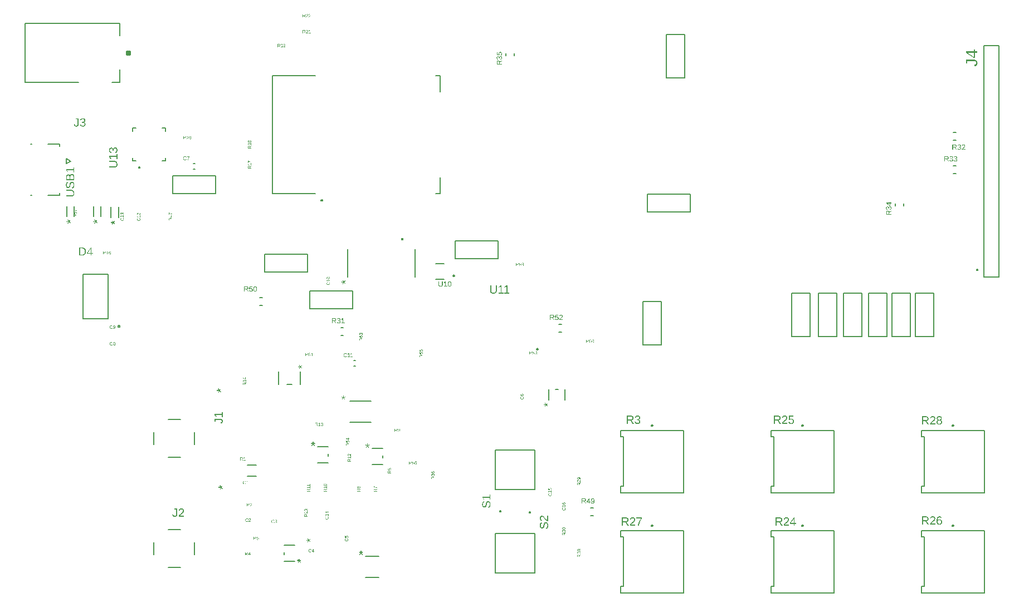
<source format=gbr>
G04 EAGLE Gerber RS-274X export*
G75*
%MOMM*%
%FSLAX34Y34*%
%LPD*%
%INSilkscreen Top*%
%IPPOS*%
%AMOC8*
5,1,8,0,0,1.08239X$1,22.5*%
G01*
G04 Define Apertures*
%ADD10C,0.127000*%
%ADD11C,0.152400*%
%ADD12C,0.400000*%
%ADD13C,0.200000*%
%ADD14C,0.150000*%
G36*
X613918Y619379D02*
X617982Y619379D01*
X617982Y616585D01*
X613918Y616585D01*
X613918Y619379D01*
G37*
G36*
X381967Y245150D02*
X378922Y245150D01*
X378922Y245678D01*
X380160Y245678D01*
X380160Y249416D01*
X379063Y248633D01*
X379063Y249219D01*
X380211Y250009D01*
X380784Y250009D01*
X380784Y245678D01*
X381967Y245678D01*
X381967Y245150D01*
G37*
G36*
X503529Y557320D02*
X503226Y557327D01*
X502942Y557346D01*
X502678Y557378D01*
X502434Y557422D01*
X502209Y557480D01*
X502004Y557550D01*
X501819Y557633D01*
X501653Y557729D01*
X501507Y557839D01*
X501380Y557963D01*
X501273Y558102D01*
X501185Y558256D01*
X501116Y558425D01*
X501068Y558609D01*
X501038Y558807D01*
X501029Y559020D01*
X501039Y559228D01*
X501068Y559422D01*
X501117Y559601D01*
X501186Y559767D01*
X501275Y559918D01*
X501384Y560055D01*
X501512Y560179D01*
X501660Y560288D01*
X501827Y560384D01*
X502013Y560467D01*
X502218Y560537D01*
X502443Y560594D01*
X502686Y560639D01*
X502948Y560671D01*
X503229Y560690D01*
X503529Y560696D01*
X503824Y560690D01*
X504102Y560670D01*
X504361Y560636D01*
X504602Y560589D01*
X504826Y560529D01*
X505031Y560455D01*
X505218Y560368D01*
X505388Y560267D01*
X505538Y560153D01*
X505668Y560027D01*
X505778Y559888D01*
X505869Y559736D01*
X505939Y559571D01*
X505989Y559393D01*
X506019Y559203D01*
X506029Y559000D01*
X506019Y558797D01*
X505989Y558607D01*
X505939Y558430D01*
X505870Y558266D01*
X505780Y558115D01*
X505670Y557977D01*
X505541Y557853D01*
X505391Y557741D01*
X505222Y557642D01*
X505035Y557557D01*
X504830Y557485D01*
X504607Y557425D01*
X504365Y557379D01*
X504104Y557347D01*
X503826Y557327D01*
X503529Y557320D01*
G37*
%LPC*%
G36*
X503529Y557948D02*
X504011Y557964D01*
X504425Y558011D01*
X504768Y558091D01*
X505043Y558201D01*
X505252Y558347D01*
X505335Y558433D01*
X505402Y558529D01*
X505455Y558635D01*
X505492Y558749D01*
X505515Y558873D01*
X505522Y559007D01*
X505514Y559139D01*
X505491Y559262D01*
X505453Y559377D01*
X505400Y559482D01*
X505331Y559578D01*
X505247Y559664D01*
X505032Y559810D01*
X504755Y559922D01*
X504412Y560002D01*
X504003Y560049D01*
X503529Y560065D01*
X503039Y560050D01*
X502622Y560005D01*
X502277Y559929D01*
X502005Y559822D01*
X501894Y559756D01*
X501798Y559681D01*
X501717Y559595D01*
X501650Y559500D01*
X501599Y559395D01*
X501562Y559280D01*
X501540Y559155D01*
X501532Y559020D01*
X501539Y558882D01*
X501561Y558754D01*
X501598Y558636D01*
X501649Y558529D01*
X501714Y558431D01*
X501794Y558343D01*
X501889Y558265D01*
X501998Y558198D01*
X502268Y558089D01*
X502613Y558010D01*
X503034Y557964D01*
X503529Y557948D01*
G37*
%LPD*%
G36*
X503508Y548403D02*
X503225Y548413D01*
X502959Y548442D01*
X502707Y548491D01*
X502472Y548560D01*
X502252Y548648D01*
X502048Y548756D01*
X501860Y548884D01*
X501687Y549031D01*
X501533Y549195D01*
X501399Y549375D01*
X501286Y549569D01*
X501193Y549779D01*
X501121Y550004D01*
X501070Y550244D01*
X501039Y550499D01*
X501029Y550769D01*
X501048Y551141D01*
X501105Y551481D01*
X501199Y551789D01*
X501332Y552065D01*
X501502Y552308D01*
X501709Y552517D01*
X501952Y552691D01*
X502232Y552831D01*
X502439Y552207D01*
X502240Y552109D01*
X502065Y551986D01*
X501915Y551838D01*
X501791Y551664D01*
X501693Y551468D01*
X501623Y551255D01*
X501581Y551024D01*
X501567Y550776D01*
X501575Y550580D01*
X501599Y550395D01*
X501640Y550221D01*
X501696Y550058D01*
X501769Y549907D01*
X501859Y549767D01*
X501964Y549638D01*
X502086Y549520D01*
X502221Y549415D01*
X502369Y549324D01*
X502529Y549247D01*
X502701Y549184D01*
X502885Y549135D01*
X503080Y549100D01*
X503288Y549079D01*
X503508Y549072D01*
X503726Y549079D01*
X503933Y549101D01*
X504129Y549138D01*
X504314Y549189D01*
X504488Y549255D01*
X504651Y549335D01*
X504803Y549430D01*
X504944Y549539D01*
X505072Y549661D01*
X505182Y549794D01*
X505275Y549936D01*
X505352Y550089D01*
X505411Y550252D01*
X505454Y550426D01*
X505479Y550609D01*
X505488Y550803D01*
X505472Y551050D01*
X505424Y551282D01*
X505346Y551498D01*
X505235Y551697D01*
X505093Y551881D01*
X504919Y552049D01*
X504714Y552201D01*
X504477Y552338D01*
X504746Y552876D01*
X505041Y552711D01*
X505299Y552515D01*
X505519Y552289D01*
X505701Y552033D01*
X505845Y551750D01*
X505947Y551446D01*
X506008Y551120D01*
X506029Y550772D01*
X506010Y550417D01*
X505953Y550087D01*
X505857Y549782D01*
X505724Y549501D01*
X505555Y549249D01*
X505353Y549029D01*
X505119Y548841D01*
X504851Y548684D01*
X504555Y548561D01*
X504232Y548473D01*
X503883Y548421D01*
X503508Y548403D01*
G37*
G36*
X505960Y553676D02*
X505432Y553676D01*
X505432Y554914D01*
X501694Y554914D01*
X502477Y553818D01*
X501891Y553818D01*
X501101Y554966D01*
X501101Y555538D01*
X505432Y555538D01*
X505432Y556721D01*
X505960Y556721D01*
X505960Y553676D01*
G37*
G36*
X529433Y438559D02*
X529006Y438582D01*
X528609Y438651D01*
X528241Y438766D01*
X527904Y438926D01*
X527600Y439130D01*
X527335Y439373D01*
X527109Y439655D01*
X526920Y439977D01*
X526772Y440334D01*
X526667Y440722D01*
X526603Y441142D01*
X526582Y441593D01*
X526594Y441933D01*
X526629Y442255D01*
X526688Y442557D01*
X526771Y442840D01*
X526877Y443105D01*
X527007Y443350D01*
X527160Y443577D01*
X527337Y443785D01*
X527535Y443970D01*
X527751Y444131D01*
X527986Y444268D01*
X528238Y444379D01*
X528509Y444466D01*
X528797Y444528D01*
X529104Y444565D01*
X529429Y444577D01*
X529877Y444554D01*
X530286Y444486D01*
X530657Y444372D01*
X530990Y444212D01*
X531282Y444007D01*
X531533Y443759D01*
X531743Y443466D01*
X531911Y443129D01*
X531160Y442880D01*
X531043Y443120D01*
X530895Y443330D01*
X530716Y443510D01*
X530506Y443660D01*
X530270Y443778D01*
X530014Y443862D01*
X529736Y443913D01*
X529437Y443930D01*
X529201Y443920D01*
X528979Y443891D01*
X528770Y443842D01*
X528574Y443774D01*
X528392Y443686D01*
X528223Y443578D01*
X528068Y443452D01*
X527927Y443305D01*
X527800Y443142D01*
X527691Y442964D01*
X527598Y442772D01*
X527522Y442565D01*
X527463Y442344D01*
X527421Y442108D01*
X527396Y441858D01*
X527387Y441593D01*
X527396Y441331D01*
X527422Y441082D01*
X527466Y440846D01*
X527528Y440623D01*
X527607Y440414D01*
X527703Y440218D01*
X527818Y440034D01*
X527950Y439864D01*
X528096Y439711D01*
X528255Y439578D01*
X528427Y439466D01*
X528611Y439374D01*
X528807Y439303D01*
X529016Y439252D01*
X529237Y439221D01*
X529471Y439211D01*
X529768Y439230D01*
X530047Y439287D01*
X530306Y439382D01*
X530547Y439515D01*
X530768Y439686D01*
X530970Y439895D01*
X531153Y440142D01*
X531318Y440427D01*
X531965Y440103D01*
X531766Y439748D01*
X531531Y439438D01*
X531259Y439173D01*
X530950Y438953D01*
X530610Y438781D01*
X530244Y438658D01*
X529852Y438584D01*
X529646Y438565D01*
X529433Y438559D01*
G37*
G36*
X536588Y438642D02*
X532923Y438642D01*
X532923Y439277D01*
X534413Y439277D01*
X534413Y443776D01*
X533093Y442834D01*
X533093Y443540D01*
X534475Y444490D01*
X535164Y444490D01*
X535164Y439277D01*
X536588Y439277D01*
X536588Y438642D01*
G37*
G36*
X540681Y438642D02*
X537017Y438642D01*
X537017Y439277D01*
X538507Y439277D01*
X538507Y443776D01*
X537187Y442834D01*
X537187Y443540D01*
X538569Y444490D01*
X539258Y444490D01*
X539258Y439277D01*
X540681Y439277D01*
X540681Y438642D01*
G37*
G36*
X215408Y645859D02*
X215125Y645868D01*
X214859Y645898D01*
X214607Y645947D01*
X214372Y646016D01*
X214152Y646104D01*
X213948Y646212D01*
X213760Y646339D01*
X213587Y646486D01*
X213433Y646651D01*
X213299Y646830D01*
X213186Y647025D01*
X213093Y647235D01*
X213021Y647459D01*
X212970Y647699D01*
X212939Y647954D01*
X212929Y648224D01*
X212948Y648596D01*
X213005Y648936D01*
X213099Y649245D01*
X213232Y649521D01*
X213402Y649764D01*
X213609Y649973D01*
X213852Y650147D01*
X214132Y650286D01*
X214339Y649662D01*
X214140Y649565D01*
X213965Y649442D01*
X213815Y649293D01*
X213691Y649119D01*
X213593Y648923D01*
X213523Y648710D01*
X213481Y648479D01*
X213467Y648231D01*
X213475Y648035D01*
X213499Y647850D01*
X213540Y647676D01*
X213596Y647514D01*
X213669Y647363D01*
X213759Y647223D01*
X213864Y647094D01*
X213986Y646976D01*
X214121Y646871D01*
X214269Y646780D01*
X214429Y646703D01*
X214601Y646640D01*
X214785Y646591D01*
X214980Y646556D01*
X215188Y646535D01*
X215408Y646528D01*
X215626Y646535D01*
X215833Y646557D01*
X216029Y646593D01*
X216214Y646644D01*
X216388Y646710D01*
X216551Y646790D01*
X216703Y646885D01*
X216844Y646995D01*
X216972Y647117D01*
X217082Y647249D01*
X217175Y647392D01*
X217252Y647545D01*
X217311Y647708D01*
X217354Y647881D01*
X217379Y648065D01*
X217388Y648259D01*
X217372Y648506D01*
X217324Y648737D01*
X217246Y648953D01*
X217135Y649153D01*
X216993Y649337D01*
X216819Y649505D01*
X216614Y649657D01*
X216377Y649793D01*
X216646Y650331D01*
X216941Y650166D01*
X217199Y649971D01*
X217419Y649745D01*
X217601Y649488D01*
X217745Y649206D01*
X217847Y648902D01*
X217908Y648576D01*
X217929Y648228D01*
X217910Y647873D01*
X217853Y647543D01*
X217757Y647237D01*
X217624Y646957D01*
X217455Y646705D01*
X217253Y646485D01*
X217019Y646296D01*
X216751Y646140D01*
X216455Y646017D01*
X216132Y645929D01*
X215783Y645876D01*
X215408Y645859D01*
G37*
G36*
X217860Y654855D02*
X217422Y654855D01*
X217042Y655050D01*
X216710Y655285D01*
X216416Y655544D01*
X216151Y655817D01*
X215687Y656371D01*
X215474Y656632D01*
X215260Y656866D01*
X215041Y657065D01*
X214812Y657223D01*
X214690Y657282D01*
X214562Y657325D01*
X214425Y657350D01*
X214281Y657359D01*
X214092Y657344D01*
X213925Y657300D01*
X213781Y657227D01*
X213660Y657124D01*
X213563Y656996D01*
X213494Y656844D01*
X213453Y656670D01*
X213439Y656473D01*
X213453Y656283D01*
X213493Y656111D01*
X213560Y655956D01*
X213655Y655819D01*
X213773Y655704D01*
X213914Y655615D01*
X214076Y655553D01*
X214260Y655517D01*
X214201Y654883D01*
X213925Y654940D01*
X213678Y655041D01*
X213461Y655187D01*
X213274Y655378D01*
X213123Y655606D01*
X213015Y655864D01*
X212950Y656153D01*
X212929Y656473D01*
X212950Y656819D01*
X213015Y657122D01*
X213124Y657383D01*
X213275Y657602D01*
X213467Y657775D01*
X213695Y657898D01*
X213959Y657972D01*
X214105Y657991D01*
X214260Y657997D01*
X214401Y657989D01*
X214542Y657964D01*
X214682Y657924D01*
X214822Y657867D01*
X215101Y657707D01*
X215381Y657483D01*
X215737Y657111D01*
X216246Y656507D01*
X216554Y656151D01*
X216831Y655876D01*
X217086Y655674D01*
X217332Y655538D01*
X217332Y658073D01*
X217860Y658073D01*
X217860Y654855D01*
G37*
G36*
X217860Y651132D02*
X217332Y651132D01*
X217332Y652370D01*
X213594Y652370D01*
X214377Y651273D01*
X213791Y651273D01*
X213001Y652421D01*
X213001Y652994D01*
X217332Y652994D01*
X217332Y654177D01*
X217860Y654177D01*
X217860Y651132D01*
G37*
G36*
X190208Y646159D02*
X189925Y646168D01*
X189659Y646198D01*
X189407Y646247D01*
X189172Y646316D01*
X188952Y646404D01*
X188748Y646512D01*
X188560Y646639D01*
X188387Y646786D01*
X188233Y646951D01*
X188099Y647130D01*
X187986Y647325D01*
X187893Y647535D01*
X187821Y647759D01*
X187770Y647999D01*
X187739Y648254D01*
X187729Y648524D01*
X187748Y648896D01*
X187805Y649236D01*
X187899Y649545D01*
X188032Y649821D01*
X188202Y650064D01*
X188409Y650273D01*
X188652Y650447D01*
X188932Y650586D01*
X189139Y649962D01*
X188940Y649865D01*
X188765Y649742D01*
X188615Y649593D01*
X188491Y649419D01*
X188393Y649223D01*
X188323Y649010D01*
X188281Y648779D01*
X188267Y648531D01*
X188275Y648335D01*
X188299Y648150D01*
X188340Y647976D01*
X188396Y647814D01*
X188469Y647663D01*
X188559Y647523D01*
X188664Y647394D01*
X188786Y647276D01*
X188921Y647171D01*
X189069Y647080D01*
X189229Y647003D01*
X189401Y646940D01*
X189585Y646891D01*
X189780Y646856D01*
X189988Y646835D01*
X190208Y646828D01*
X190426Y646835D01*
X190633Y646857D01*
X190829Y646893D01*
X191014Y646944D01*
X191188Y647010D01*
X191351Y647090D01*
X191503Y647185D01*
X191644Y647295D01*
X191772Y647417D01*
X191882Y647549D01*
X191975Y647692D01*
X192052Y647845D01*
X192111Y648008D01*
X192154Y648181D01*
X192179Y648365D01*
X192188Y648559D01*
X192172Y648806D01*
X192124Y649037D01*
X192046Y649253D01*
X191935Y649453D01*
X191793Y649637D01*
X191619Y649805D01*
X191414Y649957D01*
X191177Y650093D01*
X191446Y650631D01*
X191741Y650466D01*
X191999Y650271D01*
X192219Y650045D01*
X192401Y649788D01*
X192545Y649506D01*
X192647Y649202D01*
X192708Y648876D01*
X192729Y648528D01*
X192710Y648173D01*
X192653Y647843D01*
X192557Y647537D01*
X192424Y647257D01*
X192255Y647005D01*
X192053Y646785D01*
X191819Y646596D01*
X191551Y646440D01*
X191255Y646317D01*
X190932Y646229D01*
X190583Y646176D01*
X190208Y646159D01*
G37*
G36*
X191412Y655069D02*
X191353Y655710D01*
X191555Y655754D01*
X191730Y655823D01*
X191878Y655917D01*
X192000Y656037D01*
X192094Y656182D01*
X192161Y656352D01*
X192202Y656548D01*
X192215Y656769D01*
X192201Y656991D01*
X192157Y657188D01*
X192085Y657359D01*
X191984Y657505D01*
X191855Y657622D01*
X191697Y657706D01*
X191511Y657756D01*
X191298Y657773D01*
X191110Y657754D01*
X190945Y657696D01*
X190801Y657601D01*
X190679Y657467D01*
X190582Y657298D01*
X190512Y657095D01*
X190470Y656857D01*
X190456Y656586D01*
X190456Y656235D01*
X189918Y656235D01*
X189918Y656573D01*
X189905Y656813D01*
X189863Y657026D01*
X189793Y657209D01*
X189696Y657364D01*
X189574Y657487D01*
X189431Y657575D01*
X189266Y657627D01*
X189081Y657645D01*
X188896Y657631D01*
X188732Y657588D01*
X188588Y657516D01*
X188465Y657416D01*
X188366Y657287D01*
X188296Y657131D01*
X188253Y656947D01*
X188239Y656735D01*
X188252Y656539D01*
X188292Y656363D01*
X188357Y656207D01*
X188449Y656071D01*
X188565Y655957D01*
X188703Y655870D01*
X188862Y655810D01*
X189043Y655776D01*
X188994Y655152D01*
X188712Y655209D01*
X188463Y655310D01*
X188247Y655456D01*
X188063Y655647D01*
X187917Y655875D01*
X187812Y656133D01*
X187750Y656422D01*
X187729Y656741D01*
X187750Y657087D01*
X187814Y657391D01*
X187920Y657655D01*
X188068Y657878D01*
X188255Y658055D01*
X188475Y658182D01*
X188728Y658258D01*
X188867Y658277D01*
X189015Y658283D01*
X189237Y658267D01*
X189437Y658218D01*
X189615Y658137D01*
X189772Y658023D01*
X189906Y657878D01*
X190016Y657703D01*
X190103Y657499D01*
X190167Y657266D01*
X190181Y657266D01*
X190225Y657523D01*
X190301Y657750D01*
X190408Y657947D01*
X190546Y658114D01*
X190709Y658247D01*
X190893Y658342D01*
X191096Y658398D01*
X191319Y658417D01*
X191482Y658411D01*
X191636Y658391D01*
X191780Y658357D01*
X191915Y658311D01*
X192041Y658250D01*
X192157Y658177D01*
X192360Y657990D01*
X192521Y657753D01*
X192637Y657471D01*
X192706Y657143D01*
X192729Y656769D01*
X192708Y656419D01*
X192646Y656106D01*
X192542Y655830D01*
X192396Y655591D01*
X192210Y655394D01*
X191984Y655241D01*
X191718Y655133D01*
X191412Y655069D01*
G37*
G36*
X192660Y651432D02*
X192132Y651432D01*
X192132Y652670D01*
X188394Y652670D01*
X189177Y651573D01*
X188591Y651573D01*
X187801Y652721D01*
X187801Y653294D01*
X192132Y653294D01*
X192132Y654477D01*
X192660Y654477D01*
X192660Y651432D01*
G37*
G36*
X502710Y200302D02*
X502227Y200302D01*
X498951Y202526D01*
X498951Y203178D01*
X502220Y203178D01*
X502220Y203861D01*
X502710Y203861D01*
X502710Y203178D01*
X503810Y203178D01*
X503810Y202592D01*
X502710Y202592D01*
X502710Y200302D01*
G37*
%LPC*%
G36*
X502220Y200875D02*
X502220Y202592D01*
X499651Y202592D01*
X499834Y202495D01*
X500062Y202361D01*
X501896Y201116D01*
X502151Y200930D01*
X502220Y200875D01*
G37*
%LPD*%
G36*
X501358Y191499D02*
X501075Y191508D01*
X500809Y191538D01*
X500557Y191587D01*
X500322Y191656D01*
X500102Y191744D01*
X499898Y191852D01*
X499710Y191979D01*
X499537Y192126D01*
X499383Y192291D01*
X499249Y192470D01*
X499136Y192665D01*
X499043Y192875D01*
X498971Y193099D01*
X498920Y193339D01*
X498889Y193594D01*
X498879Y193864D01*
X498898Y194236D01*
X498955Y194576D01*
X499049Y194885D01*
X499182Y195161D01*
X499352Y195404D01*
X499559Y195613D01*
X499802Y195787D01*
X500082Y195926D01*
X500289Y195302D01*
X500090Y195205D01*
X499915Y195082D01*
X499765Y194933D01*
X499641Y194759D01*
X499543Y194563D01*
X499473Y194350D01*
X499431Y194119D01*
X499417Y193871D01*
X499425Y193675D01*
X499449Y193490D01*
X499490Y193316D01*
X499546Y193154D01*
X499619Y193003D01*
X499709Y192863D01*
X499814Y192734D01*
X499936Y192616D01*
X500071Y192511D01*
X500219Y192420D01*
X500379Y192343D01*
X500551Y192280D01*
X500735Y192231D01*
X500930Y192196D01*
X501138Y192175D01*
X501358Y192168D01*
X501576Y192175D01*
X501783Y192197D01*
X501979Y192233D01*
X502164Y192284D01*
X502338Y192350D01*
X502501Y192430D01*
X502653Y192525D01*
X502794Y192635D01*
X502922Y192757D01*
X503032Y192889D01*
X503125Y193032D01*
X503202Y193185D01*
X503261Y193348D01*
X503304Y193521D01*
X503329Y193705D01*
X503338Y193899D01*
X503322Y194146D01*
X503274Y194377D01*
X503196Y194593D01*
X503085Y194793D01*
X502943Y194977D01*
X502769Y195145D01*
X502564Y195297D01*
X502327Y195433D01*
X502596Y195971D01*
X502891Y195806D01*
X503149Y195611D01*
X503369Y195385D01*
X503551Y195128D01*
X503695Y194846D01*
X503797Y194542D01*
X503858Y194216D01*
X503879Y193868D01*
X503860Y193513D01*
X503803Y193183D01*
X503707Y192877D01*
X503574Y192597D01*
X503405Y192345D01*
X503203Y192125D01*
X502969Y191936D01*
X502701Y191780D01*
X502405Y191657D01*
X502082Y191569D01*
X501733Y191516D01*
X501358Y191499D01*
G37*
G36*
X503810Y196772D02*
X503282Y196772D01*
X503282Y198010D01*
X499544Y198010D01*
X500327Y196913D01*
X499741Y196913D01*
X498951Y198061D01*
X498951Y198634D01*
X503282Y198634D01*
X503282Y199817D01*
X503810Y199817D01*
X503810Y196772D01*
G37*
G36*
X840448Y227059D02*
X840165Y227068D01*
X839899Y227098D01*
X839647Y227147D01*
X839412Y227216D01*
X839192Y227304D01*
X838988Y227412D01*
X838800Y227539D01*
X838627Y227686D01*
X838473Y227851D01*
X838339Y228030D01*
X838226Y228225D01*
X838133Y228435D01*
X838061Y228659D01*
X838010Y228899D01*
X837979Y229154D01*
X837969Y229424D01*
X837988Y229796D01*
X838045Y230136D01*
X838139Y230445D01*
X838272Y230721D01*
X838442Y230964D01*
X838649Y231173D01*
X838892Y231347D01*
X839172Y231486D01*
X839379Y230862D01*
X839180Y230765D01*
X839005Y230642D01*
X838855Y230493D01*
X838731Y230319D01*
X838633Y230123D01*
X838563Y229910D01*
X838521Y229679D01*
X838507Y229431D01*
X838515Y229235D01*
X838539Y229050D01*
X838580Y228876D01*
X838636Y228714D01*
X838709Y228563D01*
X838799Y228423D01*
X838904Y228294D01*
X839026Y228176D01*
X839161Y228071D01*
X839309Y227980D01*
X839469Y227903D01*
X839641Y227840D01*
X839825Y227791D01*
X840020Y227756D01*
X840228Y227735D01*
X840448Y227728D01*
X840666Y227735D01*
X840873Y227757D01*
X841069Y227793D01*
X841254Y227844D01*
X841428Y227910D01*
X841591Y227990D01*
X841743Y228085D01*
X841884Y228195D01*
X842012Y228317D01*
X842122Y228449D01*
X842215Y228592D01*
X842292Y228745D01*
X842351Y228908D01*
X842394Y229081D01*
X842419Y229265D01*
X842428Y229459D01*
X842412Y229706D01*
X842364Y229937D01*
X842286Y230153D01*
X842175Y230353D01*
X842033Y230537D01*
X841859Y230705D01*
X841654Y230857D01*
X841417Y230993D01*
X841686Y231531D01*
X841981Y231366D01*
X842239Y231171D01*
X842459Y230945D01*
X842641Y230688D01*
X842785Y230406D01*
X842887Y230102D01*
X842948Y229776D01*
X842969Y229428D01*
X842950Y229073D01*
X842893Y228743D01*
X842797Y228437D01*
X842664Y228157D01*
X842495Y227905D01*
X842293Y227685D01*
X842059Y227496D01*
X841791Y227340D01*
X841495Y227217D01*
X841172Y227129D01*
X840823Y227076D01*
X840448Y227059D01*
G37*
G36*
X841814Y235983D02*
X841741Y236610D01*
X841910Y236669D01*
X842057Y236747D01*
X842181Y236845D01*
X842282Y236961D01*
X842361Y237097D01*
X842417Y237252D01*
X842451Y237427D01*
X842462Y237621D01*
X842443Y237857D01*
X842387Y238067D01*
X842292Y238249D01*
X842160Y238404D01*
X841995Y238527D01*
X841802Y238616D01*
X841581Y238669D01*
X841331Y238686D01*
X841113Y238669D01*
X840916Y238615D01*
X840742Y238526D01*
X840590Y238402D01*
X840466Y238247D01*
X840377Y238068D01*
X840324Y237864D01*
X840307Y237635D01*
X840327Y237391D01*
X840386Y237166D01*
X840493Y236948D01*
X840655Y236731D01*
X840655Y236124D01*
X838041Y236286D01*
X838041Y239048D01*
X838569Y239048D01*
X838569Y236852D01*
X840110Y236759D01*
X839974Y236973D01*
X839877Y237211D01*
X839819Y237474D01*
X839800Y237762D01*
X839806Y237937D01*
X839826Y238103D01*
X839859Y238259D01*
X839905Y238407D01*
X839964Y238545D01*
X840036Y238674D01*
X840221Y238905D01*
X840447Y239092D01*
X840705Y239225D01*
X840846Y239271D01*
X840995Y239305D01*
X841152Y239325D01*
X841317Y239331D01*
X841504Y239324D01*
X841681Y239303D01*
X841848Y239267D01*
X842004Y239217D01*
X842150Y239153D01*
X842286Y239074D01*
X842412Y238981D01*
X842528Y238874D01*
X842631Y238755D01*
X842721Y238624D01*
X842797Y238482D01*
X842859Y238329D01*
X842907Y238165D01*
X842941Y237990D01*
X842962Y237804D01*
X842969Y237607D01*
X842950Y237284D01*
X842895Y236993D01*
X842802Y236735D01*
X842672Y236510D01*
X842508Y236321D01*
X842309Y236170D01*
X842078Y236057D01*
X841814Y235983D01*
G37*
G36*
X842900Y232332D02*
X842372Y232332D01*
X842372Y233570D01*
X838634Y233570D01*
X839417Y232473D01*
X838831Y232473D01*
X838041Y233621D01*
X838041Y234194D01*
X842372Y234194D01*
X842372Y235377D01*
X842900Y235377D01*
X842900Y232332D01*
G37*
G36*
X861583Y214203D02*
X861276Y214210D01*
X860988Y214231D01*
X860718Y214267D01*
X860467Y214316D01*
X860234Y214380D01*
X860019Y214457D01*
X859823Y214549D01*
X859645Y214655D01*
X859486Y214774D01*
X859349Y214905D01*
X859233Y215047D01*
X859138Y215202D01*
X859064Y215369D01*
X859011Y215548D01*
X858979Y215738D01*
X858969Y215941D01*
X858984Y216203D01*
X859031Y216440D01*
X859108Y216652D01*
X859216Y216838D01*
X859355Y216998D01*
X859525Y217133D01*
X859726Y217243D01*
X859958Y217327D01*
X860065Y216734D01*
X859926Y216682D01*
X859806Y216616D01*
X859704Y216536D01*
X859620Y216443D01*
X859556Y216336D01*
X859509Y216216D01*
X859481Y216082D01*
X859472Y215934D01*
X859480Y215805D01*
X859503Y215684D01*
X859542Y215570D01*
X859596Y215463D01*
X859665Y215364D01*
X859751Y215272D01*
X859967Y215112D01*
X860242Y214984D01*
X860573Y214893D01*
X860959Y214839D01*
X861400Y214820D01*
X861252Y214913D01*
X861124Y215024D01*
X861014Y215151D01*
X860922Y215296D01*
X860851Y215455D01*
X860799Y215626D01*
X860769Y215807D01*
X860758Y216000D01*
X860765Y216164D01*
X860785Y216319D01*
X860818Y216465D01*
X860864Y216603D01*
X860995Y216852D01*
X861179Y217067D01*
X861408Y217240D01*
X861672Y217363D01*
X861973Y217437D01*
X862137Y217456D01*
X862310Y217462D01*
X862497Y217455D01*
X862675Y217436D01*
X862841Y217403D01*
X862998Y217358D01*
X863145Y217299D01*
X863281Y217227D01*
X863408Y217142D01*
X863524Y217045D01*
X863628Y216935D01*
X863719Y216816D01*
X863795Y216687D01*
X863858Y216548D01*
X863906Y216399D01*
X863941Y216240D01*
X863962Y216072D01*
X863969Y215893D01*
X863959Y215694D01*
X863931Y215507D01*
X863883Y215332D01*
X863816Y215169D01*
X863731Y215018D01*
X863626Y214879D01*
X863502Y214752D01*
X863359Y214638D01*
X863197Y214536D01*
X863019Y214447D01*
X862823Y214373D01*
X862609Y214312D01*
X862379Y214264D01*
X862131Y214230D01*
X861865Y214210D01*
X861583Y214203D01*
G37*
%LPC*%
G36*
X862190Y214882D02*
X862458Y214900D01*
X862701Y214952D01*
X862918Y215039D01*
X863110Y215160D01*
X863267Y215309D01*
X863379Y215477D01*
X863447Y215665D01*
X863469Y215872D01*
X863450Y216084D01*
X863394Y216272D01*
X863299Y216436D01*
X863167Y216576D01*
X863002Y216687D01*
X862809Y216767D01*
X862588Y216815D01*
X862338Y216831D01*
X862089Y216815D01*
X861871Y216766D01*
X861682Y216685D01*
X861524Y216572D01*
X861399Y216430D01*
X861309Y216263D01*
X861256Y216070D01*
X861238Y215851D01*
X861254Y215645D01*
X861301Y215459D01*
X861380Y215294D01*
X861491Y215150D01*
X861630Y215033D01*
X861793Y214949D01*
X861979Y214899D01*
X862190Y214882D01*
G37*
%LPD*%
G36*
X861448Y205203D02*
X861165Y205213D01*
X860899Y205242D01*
X860647Y205291D01*
X860412Y205360D01*
X860192Y205448D01*
X859988Y205556D01*
X859800Y205684D01*
X859627Y205831D01*
X859473Y205995D01*
X859339Y206175D01*
X859226Y206369D01*
X859133Y206579D01*
X859061Y206804D01*
X859010Y207044D01*
X858979Y207299D01*
X858969Y207569D01*
X858988Y207941D01*
X859045Y208281D01*
X859139Y208589D01*
X859272Y208865D01*
X859442Y209108D01*
X859649Y209317D01*
X859892Y209491D01*
X860172Y209631D01*
X860379Y209007D01*
X860180Y208909D01*
X860005Y208786D01*
X859855Y208638D01*
X859731Y208464D01*
X859633Y208268D01*
X859563Y208055D01*
X859521Y207824D01*
X859507Y207576D01*
X859515Y207380D01*
X859539Y207195D01*
X859580Y207021D01*
X859636Y206858D01*
X859709Y206707D01*
X859799Y206567D01*
X859904Y206438D01*
X860026Y206320D01*
X860161Y206215D01*
X860309Y206124D01*
X860469Y206047D01*
X860641Y205984D01*
X860825Y205935D01*
X861020Y205900D01*
X861228Y205879D01*
X861448Y205872D01*
X861666Y205879D01*
X861873Y205901D01*
X862069Y205938D01*
X862254Y205989D01*
X862428Y206055D01*
X862591Y206135D01*
X862743Y206230D01*
X862884Y206339D01*
X863012Y206461D01*
X863122Y206594D01*
X863215Y206736D01*
X863292Y206889D01*
X863351Y207052D01*
X863394Y207226D01*
X863419Y207409D01*
X863428Y207603D01*
X863412Y207850D01*
X863364Y208082D01*
X863286Y208298D01*
X863175Y208497D01*
X863033Y208681D01*
X862859Y208849D01*
X862654Y209001D01*
X862417Y209138D01*
X862686Y209676D01*
X862981Y209511D01*
X863239Y209315D01*
X863459Y209089D01*
X863641Y208833D01*
X863785Y208550D01*
X863887Y208246D01*
X863948Y207920D01*
X863969Y207572D01*
X863950Y207217D01*
X863893Y206887D01*
X863797Y206582D01*
X863664Y206301D01*
X863495Y206049D01*
X863293Y205829D01*
X863059Y205641D01*
X862791Y205484D01*
X862495Y205361D01*
X862172Y205273D01*
X861823Y205221D01*
X861448Y205203D01*
G37*
G36*
X863900Y210476D02*
X863372Y210476D01*
X863372Y211714D01*
X859634Y211714D01*
X860417Y210618D01*
X859831Y210618D01*
X859041Y211766D01*
X859041Y212338D01*
X863372Y212338D01*
X863372Y213521D01*
X863900Y213521D01*
X863900Y210476D01*
G37*
G36*
X379828Y187931D02*
X379473Y187950D01*
X379143Y188007D01*
X378837Y188103D01*
X378557Y188236D01*
X378305Y188405D01*
X378085Y188607D01*
X377896Y188841D01*
X377740Y189109D01*
X377617Y189405D01*
X377529Y189728D01*
X377476Y190077D01*
X377459Y190452D01*
X377468Y190735D01*
X377498Y191001D01*
X377547Y191253D01*
X377616Y191488D01*
X377704Y191708D01*
X377812Y191912D01*
X377939Y192100D01*
X378086Y192273D01*
X378251Y192427D01*
X378430Y192561D01*
X378625Y192674D01*
X378835Y192767D01*
X379059Y192839D01*
X379299Y192890D01*
X379554Y192921D01*
X379824Y192931D01*
X380196Y192912D01*
X380536Y192855D01*
X380845Y192761D01*
X381121Y192628D01*
X381364Y192458D01*
X381573Y192251D01*
X381747Y192008D01*
X381886Y191728D01*
X381262Y191521D01*
X381165Y191720D01*
X381042Y191895D01*
X380893Y192045D01*
X380719Y192169D01*
X380523Y192267D01*
X380310Y192337D01*
X380079Y192379D01*
X379831Y192393D01*
X379635Y192385D01*
X379450Y192361D01*
X379276Y192320D01*
X379114Y192264D01*
X378963Y192191D01*
X378823Y192101D01*
X378694Y191996D01*
X378576Y191874D01*
X378471Y191739D01*
X378380Y191591D01*
X378303Y191431D01*
X378240Y191259D01*
X378191Y191075D01*
X378156Y190880D01*
X378135Y190672D01*
X378128Y190452D01*
X378135Y190234D01*
X378157Y190027D01*
X378193Y189831D01*
X378244Y189646D01*
X378310Y189472D01*
X378390Y189309D01*
X378485Y189157D01*
X378595Y189016D01*
X378717Y188888D01*
X378849Y188778D01*
X378992Y188685D01*
X379145Y188608D01*
X379308Y188549D01*
X379481Y188506D01*
X379665Y188481D01*
X379859Y188472D01*
X380106Y188488D01*
X380337Y188536D01*
X380553Y188615D01*
X380753Y188725D01*
X380937Y188867D01*
X381105Y189041D01*
X381257Y189246D01*
X381393Y189483D01*
X381931Y189214D01*
X381766Y188919D01*
X381571Y188661D01*
X381345Y188441D01*
X381088Y188259D01*
X380806Y188115D01*
X380502Y188013D01*
X380176Y187952D01*
X379828Y187931D01*
G37*
G36*
X385766Y188000D02*
X382549Y188000D01*
X382549Y188438D01*
X382744Y188818D01*
X382978Y189150D01*
X383238Y189444D01*
X383511Y189709D01*
X384065Y190173D01*
X384325Y190386D01*
X384559Y190600D01*
X384759Y190819D01*
X384916Y191048D01*
X384976Y191170D01*
X385018Y191298D01*
X385044Y191435D01*
X385053Y191580D01*
X385038Y191768D01*
X384994Y191935D01*
X384921Y192079D01*
X384818Y192200D01*
X384689Y192297D01*
X384538Y192366D01*
X384363Y192407D01*
X384166Y192421D01*
X383977Y192407D01*
X383805Y192367D01*
X383650Y192300D01*
X383513Y192205D01*
X383398Y192087D01*
X383309Y191946D01*
X383247Y191784D01*
X383211Y191600D01*
X382577Y191659D01*
X382633Y191935D01*
X382735Y192182D01*
X382881Y192399D01*
X383071Y192586D01*
X383300Y192737D01*
X383558Y192845D01*
X383847Y192910D01*
X384166Y192931D01*
X384512Y192910D01*
X384816Y192845D01*
X385077Y192736D01*
X385296Y192585D01*
X385468Y192393D01*
X385592Y192165D01*
X385666Y191901D01*
X385684Y191755D01*
X385691Y191600D01*
X385682Y191459D01*
X385658Y191318D01*
X385618Y191178D01*
X385561Y191038D01*
X385400Y190759D01*
X385177Y190479D01*
X384805Y190123D01*
X384201Y189614D01*
X383845Y189306D01*
X383570Y189029D01*
X383368Y188774D01*
X383232Y188528D01*
X385766Y188528D01*
X385766Y188000D01*
G37*
G36*
X419628Y185931D02*
X419273Y185950D01*
X418943Y186007D01*
X418637Y186103D01*
X418357Y186236D01*
X418105Y186405D01*
X417885Y186607D01*
X417696Y186841D01*
X417540Y187109D01*
X417417Y187405D01*
X417329Y187728D01*
X417276Y188077D01*
X417259Y188452D01*
X417268Y188735D01*
X417298Y189001D01*
X417347Y189253D01*
X417416Y189488D01*
X417504Y189708D01*
X417612Y189912D01*
X417739Y190100D01*
X417886Y190273D01*
X418051Y190427D01*
X418230Y190561D01*
X418425Y190674D01*
X418635Y190767D01*
X418859Y190839D01*
X419099Y190890D01*
X419354Y190921D01*
X419624Y190931D01*
X419996Y190912D01*
X420336Y190855D01*
X420645Y190761D01*
X420921Y190628D01*
X421164Y190458D01*
X421373Y190251D01*
X421547Y190008D01*
X421686Y189728D01*
X421062Y189521D01*
X420965Y189720D01*
X420842Y189895D01*
X420693Y190045D01*
X420519Y190169D01*
X420323Y190267D01*
X420110Y190337D01*
X419879Y190379D01*
X419631Y190393D01*
X419435Y190385D01*
X419250Y190361D01*
X419076Y190320D01*
X418914Y190264D01*
X418763Y190191D01*
X418623Y190101D01*
X418494Y189996D01*
X418376Y189874D01*
X418271Y189739D01*
X418180Y189591D01*
X418103Y189431D01*
X418040Y189259D01*
X417991Y189075D01*
X417956Y188880D01*
X417935Y188672D01*
X417928Y188452D01*
X417935Y188234D01*
X417957Y188027D01*
X417993Y187831D01*
X418044Y187646D01*
X418110Y187472D01*
X418190Y187309D01*
X418285Y187157D01*
X418395Y187016D01*
X418517Y186888D01*
X418649Y186778D01*
X418792Y186685D01*
X418945Y186608D01*
X419108Y186549D01*
X419281Y186506D01*
X419465Y186481D01*
X419659Y186472D01*
X419906Y186488D01*
X420137Y186536D01*
X420353Y186615D01*
X420553Y186725D01*
X420737Y186867D01*
X420905Y187041D01*
X421057Y187246D01*
X421193Y187483D01*
X421731Y187214D01*
X421566Y186919D01*
X421371Y186661D01*
X421145Y186441D01*
X420888Y186259D01*
X420606Y186115D01*
X420302Y186013D01*
X419976Y185952D01*
X419628Y185931D01*
G37*
G36*
X423963Y185931D02*
X423612Y185952D01*
X423299Y186014D01*
X423024Y186118D01*
X422785Y186264D01*
X422588Y186450D01*
X422435Y186676D01*
X422326Y186942D01*
X422263Y187248D01*
X422904Y187307D01*
X422948Y187105D01*
X423017Y186930D01*
X423111Y186782D01*
X423231Y186660D01*
X423376Y186566D01*
X423546Y186499D01*
X423742Y186458D01*
X423963Y186445D01*
X424185Y186459D01*
X424381Y186503D01*
X424553Y186575D01*
X424699Y186676D01*
X424816Y186805D01*
X424900Y186963D01*
X424950Y187149D01*
X424966Y187362D01*
X424947Y187550D01*
X424890Y187715D01*
X424795Y187859D01*
X424661Y187981D01*
X424492Y188078D01*
X424288Y188148D01*
X424051Y188190D01*
X423780Y188204D01*
X423428Y188204D01*
X423428Y188742D01*
X423766Y188742D01*
X424007Y188755D01*
X424219Y188797D01*
X424403Y188867D01*
X424558Y188964D01*
X424681Y189086D01*
X424768Y189229D01*
X424821Y189394D01*
X424839Y189580D01*
X424824Y189764D01*
X424781Y189928D01*
X424710Y190072D01*
X424609Y190195D01*
X424481Y190294D01*
X424324Y190364D01*
X424140Y190407D01*
X423928Y190421D01*
X423733Y190408D01*
X423557Y190368D01*
X423401Y190303D01*
X423265Y190211D01*
X423151Y190095D01*
X423064Y189957D01*
X423004Y189798D01*
X422970Y189617D01*
X422345Y189666D01*
X422402Y189948D01*
X422504Y190197D01*
X422650Y190413D01*
X422840Y190597D01*
X423068Y190743D01*
X423327Y190848D01*
X423616Y190910D01*
X423935Y190931D01*
X424280Y190910D01*
X424585Y190846D01*
X424849Y190740D01*
X425072Y190592D01*
X425249Y190405D01*
X425375Y190185D01*
X425451Y189932D01*
X425470Y189793D01*
X425477Y189645D01*
X425460Y189423D01*
X425412Y189223D01*
X425330Y189045D01*
X425216Y188888D01*
X425071Y188754D01*
X424897Y188644D01*
X424693Y188557D01*
X424459Y188493D01*
X424459Y188479D01*
X424717Y188435D01*
X424944Y188359D01*
X425141Y188252D01*
X425308Y188114D01*
X425441Y187951D01*
X425535Y187767D01*
X425592Y187564D01*
X425611Y187341D01*
X425605Y187178D01*
X425584Y187024D01*
X425551Y186880D01*
X425504Y186745D01*
X425444Y186619D01*
X425371Y186503D01*
X425184Y186300D01*
X424947Y186139D01*
X424665Y186023D01*
X424337Y185954D01*
X423963Y185931D01*
G37*
G36*
X481212Y141350D02*
X480626Y141350D01*
X480626Y142450D01*
X478336Y142450D01*
X478336Y142933D01*
X480560Y146209D01*
X481212Y146209D01*
X481212Y142940D01*
X481895Y142940D01*
X481895Y142450D01*
X481212Y142450D01*
X481212Y141350D01*
G37*
%LPC*%
G36*
X480626Y142940D02*
X480626Y145509D01*
X480529Y145326D01*
X480395Y145099D01*
X479150Y143264D01*
X478963Y143009D01*
X478908Y142940D01*
X480626Y142940D01*
G37*
%LPD*%
G36*
X475808Y141281D02*
X475453Y141300D01*
X475123Y141357D01*
X474817Y141453D01*
X474537Y141586D01*
X474285Y141755D01*
X474065Y141957D01*
X473876Y142191D01*
X473720Y142459D01*
X473597Y142755D01*
X473509Y143078D01*
X473456Y143427D01*
X473439Y143802D01*
X473448Y144085D01*
X473478Y144351D01*
X473527Y144603D01*
X473596Y144838D01*
X473684Y145058D01*
X473792Y145262D01*
X473919Y145450D01*
X474066Y145623D01*
X474231Y145777D01*
X474410Y145911D01*
X474605Y146024D01*
X474815Y146117D01*
X475039Y146189D01*
X475279Y146240D01*
X475534Y146271D01*
X475804Y146281D01*
X476176Y146262D01*
X476516Y146205D01*
X476825Y146111D01*
X477101Y145978D01*
X477344Y145808D01*
X477553Y145601D01*
X477727Y145358D01*
X477866Y145078D01*
X477242Y144871D01*
X477145Y145070D01*
X477022Y145245D01*
X476873Y145395D01*
X476699Y145519D01*
X476503Y145617D01*
X476290Y145687D01*
X476059Y145729D01*
X475811Y145743D01*
X475615Y145735D01*
X475430Y145711D01*
X475256Y145670D01*
X475094Y145614D01*
X474943Y145541D01*
X474803Y145451D01*
X474674Y145346D01*
X474556Y145224D01*
X474451Y145089D01*
X474360Y144941D01*
X474283Y144781D01*
X474220Y144609D01*
X474171Y144425D01*
X474136Y144230D01*
X474115Y144022D01*
X474108Y143802D01*
X474115Y143584D01*
X474137Y143377D01*
X474173Y143181D01*
X474224Y142996D01*
X474290Y142822D01*
X474370Y142659D01*
X474465Y142507D01*
X474575Y142366D01*
X474697Y142238D01*
X474829Y142128D01*
X474972Y142035D01*
X475125Y141958D01*
X475288Y141899D01*
X475461Y141856D01*
X475645Y141831D01*
X475839Y141822D01*
X476086Y141838D01*
X476317Y141886D01*
X476533Y141965D01*
X476733Y142075D01*
X476917Y142217D01*
X477085Y142391D01*
X477237Y142596D01*
X477373Y142833D01*
X477911Y142564D01*
X477746Y142269D01*
X477551Y142011D01*
X477325Y141791D01*
X477068Y141609D01*
X476786Y141465D01*
X476482Y141363D01*
X476156Y141302D01*
X475808Y141281D01*
G37*
G36*
X531248Y158331D02*
X530965Y158341D01*
X530699Y158370D01*
X530447Y158419D01*
X530212Y158488D01*
X529992Y158576D01*
X529788Y158684D01*
X529600Y158811D01*
X529427Y158958D01*
X529273Y159123D01*
X529139Y159302D01*
X529026Y159497D01*
X528933Y159707D01*
X528861Y159932D01*
X528810Y160171D01*
X528779Y160426D01*
X528769Y160696D01*
X528788Y161068D01*
X528845Y161409D01*
X528939Y161717D01*
X529072Y161993D01*
X529242Y162236D01*
X529449Y162445D01*
X529692Y162619D01*
X529972Y162759D01*
X530179Y162135D01*
X529980Y162037D01*
X529805Y161914D01*
X529655Y161766D01*
X529531Y161591D01*
X529433Y161396D01*
X529363Y161182D01*
X529321Y160952D01*
X529307Y160703D01*
X529315Y160507D01*
X529339Y160322D01*
X529380Y160149D01*
X529436Y159986D01*
X529509Y159835D01*
X529599Y159695D01*
X529704Y159566D01*
X529826Y159448D01*
X529961Y159343D01*
X530109Y159252D01*
X530269Y159175D01*
X530441Y159112D01*
X530625Y159063D01*
X530820Y159028D01*
X531028Y159007D01*
X531248Y159000D01*
X531466Y159007D01*
X531673Y159029D01*
X531869Y159066D01*
X532054Y159117D01*
X532228Y159182D01*
X532391Y159263D01*
X532543Y159358D01*
X532684Y159467D01*
X532812Y159589D01*
X532922Y159721D01*
X533015Y159864D01*
X533092Y160017D01*
X533151Y160180D01*
X533194Y160353D01*
X533219Y160537D01*
X533228Y160731D01*
X533212Y160978D01*
X533164Y161210D01*
X533086Y161425D01*
X532975Y161625D01*
X532833Y161809D01*
X532659Y161977D01*
X532454Y162129D01*
X532217Y162266D01*
X532486Y162804D01*
X532781Y162638D01*
X533039Y162443D01*
X533259Y162217D01*
X533441Y161960D01*
X533585Y161678D01*
X533687Y161374D01*
X533748Y161048D01*
X533769Y160700D01*
X533750Y160345D01*
X533693Y160015D01*
X533597Y159710D01*
X533464Y159429D01*
X533295Y159177D01*
X533093Y158957D01*
X532859Y158768D01*
X532591Y158612D01*
X532295Y158489D01*
X531972Y158401D01*
X531623Y158348D01*
X531248Y158331D01*
G37*
G36*
X532614Y163349D02*
X532541Y163976D01*
X532710Y164035D01*
X532857Y164113D01*
X532981Y164211D01*
X533082Y164327D01*
X533161Y164463D01*
X533217Y164618D01*
X533251Y164793D01*
X533262Y164987D01*
X533243Y165223D01*
X533187Y165432D01*
X533092Y165615D01*
X532960Y165770D01*
X532795Y165893D01*
X532602Y165982D01*
X532381Y166035D01*
X532131Y166052D01*
X531913Y166035D01*
X531716Y165981D01*
X531542Y165892D01*
X531390Y165768D01*
X531266Y165613D01*
X531177Y165434D01*
X531124Y165230D01*
X531107Y165001D01*
X531127Y164757D01*
X531186Y164532D01*
X531293Y164314D01*
X531455Y164097D01*
X531455Y163490D01*
X528841Y163652D01*
X528841Y166414D01*
X529369Y166414D01*
X529369Y164218D01*
X530910Y164125D01*
X530774Y164339D01*
X530677Y164577D01*
X530619Y164840D01*
X530600Y165128D01*
X530606Y165303D01*
X530626Y165469D01*
X530659Y165625D01*
X530705Y165773D01*
X530764Y165911D01*
X530836Y166040D01*
X531021Y166271D01*
X531247Y166458D01*
X531505Y166591D01*
X531646Y166637D01*
X531795Y166671D01*
X531952Y166691D01*
X532117Y166697D01*
X532304Y166690D01*
X532481Y166669D01*
X532648Y166633D01*
X532804Y166583D01*
X532950Y166519D01*
X533086Y166440D01*
X533212Y166347D01*
X533328Y166240D01*
X533431Y166121D01*
X533521Y165990D01*
X533597Y165848D01*
X533659Y165695D01*
X533707Y165531D01*
X533741Y165356D01*
X533762Y165170D01*
X533769Y164973D01*
X533750Y164650D01*
X533695Y164359D01*
X533602Y164101D01*
X533472Y163876D01*
X533308Y163687D01*
X533109Y163536D01*
X532878Y163423D01*
X532614Y163349D01*
G37*
G36*
X798083Y379325D02*
X797776Y379332D01*
X797488Y379353D01*
X797218Y379388D01*
X796967Y379438D01*
X796734Y379501D01*
X796519Y379579D01*
X796323Y379670D01*
X796145Y379776D01*
X795986Y379895D01*
X795849Y380026D01*
X795733Y380169D01*
X795638Y380324D01*
X795564Y380491D01*
X795511Y380669D01*
X795479Y380860D01*
X795469Y381063D01*
X795484Y381325D01*
X795531Y381562D01*
X795608Y381773D01*
X795716Y381959D01*
X795855Y382120D01*
X796025Y382255D01*
X796226Y382365D01*
X796458Y382449D01*
X796565Y381856D01*
X796426Y381803D01*
X796306Y381737D01*
X796204Y381658D01*
X796120Y381564D01*
X796056Y381458D01*
X796009Y381337D01*
X795981Y381203D01*
X795972Y381056D01*
X795980Y380927D01*
X796003Y380805D01*
X796042Y380691D01*
X796096Y380585D01*
X796165Y380486D01*
X796251Y380394D01*
X796467Y380233D01*
X796742Y380106D01*
X797073Y380015D01*
X797459Y379960D01*
X797900Y379942D01*
X797752Y380035D01*
X797624Y380145D01*
X797514Y380273D01*
X797422Y380418D01*
X797351Y380577D01*
X797299Y380747D01*
X797269Y380929D01*
X797258Y381121D01*
X797265Y381285D01*
X797285Y381440D01*
X797318Y381587D01*
X797364Y381724D01*
X797495Y381974D01*
X797679Y382189D01*
X797908Y382361D01*
X798172Y382485D01*
X798473Y382559D01*
X798637Y382577D01*
X798810Y382583D01*
X798997Y382577D01*
X799175Y382557D01*
X799341Y382525D01*
X799498Y382479D01*
X799645Y382420D01*
X799781Y382349D01*
X799908Y382264D01*
X800024Y382166D01*
X800128Y382057D01*
X800219Y381938D01*
X800295Y381809D01*
X800358Y381670D01*
X800406Y381521D01*
X800441Y381362D01*
X800462Y381193D01*
X800469Y381014D01*
X800459Y380815D01*
X800431Y380628D01*
X800383Y380453D01*
X800316Y380290D01*
X800231Y380139D01*
X800126Y380000D01*
X800002Y379874D01*
X799859Y379759D01*
X799697Y379657D01*
X799519Y379569D01*
X799323Y379494D01*
X799109Y379433D01*
X798879Y379386D01*
X798631Y379352D01*
X798365Y379331D01*
X798083Y379325D01*
G37*
%LPC*%
G36*
X798690Y380004D02*
X798958Y380021D01*
X799201Y380073D01*
X799418Y380160D01*
X799610Y380282D01*
X799767Y380430D01*
X799879Y380598D01*
X799947Y380786D01*
X799969Y380994D01*
X799950Y381206D01*
X799894Y381394D01*
X799799Y381557D01*
X799667Y381697D01*
X799502Y381809D01*
X799309Y381889D01*
X799088Y381936D01*
X798838Y381952D01*
X798589Y381936D01*
X798371Y381888D01*
X798182Y381807D01*
X798024Y381694D01*
X797899Y381552D01*
X797809Y381384D01*
X797756Y381191D01*
X797738Y380973D01*
X797754Y380766D01*
X797801Y380580D01*
X797880Y380415D01*
X797991Y380271D01*
X798130Y380154D01*
X798293Y380071D01*
X798479Y380021D01*
X798690Y380004D01*
G37*
%LPD*%
G36*
X797948Y374231D02*
X797665Y374241D01*
X797399Y374270D01*
X797147Y374319D01*
X796912Y374388D01*
X796692Y374476D01*
X796488Y374584D01*
X796300Y374711D01*
X796127Y374858D01*
X795973Y375023D01*
X795839Y375202D01*
X795726Y375397D01*
X795633Y375607D01*
X795561Y375832D01*
X795510Y376071D01*
X795479Y376326D01*
X795469Y376596D01*
X795488Y376968D01*
X795545Y377309D01*
X795639Y377617D01*
X795772Y377893D01*
X795942Y378136D01*
X796149Y378345D01*
X796392Y378519D01*
X796672Y378659D01*
X796879Y378035D01*
X796680Y377937D01*
X796505Y377814D01*
X796355Y377666D01*
X796231Y377491D01*
X796133Y377296D01*
X796063Y377082D01*
X796021Y376852D01*
X796007Y376603D01*
X796015Y376407D01*
X796039Y376222D01*
X796080Y376049D01*
X796136Y375886D01*
X796209Y375735D01*
X796299Y375595D01*
X796404Y375466D01*
X796526Y375348D01*
X796661Y375243D01*
X796809Y375152D01*
X796969Y375075D01*
X797141Y375012D01*
X797325Y374963D01*
X797520Y374928D01*
X797728Y374907D01*
X797948Y374900D01*
X798166Y374907D01*
X798373Y374929D01*
X798569Y374966D01*
X798754Y375017D01*
X798928Y375082D01*
X799091Y375163D01*
X799243Y375258D01*
X799384Y375367D01*
X799512Y375489D01*
X799622Y375621D01*
X799715Y375764D01*
X799792Y375917D01*
X799851Y376080D01*
X799894Y376253D01*
X799919Y376437D01*
X799928Y376631D01*
X799912Y376878D01*
X799864Y377110D01*
X799786Y377325D01*
X799675Y377525D01*
X799533Y377709D01*
X799359Y377877D01*
X799154Y378029D01*
X798917Y378166D01*
X799186Y378704D01*
X799481Y378538D01*
X799739Y378343D01*
X799959Y378117D01*
X800141Y377860D01*
X800285Y377578D01*
X800387Y377274D01*
X800448Y376948D01*
X800469Y376600D01*
X800450Y376245D01*
X800393Y375915D01*
X800297Y375610D01*
X800164Y375329D01*
X799995Y375077D01*
X799793Y374857D01*
X799559Y374668D01*
X799291Y374512D01*
X798995Y374389D01*
X798672Y374301D01*
X798323Y374248D01*
X797948Y374231D01*
G37*
G36*
X285593Y738279D02*
X285166Y738302D01*
X284769Y738371D01*
X284401Y738486D01*
X284064Y738646D01*
X283760Y738850D01*
X283495Y739093D01*
X283269Y739375D01*
X283080Y739697D01*
X282932Y740054D01*
X282827Y740442D01*
X282763Y740862D01*
X282742Y741313D01*
X282754Y741653D01*
X282789Y741975D01*
X282848Y742277D01*
X282931Y742560D01*
X283037Y742825D01*
X283167Y743070D01*
X283320Y743297D01*
X283497Y743505D01*
X283695Y743690D01*
X283911Y743851D01*
X284146Y743988D01*
X284398Y744099D01*
X284669Y744186D01*
X284957Y744248D01*
X285264Y744285D01*
X285589Y744297D01*
X286037Y744274D01*
X286446Y744206D01*
X286817Y744092D01*
X287150Y743932D01*
X287442Y743727D01*
X287693Y743479D01*
X287903Y743186D01*
X288071Y742849D01*
X287320Y742600D01*
X287203Y742840D01*
X287055Y743050D01*
X286876Y743230D01*
X286666Y743380D01*
X286430Y743498D01*
X286174Y743582D01*
X285896Y743633D01*
X285597Y743650D01*
X285361Y743640D01*
X285139Y743611D01*
X284930Y743562D01*
X284734Y743494D01*
X284552Y743406D01*
X284383Y743298D01*
X284228Y743172D01*
X284087Y743025D01*
X283960Y742862D01*
X283851Y742684D01*
X283758Y742492D01*
X283682Y742285D01*
X283623Y742064D01*
X283581Y741828D01*
X283556Y741578D01*
X283547Y741313D01*
X283556Y741051D01*
X283582Y740802D01*
X283626Y740566D01*
X283688Y740343D01*
X283767Y740134D01*
X283863Y739938D01*
X283978Y739754D01*
X284110Y739584D01*
X284256Y739431D01*
X284415Y739298D01*
X284587Y739186D01*
X284771Y739094D01*
X284967Y739023D01*
X285176Y738972D01*
X285397Y738941D01*
X285631Y738931D01*
X285928Y738950D01*
X286207Y739007D01*
X286466Y739102D01*
X286707Y739235D01*
X286928Y739406D01*
X287130Y739615D01*
X287313Y739862D01*
X287478Y740147D01*
X288125Y739823D01*
X287926Y739468D01*
X287691Y739158D01*
X287419Y738893D01*
X287110Y738673D01*
X286770Y738501D01*
X286404Y738378D01*
X286012Y738304D01*
X285806Y738285D01*
X285593Y738279D01*
G37*
G36*
X290730Y738362D02*
X289950Y738362D01*
X289958Y738644D01*
X289980Y738930D01*
X290017Y739219D01*
X290069Y739512D01*
X290218Y740110D01*
X290425Y740722D01*
X290703Y741365D01*
X291060Y742054D01*
X291497Y742791D01*
X292013Y743575D01*
X288871Y743575D01*
X288871Y744210D01*
X292735Y744210D01*
X292735Y743604D01*
X292320Y742956D01*
X291970Y742383D01*
X291687Y741884D01*
X291469Y741458D01*
X291296Y741072D01*
X291146Y740687D01*
X291019Y740306D01*
X290915Y739927D01*
X290834Y739546D01*
X290777Y739158D01*
X290742Y738763D01*
X290730Y738362D01*
G37*
G36*
X178232Y456331D02*
X177863Y456354D01*
X177537Y456423D01*
X177254Y456539D01*
X177013Y456700D01*
X176909Y456797D01*
X176820Y456904D01*
X176745Y457020D01*
X176683Y457147D01*
X176635Y457282D01*
X176600Y457428D01*
X176580Y457583D01*
X176573Y457748D01*
X176590Y457977D01*
X176641Y458186D01*
X176726Y458377D01*
X176845Y458548D01*
X176991Y458695D01*
X177156Y458809D01*
X177339Y458891D01*
X177542Y458942D01*
X177542Y458955D01*
X177354Y459015D01*
X177187Y459103D01*
X177041Y459217D01*
X176916Y459359D01*
X176816Y459521D01*
X176744Y459696D01*
X176701Y459884D01*
X176687Y460086D01*
X176693Y460222D01*
X176713Y460351D01*
X176791Y460589D01*
X176920Y460801D01*
X177102Y460986D01*
X177328Y461137D01*
X177589Y461245D01*
X177886Y461310D01*
X178218Y461331D01*
X178558Y461310D01*
X178860Y461247D01*
X179124Y461141D01*
X179351Y460993D01*
X179532Y460810D01*
X179662Y460596D01*
X179740Y460353D01*
X179760Y460220D01*
X179766Y460080D01*
X179752Y459878D01*
X179708Y459689D01*
X179636Y459514D01*
X179535Y459352D01*
X179409Y459211D01*
X179402Y459206D01*
X179262Y459099D01*
X179093Y459016D01*
X178904Y458962D01*
X178904Y458948D01*
X179124Y458895D01*
X179318Y458812D01*
X179486Y458698D01*
X179616Y458566D01*
X179628Y458554D01*
X179741Y458384D01*
X179822Y458195D01*
X179871Y457985D01*
X179887Y457755D01*
X179880Y457592D01*
X179860Y457438D01*
X179827Y457293D01*
X179780Y457157D01*
X179720Y457031D01*
X179646Y456913D01*
X179459Y456707D01*
X179222Y456542D01*
X178939Y456425D01*
X178779Y456384D01*
X178608Y456355D01*
X178426Y456337D01*
X178232Y456331D01*
G37*
%LPC*%
G36*
X178238Y456797D02*
X178476Y456812D01*
X178681Y456857D01*
X178853Y456933D01*
X178994Y457040D01*
X179102Y457179D01*
X179180Y457355D01*
X179226Y457566D01*
X179242Y457814D01*
X179225Y458026D01*
X179175Y458210D01*
X179091Y458366D01*
X178973Y458495D01*
X178825Y458595D01*
X178650Y458667D01*
X178447Y458710D01*
X178218Y458724D01*
X177994Y458709D01*
X177797Y458663D01*
X177626Y458586D01*
X177480Y458478D01*
X177364Y458343D01*
X177281Y458185D01*
X177231Y458004D01*
X177214Y457800D01*
X177230Y457565D01*
X177278Y457361D01*
X177358Y457189D01*
X177470Y457047D01*
X177614Y456938D01*
X177790Y456859D01*
X177998Y456812D01*
X178238Y456797D01*
G37*
G36*
X178225Y459190D02*
X178431Y459202D01*
X178610Y459240D01*
X178764Y459303D01*
X178892Y459392D01*
X178992Y459508D01*
X179064Y459656D01*
X179107Y459835D01*
X179121Y460045D01*
X179107Y460238D01*
X179065Y460406D01*
X178994Y460547D01*
X178895Y460663D01*
X178768Y460753D01*
X178613Y460818D01*
X178430Y460856D01*
X178218Y460869D01*
X178012Y460856D01*
X177832Y460818D01*
X177678Y460753D01*
X177550Y460662D01*
X177450Y460546D01*
X177379Y460405D01*
X177336Y460238D01*
X177321Y460045D01*
X177336Y459849D01*
X177380Y459677D01*
X177454Y459531D01*
X177557Y459409D01*
X177688Y459313D01*
X177842Y459245D01*
X178021Y459204D01*
X178225Y459190D01*
G37*
%LPD*%
G36*
X173900Y456331D02*
X173545Y456350D01*
X173215Y456407D01*
X172910Y456503D01*
X172629Y456636D01*
X172377Y456805D01*
X172157Y457007D01*
X171968Y457241D01*
X171812Y457509D01*
X171689Y457805D01*
X171601Y458128D01*
X171548Y458477D01*
X171531Y458852D01*
X171541Y459135D01*
X171570Y459401D01*
X171619Y459653D01*
X171688Y459888D01*
X171776Y460108D01*
X171884Y460312D01*
X172011Y460500D01*
X172158Y460673D01*
X172323Y460827D01*
X172502Y460961D01*
X172697Y461074D01*
X172907Y461167D01*
X173132Y461239D01*
X173371Y461290D01*
X173626Y461321D01*
X173896Y461331D01*
X174268Y461312D01*
X174609Y461255D01*
X174917Y461161D01*
X175193Y461028D01*
X175436Y460858D01*
X175645Y460651D01*
X175819Y460408D01*
X175959Y460128D01*
X175335Y459921D01*
X175237Y460120D01*
X175114Y460295D01*
X174966Y460445D01*
X174791Y460569D01*
X174596Y460667D01*
X174382Y460737D01*
X174152Y460779D01*
X173903Y460793D01*
X173707Y460785D01*
X173522Y460761D01*
X173349Y460720D01*
X173186Y460664D01*
X173035Y460591D01*
X172895Y460501D01*
X172766Y460396D01*
X172648Y460274D01*
X172543Y460139D01*
X172452Y459991D01*
X172375Y459831D01*
X172312Y459659D01*
X172263Y459475D01*
X172228Y459280D01*
X172207Y459072D01*
X172200Y458852D01*
X172207Y458634D01*
X172229Y458427D01*
X172266Y458231D01*
X172317Y458046D01*
X172382Y457872D01*
X172463Y457709D01*
X172558Y457557D01*
X172667Y457416D01*
X172789Y457288D01*
X172921Y457178D01*
X173064Y457085D01*
X173217Y457008D01*
X173380Y456949D01*
X173553Y456906D01*
X173737Y456881D01*
X173931Y456872D01*
X174178Y456888D01*
X174410Y456936D01*
X174625Y457015D01*
X174825Y457125D01*
X175009Y457267D01*
X175177Y457441D01*
X175329Y457646D01*
X175466Y457883D01*
X176004Y457614D01*
X175838Y457319D01*
X175643Y457061D01*
X175417Y456841D01*
X175160Y456659D01*
X174878Y456515D01*
X174574Y456413D01*
X174248Y456352D01*
X173900Y456331D01*
G37*
G36*
X178101Y481731D02*
X177830Y481746D01*
X177588Y481791D01*
X177374Y481866D01*
X177188Y481971D01*
X177029Y482109D01*
X176894Y482284D01*
X176783Y482496D01*
X176697Y482745D01*
X177290Y482838D01*
X177344Y482696D01*
X177411Y482572D01*
X177493Y482468D01*
X177588Y482383D01*
X177698Y482316D01*
X177822Y482269D01*
X177959Y482241D01*
X178111Y482231D01*
X178241Y482239D01*
X178363Y482262D01*
X178478Y482301D01*
X178585Y482355D01*
X178685Y482425D01*
X178777Y482510D01*
X178939Y482728D01*
X179068Y483002D01*
X179162Y483330D01*
X179221Y483711D01*
X179245Y484145D01*
X179164Y483997D01*
X179058Y483865D01*
X178928Y483748D01*
X178773Y483647D01*
X178602Y483564D01*
X178422Y483506D01*
X178234Y483470D01*
X178038Y483459D01*
X177879Y483466D01*
X177727Y483487D01*
X177584Y483522D01*
X177449Y483571D01*
X177322Y483634D01*
X177203Y483711D01*
X176990Y483907D01*
X176818Y484149D01*
X176695Y484429D01*
X176622Y484744D01*
X176603Y484916D01*
X176597Y485097D01*
X176604Y485282D01*
X176624Y485457D01*
X176657Y485623D01*
X176704Y485777D01*
X176764Y485922D01*
X176838Y486057D01*
X176924Y486181D01*
X177025Y486295D01*
X177137Y486397D01*
X177259Y486486D01*
X177392Y486561D01*
X177536Y486622D01*
X177690Y486670D01*
X177854Y486704D01*
X178029Y486725D01*
X178214Y486731D01*
X178411Y486722D01*
X178595Y486694D01*
X178767Y486647D01*
X178926Y486581D01*
X179074Y486497D01*
X179209Y486394D01*
X179332Y486272D01*
X179442Y486131D01*
X179540Y485972D01*
X179625Y485794D01*
X179696Y485596D01*
X179755Y485380D01*
X179801Y485146D01*
X179833Y484892D01*
X179853Y484619D01*
X179859Y484328D01*
X179852Y484024D01*
X179831Y483738D01*
X179795Y483470D01*
X179745Y483221D01*
X179681Y482989D01*
X179602Y482776D01*
X179509Y482581D01*
X179402Y482403D01*
X179282Y482246D01*
X179150Y482109D01*
X179005Y481994D01*
X178848Y481899D01*
X178680Y481826D01*
X178499Y481773D01*
X178306Y481742D01*
X178101Y481731D01*
G37*
%LPC*%
G36*
X178187Y483948D02*
X178319Y483956D01*
X178446Y483979D01*
X178569Y484017D01*
X178687Y484071D01*
X178796Y484138D01*
X178893Y484219D01*
X178978Y484312D01*
X179051Y484417D01*
X179109Y484533D01*
X179150Y484657D01*
X179175Y484789D01*
X179183Y484928D01*
X179167Y485207D01*
X179116Y485457D01*
X179032Y485678D01*
X178914Y485871D01*
X178768Y486027D01*
X178600Y486139D01*
X178408Y486206D01*
X178194Y486228D01*
X177981Y486209D01*
X177793Y486152D01*
X177628Y486056D01*
X177487Y485923D01*
X177374Y485757D01*
X177293Y485564D01*
X177244Y485344D01*
X177228Y485097D01*
X177244Y484845D01*
X177293Y484621D01*
X177374Y484425D01*
X177487Y484257D01*
X177627Y484122D01*
X177791Y484026D01*
X177977Y483968D01*
X178187Y483948D01*
G37*
%LPD*%
G36*
X173900Y481731D02*
X173545Y481750D01*
X173215Y481807D01*
X172910Y481903D01*
X172629Y482036D01*
X172377Y482205D01*
X172157Y482407D01*
X171968Y482641D01*
X171812Y482909D01*
X171689Y483205D01*
X171601Y483528D01*
X171548Y483877D01*
X171531Y484252D01*
X171541Y484535D01*
X171570Y484801D01*
X171619Y485053D01*
X171688Y485288D01*
X171776Y485508D01*
X171884Y485712D01*
X172011Y485900D01*
X172158Y486073D01*
X172323Y486227D01*
X172502Y486361D01*
X172697Y486474D01*
X172907Y486567D01*
X173132Y486639D01*
X173371Y486690D01*
X173626Y486721D01*
X173896Y486731D01*
X174268Y486712D01*
X174609Y486655D01*
X174917Y486561D01*
X175193Y486428D01*
X175436Y486258D01*
X175645Y486051D01*
X175819Y485808D01*
X175959Y485528D01*
X175335Y485321D01*
X175237Y485520D01*
X175114Y485695D01*
X174966Y485845D01*
X174791Y485969D01*
X174596Y486067D01*
X174382Y486137D01*
X174152Y486179D01*
X173903Y486193D01*
X173707Y486185D01*
X173522Y486161D01*
X173349Y486120D01*
X173186Y486064D01*
X173035Y485991D01*
X172895Y485901D01*
X172766Y485796D01*
X172648Y485674D01*
X172543Y485539D01*
X172452Y485391D01*
X172375Y485231D01*
X172312Y485059D01*
X172263Y484875D01*
X172228Y484680D01*
X172207Y484472D01*
X172200Y484252D01*
X172207Y484034D01*
X172229Y483827D01*
X172266Y483631D01*
X172317Y483446D01*
X172382Y483272D01*
X172463Y483109D01*
X172558Y482957D01*
X172667Y482816D01*
X172789Y482688D01*
X172921Y482578D01*
X173064Y482485D01*
X173217Y482408D01*
X173380Y482349D01*
X173553Y482306D01*
X173737Y482281D01*
X173931Y482272D01*
X174178Y482288D01*
X174410Y482336D01*
X174625Y482415D01*
X174825Y482525D01*
X175009Y482667D01*
X175177Y482841D01*
X175329Y483046D01*
X175466Y483283D01*
X176004Y483014D01*
X175838Y482719D01*
X175643Y482461D01*
X175417Y482241D01*
X175160Y482059D01*
X174878Y481915D01*
X174574Y481813D01*
X174248Y481752D01*
X173900Y481731D01*
G37*
G36*
X337207Y384517D02*
X336033Y384911D01*
X336971Y387249D01*
X334369Y387144D01*
X334369Y388335D01*
X336953Y388221D01*
X336051Y390534D01*
X337207Y390928D01*
X337846Y388458D01*
X340036Y390078D01*
X340667Y389036D01*
X338407Y387722D01*
X340649Y386356D01*
X340019Y385314D01*
X337846Y386969D01*
X337207Y384517D01*
G37*
G36*
X339747Y237197D02*
X338573Y237591D01*
X339511Y239929D01*
X336909Y239824D01*
X336909Y241015D01*
X339493Y240901D01*
X338591Y243214D01*
X339747Y243608D01*
X340386Y241138D01*
X342576Y242758D01*
X343207Y241716D01*
X340947Y240402D01*
X343189Y239036D01*
X342559Y237994D01*
X340386Y239649D01*
X339747Y237197D01*
G37*
G36*
X473097Y156451D02*
X471923Y156845D01*
X472861Y159184D01*
X470259Y159079D01*
X470259Y160270D01*
X472843Y160156D01*
X471941Y162468D01*
X473097Y162862D01*
X473736Y160392D01*
X475926Y162013D01*
X476557Y160970D01*
X474297Y159657D01*
X476539Y158290D01*
X475909Y157248D01*
X473736Y158903D01*
X473097Y156451D01*
G37*
G36*
X129277Y593101D02*
X124653Y593101D01*
X124653Y605463D01*
X128742Y605463D01*
X129129Y605457D01*
X129505Y605438D01*
X129869Y605408D01*
X130223Y605365D01*
X130565Y605309D01*
X130896Y605242D01*
X131216Y605162D01*
X131524Y605069D01*
X131822Y604965D01*
X132108Y604848D01*
X132383Y604719D01*
X132647Y604577D01*
X132899Y604423D01*
X133140Y604257D01*
X133371Y604079D01*
X133589Y603888D01*
X133796Y603686D01*
X133989Y603474D01*
X134169Y603251D01*
X134336Y603018D01*
X134489Y602774D01*
X134629Y602520D01*
X134756Y602256D01*
X134869Y601981D01*
X134969Y601696D01*
X135056Y601400D01*
X135129Y601094D01*
X135189Y600778D01*
X135236Y600451D01*
X135269Y600114D01*
X135289Y599767D01*
X135296Y599409D01*
X135284Y598938D01*
X135249Y598483D01*
X135191Y598042D01*
X135109Y597616D01*
X135005Y597205D01*
X134876Y596809D01*
X134725Y596428D01*
X134550Y596062D01*
X134354Y595714D01*
X134138Y595387D01*
X133903Y595080D01*
X133649Y594795D01*
X133375Y594531D01*
X133081Y594288D01*
X132768Y594065D01*
X132436Y593864D01*
X132087Y593685D01*
X131725Y593530D01*
X131350Y593399D01*
X130962Y593292D01*
X130560Y593208D01*
X130146Y593148D01*
X129718Y593113D01*
X129277Y593101D01*
G37*
%LPC*%
G36*
X129084Y594443D02*
X129419Y594452D01*
X129743Y594480D01*
X130058Y594527D01*
X130362Y594592D01*
X130655Y594676D01*
X130939Y594779D01*
X131212Y594900D01*
X131475Y595040D01*
X131725Y595197D01*
X131961Y595371D01*
X132181Y595561D01*
X132386Y595768D01*
X132577Y595991D01*
X132752Y596231D01*
X132913Y596487D01*
X133059Y596759D01*
X133188Y597046D01*
X133300Y597346D01*
X133395Y597658D01*
X133473Y597983D01*
X133534Y598321D01*
X133577Y598671D01*
X133603Y599034D01*
X133611Y599409D01*
X133592Y599967D01*
X133533Y600490D01*
X133434Y600979D01*
X133297Y601435D01*
X133120Y601856D01*
X132903Y602243D01*
X132647Y602596D01*
X132352Y602914D01*
X132020Y603197D01*
X131652Y603442D01*
X131249Y603649D01*
X130811Y603819D01*
X130338Y603951D01*
X129830Y604045D01*
X129286Y604102D01*
X128707Y604121D01*
X126329Y604121D01*
X126329Y594443D01*
X129084Y594443D01*
G37*
%LPD*%
G36*
X143878Y593101D02*
X142386Y593101D01*
X142386Y595900D01*
X136560Y595900D01*
X136560Y597128D01*
X142220Y605463D01*
X143878Y605463D01*
X143878Y597145D01*
X145615Y597145D01*
X145615Y595900D01*
X143878Y595900D01*
X143878Y593101D01*
G37*
%LPC*%
G36*
X142386Y597145D02*
X142386Y603682D01*
X142141Y603217D01*
X141798Y602638D01*
X138631Y597970D01*
X138157Y597321D01*
X138017Y597145D01*
X142386Y597145D01*
G37*
%LPD*%
G36*
X108607Y641600D02*
X107433Y641994D01*
X108371Y644333D01*
X105769Y644228D01*
X105769Y645419D01*
X108353Y645305D01*
X107451Y647617D01*
X108607Y648011D01*
X109246Y645541D01*
X111436Y647162D01*
X112067Y646119D01*
X109807Y644806D01*
X112049Y643439D01*
X111419Y642397D01*
X109246Y644052D01*
X108607Y641600D01*
G37*
G36*
X149247Y641600D02*
X148073Y641994D01*
X149011Y644333D01*
X146409Y644228D01*
X146409Y645419D01*
X148993Y645305D01*
X148091Y647617D01*
X149247Y648011D01*
X149886Y645541D01*
X152076Y647162D01*
X152707Y646119D01*
X150447Y644806D01*
X152689Y643439D01*
X152059Y642397D01*
X149886Y644052D01*
X149247Y641600D01*
G37*
G36*
X175917Y640330D02*
X174743Y640724D01*
X175681Y643063D01*
X173079Y642958D01*
X173079Y644149D01*
X175663Y644035D01*
X174761Y646347D01*
X175917Y646741D01*
X176556Y644271D01*
X178746Y645892D01*
X179377Y644849D01*
X177117Y643536D01*
X179359Y642169D01*
X178729Y641127D01*
X176556Y642782D01*
X175917Y640330D01*
G37*
G36*
X130441Y789409D02*
X129984Y789422D01*
X129551Y789462D01*
X129142Y789528D01*
X128756Y789620D01*
X128394Y789739D01*
X128056Y789884D01*
X127741Y790056D01*
X127450Y790254D01*
X127185Y790478D01*
X126948Y790727D01*
X126740Y791002D01*
X126560Y791302D01*
X126408Y791627D01*
X126285Y791978D01*
X126190Y792354D01*
X126123Y792755D01*
X127752Y792904D01*
X127799Y792639D01*
X127863Y792391D01*
X127943Y792160D01*
X128038Y791946D01*
X128150Y791749D01*
X128278Y791569D01*
X128422Y791407D01*
X128582Y791261D01*
X128758Y791133D01*
X128950Y791022D01*
X129158Y790928D01*
X129383Y790851D01*
X129623Y790791D01*
X129880Y790748D01*
X130152Y790723D01*
X130441Y790714D01*
X130731Y790723D01*
X131004Y790751D01*
X131262Y790797D01*
X131504Y790861D01*
X131730Y790943D01*
X131939Y791044D01*
X132133Y791163D01*
X132311Y791301D01*
X132470Y791456D01*
X132608Y791630D01*
X132724Y791821D01*
X132820Y792030D01*
X132894Y792257D01*
X132947Y792501D01*
X132979Y792764D01*
X132990Y793044D01*
X132978Y793289D01*
X132941Y793520D01*
X132881Y793737D01*
X132796Y793940D01*
X132687Y794130D01*
X132554Y794306D01*
X132396Y794468D01*
X132214Y794616D01*
X132010Y794748D01*
X131784Y794863D01*
X131536Y794960D01*
X131267Y795040D01*
X130977Y795101D01*
X130665Y795146D01*
X130332Y795172D01*
X129977Y795181D01*
X129083Y795181D01*
X129083Y796547D01*
X129942Y796547D01*
X130257Y796556D01*
X130553Y796583D01*
X130832Y796627D01*
X131092Y796688D01*
X131334Y796768D01*
X131558Y796865D01*
X131764Y796980D01*
X131952Y797112D01*
X132119Y797260D01*
X132264Y797422D01*
X132387Y797597D01*
X132487Y797786D01*
X132565Y797988D01*
X132621Y798203D01*
X132654Y798433D01*
X132666Y798676D01*
X132656Y798917D01*
X132629Y799144D01*
X132584Y799359D01*
X132520Y799561D01*
X132438Y799750D01*
X132338Y799926D01*
X132220Y800089D01*
X132083Y800239D01*
X131929Y800373D01*
X131757Y800490D01*
X131567Y800589D01*
X131359Y800669D01*
X131134Y800732D01*
X130892Y800777D01*
X130631Y800804D01*
X130353Y800813D01*
X130099Y800804D01*
X129857Y800779D01*
X129628Y800738D01*
X129411Y800679D01*
X129206Y800604D01*
X129014Y800512D01*
X128834Y800404D01*
X128667Y800278D01*
X128515Y800138D01*
X128379Y799984D01*
X128260Y799816D01*
X128158Y799635D01*
X128073Y799439D01*
X128005Y799231D01*
X127953Y799008D01*
X127918Y798772D01*
X126333Y798895D01*
X126391Y799263D01*
X126477Y799611D01*
X126592Y799937D01*
X126735Y800243D01*
X126906Y800529D01*
X127106Y800793D01*
X127334Y801037D01*
X127590Y801259D01*
X127870Y801458D01*
X128169Y801631D01*
X128488Y801777D01*
X128826Y801897D01*
X129183Y801989D01*
X129560Y802056D01*
X129956Y802096D01*
X130371Y802109D01*
X130822Y802095D01*
X131247Y802055D01*
X131647Y801988D01*
X132021Y801893D01*
X132369Y801772D01*
X132690Y801624D01*
X132987Y801448D01*
X133257Y801246D01*
X133498Y801020D01*
X133707Y800772D01*
X133884Y800504D01*
X134029Y800214D01*
X134141Y799903D01*
X134222Y799570D01*
X134270Y799217D01*
X134286Y798842D01*
X134276Y798553D01*
X134245Y798278D01*
X134193Y798017D01*
X134121Y797770D01*
X134028Y797537D01*
X133914Y797317D01*
X133780Y797111D01*
X133625Y796920D01*
X133450Y796742D01*
X133256Y796579D01*
X133044Y796432D01*
X132813Y796299D01*
X132564Y796181D01*
X132295Y796078D01*
X132008Y795990D01*
X131702Y795917D01*
X131702Y795882D01*
X132038Y795835D01*
X132356Y795768D01*
X132654Y795681D01*
X132933Y795575D01*
X133192Y795449D01*
X133433Y795304D01*
X133654Y795138D01*
X133857Y794953D01*
X134037Y794752D01*
X134194Y794538D01*
X134326Y794312D01*
X134435Y794073D01*
X134519Y793821D01*
X134579Y793557D01*
X134615Y793281D01*
X134627Y792991D01*
X134610Y792576D01*
X134560Y792186D01*
X134475Y791819D01*
X134356Y791476D01*
X134203Y791157D01*
X134017Y790863D01*
X133796Y790593D01*
X133541Y790346D01*
X133255Y790127D01*
X132940Y789936D01*
X132596Y789775D01*
X132223Y789643D01*
X131821Y789541D01*
X131390Y789468D01*
X130930Y789424D01*
X130441Y789409D01*
G37*
G36*
X120474Y789409D02*
X120092Y789422D01*
X119730Y789460D01*
X119387Y789523D01*
X119065Y789612D01*
X118763Y789726D01*
X118480Y789865D01*
X118218Y790029D01*
X117975Y790219D01*
X117753Y790434D01*
X117550Y790675D01*
X117367Y790941D01*
X117204Y791232D01*
X117061Y791548D01*
X116938Y791890D01*
X116835Y792257D01*
X116751Y792650D01*
X118389Y792921D01*
X118435Y792674D01*
X118493Y792441D01*
X118563Y792222D01*
X118645Y792017D01*
X118740Y791826D01*
X118847Y791648D01*
X118967Y791485D01*
X119099Y791336D01*
X119241Y791202D01*
X119392Y791087D01*
X119552Y790989D01*
X119720Y790909D01*
X119898Y790847D01*
X120084Y790802D01*
X120279Y790776D01*
X120482Y790767D01*
X120704Y790776D01*
X120914Y790806D01*
X121111Y790855D01*
X121297Y790923D01*
X121470Y791011D01*
X121632Y791119D01*
X121781Y791246D01*
X121919Y791393D01*
X122042Y791559D01*
X122149Y791742D01*
X122239Y791944D01*
X122313Y792165D01*
X122370Y792403D01*
X122411Y792660D01*
X122436Y792935D01*
X122444Y793228D01*
X122444Y800559D01*
X120071Y800559D01*
X120071Y801925D01*
X124108Y801925D01*
X124108Y793263D01*
X124093Y792826D01*
X124048Y792413D01*
X123972Y792024D01*
X123865Y791659D01*
X123729Y791318D01*
X123562Y791001D01*
X123364Y790707D01*
X123136Y790438D01*
X122882Y790197D01*
X122605Y789988D01*
X122306Y789811D01*
X121985Y789666D01*
X121640Y789554D01*
X121274Y789473D01*
X120885Y789425D01*
X120474Y789409D01*
G37*
G36*
X1485935Y893792D02*
X1484216Y893792D01*
X1472547Y901715D01*
X1472547Y904037D01*
X1484191Y904037D01*
X1484191Y906469D01*
X1485935Y906469D01*
X1485935Y904037D01*
X1489854Y904037D01*
X1489854Y901949D01*
X1485935Y901949D01*
X1485935Y893792D01*
G37*
%LPC*%
G36*
X1484191Y895832D02*
X1484191Y901949D01*
X1475040Y901949D01*
X1475691Y901605D01*
X1476182Y901325D01*
X1476502Y901126D01*
X1483036Y896691D01*
X1483945Y896028D01*
X1484191Y895832D01*
G37*
%LPD*%
G36*
X1485555Y881046D02*
X1485174Y883343D01*
X1485520Y883407D01*
X1485847Y883488D01*
X1486154Y883586D01*
X1486442Y883702D01*
X1486710Y883835D01*
X1486959Y883985D01*
X1487188Y884153D01*
X1487397Y884338D01*
X1487584Y884537D01*
X1487746Y884749D01*
X1487884Y884973D01*
X1487996Y885210D01*
X1488083Y885459D01*
X1488146Y885720D01*
X1488183Y885993D01*
X1488195Y886278D01*
X1488182Y886589D01*
X1488141Y886883D01*
X1488072Y887161D01*
X1487976Y887421D01*
X1487852Y887664D01*
X1487701Y887891D01*
X1487523Y888100D01*
X1487317Y888293D01*
X1487085Y888466D01*
X1486827Y888615D01*
X1486544Y888742D01*
X1486235Y888846D01*
X1485900Y888926D01*
X1485540Y888984D01*
X1485155Y889018D01*
X1484744Y889030D01*
X1474463Y889030D01*
X1474463Y885701D01*
X1472547Y885701D01*
X1472547Y891364D01*
X1484695Y891364D01*
X1485307Y891342D01*
X1485887Y891279D01*
X1486432Y891172D01*
X1486944Y891023D01*
X1487422Y890831D01*
X1487867Y890597D01*
X1488278Y890320D01*
X1488656Y890000D01*
X1488994Y889644D01*
X1489288Y889256D01*
X1489536Y888836D01*
X1489739Y888385D01*
X1489896Y887903D01*
X1490009Y887389D01*
X1490077Y886843D01*
X1490099Y886266D01*
X1490082Y885730D01*
X1490028Y885223D01*
X1489940Y884743D01*
X1489815Y884291D01*
X1489656Y883867D01*
X1489460Y883471D01*
X1489229Y883103D01*
X1488963Y882762D01*
X1488661Y882450D01*
X1488324Y882166D01*
X1487951Y881909D01*
X1487543Y881681D01*
X1487099Y881480D01*
X1486620Y881307D01*
X1486105Y881163D01*
X1485555Y881046D01*
G37*
G36*
X370298Y281240D02*
X369639Y281240D01*
X369639Y286099D01*
X371926Y286099D01*
X372313Y286076D01*
X372653Y286007D01*
X372946Y285892D01*
X373193Y285732D01*
X373388Y285530D01*
X373465Y285416D01*
X373528Y285292D01*
X373577Y285160D01*
X373612Y285019D01*
X373633Y284868D01*
X373640Y284709D01*
X373620Y284449D01*
X373561Y284211D01*
X373462Y283994D01*
X373324Y283799D01*
X373151Y283631D01*
X373010Y283538D01*
X372949Y283498D01*
X372716Y283399D01*
X372453Y283333D01*
X373041Y282442D01*
X373833Y281240D01*
X373074Y281240D01*
X371812Y283257D01*
X370298Y283257D01*
X370298Y281240D01*
G37*
%LPC*%
G36*
X371888Y283778D02*
X372133Y283793D01*
X372349Y283839D01*
X372536Y283915D01*
X372693Y284021D01*
X372817Y284155D01*
X372906Y284313D01*
X372960Y284495D01*
X372977Y284702D01*
X372959Y284902D01*
X372905Y285076D01*
X372816Y285225D01*
X372690Y285349D01*
X372530Y285446D01*
X372338Y285516D01*
X372115Y285557D01*
X371860Y285571D01*
X370298Y285571D01*
X370298Y283778D01*
X371888Y283778D01*
G37*
%LPD*%
G36*
X377737Y281240D02*
X374692Y281240D01*
X374692Y281768D01*
X375930Y281768D01*
X375930Y285506D01*
X374833Y284723D01*
X374833Y285309D01*
X375981Y286099D01*
X376554Y286099D01*
X376554Y281768D01*
X377737Y281768D01*
X377737Y281240D01*
G37*
G36*
X498839Y242326D02*
X498536Y242332D01*
X498252Y242351D01*
X497988Y242383D01*
X497744Y242428D01*
X497519Y242486D01*
X497314Y242556D01*
X497129Y242639D01*
X496963Y242735D01*
X496817Y242844D01*
X496690Y242968D01*
X496583Y243108D01*
X496495Y243262D01*
X496426Y243431D01*
X496378Y243614D01*
X496348Y243813D01*
X496339Y244026D01*
X496349Y244234D01*
X496378Y244427D01*
X496427Y244607D01*
X496496Y244772D01*
X496585Y244924D01*
X496694Y245061D01*
X496822Y245184D01*
X496970Y245293D01*
X497137Y245389D01*
X497323Y245472D01*
X497528Y245542D01*
X497753Y245600D01*
X497996Y245644D01*
X498258Y245676D01*
X498539Y245696D01*
X498839Y245702D01*
X499134Y245695D01*
X499412Y245675D01*
X499671Y245642D01*
X499912Y245595D01*
X500136Y245534D01*
X500341Y245460D01*
X500528Y245373D01*
X500698Y245273D01*
X500848Y245159D01*
X500978Y245032D01*
X501088Y244893D01*
X501179Y244741D01*
X501249Y244576D01*
X501299Y244399D01*
X501329Y244208D01*
X501339Y244005D01*
X501329Y243802D01*
X501299Y243612D01*
X501249Y243435D01*
X501180Y243272D01*
X501090Y243121D01*
X500980Y242983D01*
X500851Y242858D01*
X500701Y242747D01*
X500532Y242648D01*
X500345Y242563D01*
X500140Y242490D01*
X499917Y242431D01*
X499675Y242385D01*
X499414Y242352D01*
X499136Y242332D01*
X498839Y242326D01*
G37*
%LPC*%
G36*
X498839Y242954D02*
X499321Y242969D01*
X499735Y243017D01*
X500078Y243096D01*
X500353Y243207D01*
X500562Y243352D01*
X500645Y243439D01*
X500712Y243535D01*
X500765Y243640D01*
X500802Y243755D01*
X500825Y243879D01*
X500832Y244012D01*
X500824Y244145D01*
X500801Y244268D01*
X500763Y244382D01*
X500710Y244487D01*
X500641Y244583D01*
X500557Y244670D01*
X500342Y244816D01*
X500065Y244927D01*
X499722Y245007D01*
X499313Y245055D01*
X498839Y245071D01*
X498349Y245056D01*
X497932Y245010D01*
X497587Y244934D01*
X497315Y244828D01*
X497204Y244762D01*
X497108Y244686D01*
X497027Y244601D01*
X496960Y244506D01*
X496909Y244401D01*
X496872Y244286D01*
X496850Y244161D01*
X496842Y244026D01*
X496849Y243888D01*
X496871Y243760D01*
X496908Y243642D01*
X496959Y243534D01*
X497024Y243436D01*
X497104Y243349D01*
X497199Y243271D01*
X497308Y243204D01*
X497578Y243094D01*
X497923Y243016D01*
X498344Y242969D01*
X498839Y242954D01*
G37*
%LPD*%
G36*
X501270Y233629D02*
X496411Y233629D01*
X496411Y235916D01*
X496434Y236303D01*
X496503Y236643D01*
X496618Y236936D01*
X496778Y237183D01*
X496980Y237378D01*
X497094Y237455D01*
X497218Y237518D01*
X497350Y237567D01*
X497491Y237602D01*
X497642Y237623D01*
X497801Y237630D01*
X498061Y237610D01*
X498299Y237551D01*
X498516Y237452D01*
X498711Y237314D01*
X498879Y237141D01*
X498972Y237000D01*
X499012Y236939D01*
X499111Y236706D01*
X499177Y236443D01*
X500068Y237031D01*
X501270Y237823D01*
X501270Y237064D01*
X499253Y235802D01*
X499253Y234288D01*
X501270Y234288D01*
X501270Y233629D01*
G37*
%LPC*%
G36*
X498732Y234288D02*
X498732Y235878D01*
X498717Y236123D01*
X498671Y236339D01*
X498595Y236526D01*
X498489Y236683D01*
X498355Y236807D01*
X498197Y236896D01*
X498015Y236950D01*
X497808Y236967D01*
X497608Y236949D01*
X497434Y236895D01*
X497285Y236806D01*
X497161Y236680D01*
X497064Y236520D01*
X496994Y236328D01*
X496953Y236105D01*
X496939Y235850D01*
X496939Y234288D01*
X498732Y234288D01*
G37*
%LPD*%
G36*
X501270Y238682D02*
X500742Y238682D01*
X500742Y239920D01*
X497004Y239920D01*
X497787Y238823D01*
X497201Y238823D01*
X496411Y239971D01*
X496411Y240544D01*
X500742Y240544D01*
X500742Y241727D01*
X501270Y241727D01*
X501270Y238682D01*
G37*
G36*
X475870Y233629D02*
X471011Y233629D01*
X471011Y235916D01*
X471034Y236303D01*
X471103Y236643D01*
X471218Y236936D01*
X471378Y237183D01*
X471580Y237378D01*
X471694Y237455D01*
X471818Y237518D01*
X471950Y237567D01*
X472091Y237602D01*
X472242Y237623D01*
X472401Y237630D01*
X472661Y237610D01*
X472899Y237551D01*
X473116Y237452D01*
X473311Y237314D01*
X473479Y237141D01*
X473572Y237000D01*
X473612Y236939D01*
X473711Y236706D01*
X473777Y236443D01*
X474668Y237031D01*
X475870Y237823D01*
X475870Y237064D01*
X473853Y235802D01*
X473853Y234288D01*
X475870Y234288D01*
X475870Y233629D01*
G37*
%LPC*%
G36*
X473332Y234288D02*
X473332Y235878D01*
X473317Y236123D01*
X473271Y236339D01*
X473195Y236526D01*
X473089Y236683D01*
X472955Y236807D01*
X472797Y236896D01*
X472615Y236950D01*
X472408Y236967D01*
X472208Y236949D01*
X472034Y236895D01*
X471885Y236806D01*
X471761Y236680D01*
X471664Y236520D01*
X471594Y236328D01*
X471553Y236105D01*
X471539Y235850D01*
X471539Y234288D01*
X473332Y234288D01*
G37*
%LPD*%
G36*
X475870Y238682D02*
X475342Y238682D01*
X475342Y239920D01*
X471604Y239920D01*
X472387Y238823D01*
X471801Y238823D01*
X471011Y239971D01*
X471011Y240544D01*
X475342Y240544D01*
X475342Y241727D01*
X475870Y241727D01*
X475870Y238682D01*
G37*
G36*
X475870Y242088D02*
X475342Y242088D01*
X475342Y243326D01*
X471604Y243326D01*
X472387Y242229D01*
X471801Y242229D01*
X471011Y243378D01*
X471011Y243950D01*
X475342Y243950D01*
X475342Y245133D01*
X475870Y245133D01*
X475870Y242088D01*
G37*
G36*
X538100Y279349D02*
X533241Y279349D01*
X533241Y281636D01*
X533264Y282023D01*
X533333Y282363D01*
X533448Y282656D01*
X533608Y282903D01*
X533810Y283098D01*
X533924Y283175D01*
X534048Y283238D01*
X534180Y283287D01*
X534321Y283322D01*
X534472Y283343D01*
X534631Y283350D01*
X534891Y283330D01*
X535129Y283271D01*
X535346Y283172D01*
X535541Y283034D01*
X535709Y282861D01*
X535802Y282720D01*
X535842Y282659D01*
X535941Y282426D01*
X536007Y282163D01*
X536898Y282751D01*
X538100Y283543D01*
X538100Y282784D01*
X536083Y281522D01*
X536083Y280008D01*
X538100Y280008D01*
X538100Y279349D01*
G37*
%LPC*%
G36*
X535562Y280008D02*
X535562Y281598D01*
X535547Y281843D01*
X535501Y282059D01*
X535425Y282246D01*
X535319Y282403D01*
X535185Y282527D01*
X535027Y282616D01*
X534845Y282670D01*
X534638Y282687D01*
X534438Y282669D01*
X534264Y282615D01*
X534115Y282526D01*
X533991Y282400D01*
X533894Y282240D01*
X533824Y282048D01*
X533783Y281825D01*
X533769Y281570D01*
X533769Y280008D01*
X535562Y280008D01*
G37*
%LPD*%
G36*
X538100Y288125D02*
X537662Y288125D01*
X537282Y288320D01*
X536950Y288555D01*
X536656Y288814D01*
X536391Y289087D01*
X535927Y289641D01*
X535714Y289902D01*
X535500Y290136D01*
X535281Y290335D01*
X535052Y290493D01*
X534930Y290552D01*
X534802Y290595D01*
X534665Y290620D01*
X534521Y290629D01*
X534332Y290614D01*
X534165Y290570D01*
X534021Y290497D01*
X533900Y290394D01*
X533803Y290266D01*
X533734Y290114D01*
X533693Y289940D01*
X533679Y289743D01*
X533693Y289553D01*
X533733Y289381D01*
X533800Y289226D01*
X533895Y289089D01*
X534013Y288974D01*
X534154Y288885D01*
X534316Y288823D01*
X534500Y288787D01*
X534441Y288153D01*
X534165Y288210D01*
X533918Y288311D01*
X533701Y288457D01*
X533514Y288648D01*
X533363Y288876D01*
X533255Y289134D01*
X533190Y289423D01*
X533169Y289743D01*
X533190Y290089D01*
X533255Y290392D01*
X533364Y290653D01*
X533515Y290872D01*
X533707Y291045D01*
X533935Y291168D01*
X534199Y291242D01*
X534345Y291261D01*
X534500Y291267D01*
X534641Y291259D01*
X534782Y291234D01*
X534922Y291194D01*
X535062Y291137D01*
X535341Y290977D01*
X535621Y290753D01*
X535977Y290381D01*
X536486Y289777D01*
X536794Y289421D01*
X537071Y289146D01*
X537326Y288944D01*
X537572Y288808D01*
X537572Y291343D01*
X538100Y291343D01*
X538100Y288125D01*
G37*
G36*
X538100Y284402D02*
X537572Y284402D01*
X537572Y285640D01*
X533834Y285640D01*
X534617Y284543D01*
X534031Y284543D01*
X533241Y285691D01*
X533241Y286264D01*
X537572Y286264D01*
X537572Y287447D01*
X538100Y287447D01*
X538100Y284402D01*
G37*
G36*
X484212Y333710D02*
X483554Y333710D01*
X483554Y338569D01*
X485840Y338569D01*
X486227Y338546D01*
X486567Y338477D01*
X486861Y338362D01*
X487107Y338202D01*
X487303Y338000D01*
X487380Y337886D01*
X487442Y337762D01*
X487491Y337630D01*
X487526Y337489D01*
X487547Y337338D01*
X487554Y337179D01*
X487534Y336919D01*
X487475Y336681D01*
X487377Y336464D01*
X487238Y336269D01*
X487066Y336101D01*
X486924Y336008D01*
X486863Y335968D01*
X486630Y335869D01*
X486368Y335803D01*
X486955Y334912D01*
X487747Y333710D01*
X486988Y333710D01*
X485726Y335727D01*
X484212Y335727D01*
X484212Y333710D01*
G37*
%LPC*%
G36*
X485802Y336248D02*
X486048Y336263D01*
X486264Y336309D01*
X486450Y336385D01*
X486607Y336491D01*
X486732Y336625D01*
X486821Y336783D01*
X486874Y336965D01*
X486892Y337172D01*
X486874Y337372D01*
X486820Y337546D01*
X486730Y337695D01*
X486604Y337819D01*
X486444Y337916D01*
X486253Y337986D01*
X486029Y338027D01*
X485775Y338041D01*
X484212Y338041D01*
X484212Y336248D01*
X485802Y336248D01*
G37*
%LPD*%
G36*
X493944Y333641D02*
X493593Y333662D01*
X493280Y333724D01*
X493004Y333828D01*
X492766Y333974D01*
X492568Y334160D01*
X492415Y334386D01*
X492307Y334652D01*
X492243Y334958D01*
X492885Y335017D01*
X492929Y334815D01*
X492998Y334640D01*
X493092Y334492D01*
X493212Y334370D01*
X493357Y334276D01*
X493527Y334209D01*
X493723Y334168D01*
X493944Y334155D01*
X494165Y334169D01*
X494362Y334213D01*
X494534Y334285D01*
X494680Y334386D01*
X494797Y334515D01*
X494880Y334673D01*
X494930Y334859D01*
X494947Y335072D01*
X494928Y335260D01*
X494871Y335425D01*
X494775Y335569D01*
X494642Y335691D01*
X494472Y335788D01*
X494269Y335858D01*
X494032Y335900D01*
X493761Y335914D01*
X493409Y335914D01*
X493409Y336452D01*
X493747Y336452D01*
X493988Y336465D01*
X494200Y336507D01*
X494384Y336577D01*
X494538Y336674D01*
X494661Y336796D01*
X494749Y336939D01*
X494802Y337104D01*
X494819Y337290D01*
X494805Y337474D01*
X494762Y337638D01*
X494690Y337782D01*
X494590Y337905D01*
X494462Y338004D01*
X494305Y338074D01*
X494121Y338117D01*
X493909Y338131D01*
X493714Y338118D01*
X493538Y338078D01*
X493382Y338013D01*
X493245Y337921D01*
X493132Y337805D01*
X493045Y337667D01*
X492984Y337508D01*
X492950Y337327D01*
X492326Y337376D01*
X492383Y337658D01*
X492484Y337907D01*
X492630Y338123D01*
X492821Y338307D01*
X493049Y338453D01*
X493308Y338558D01*
X493597Y338620D01*
X493916Y338641D01*
X494261Y338620D01*
X494566Y338556D01*
X494829Y338450D01*
X495052Y338302D01*
X495229Y338115D01*
X495356Y337895D01*
X495432Y337642D01*
X495451Y337503D01*
X495457Y337355D01*
X495441Y337133D01*
X495392Y336933D01*
X495311Y336755D01*
X495197Y336598D01*
X495052Y336464D01*
X494878Y336354D01*
X494674Y336267D01*
X494440Y336203D01*
X494440Y336189D01*
X494697Y336145D01*
X494925Y336069D01*
X495122Y335962D01*
X495288Y335824D01*
X495421Y335661D01*
X495516Y335477D01*
X495573Y335274D01*
X495592Y335051D01*
X495585Y334888D01*
X495565Y334734D01*
X495532Y334590D01*
X495485Y334455D01*
X495425Y334329D01*
X495351Y334213D01*
X495164Y334010D01*
X494928Y333849D01*
X494645Y333733D01*
X494317Y333664D01*
X493944Y333641D01*
G37*
G36*
X491651Y333710D02*
X488606Y333710D01*
X488606Y334238D01*
X489844Y334238D01*
X489844Y337976D01*
X488748Y337193D01*
X488748Y337779D01*
X489896Y338569D01*
X490468Y338569D01*
X490468Y334238D01*
X491651Y334238D01*
X491651Y333710D01*
G37*
G36*
X378760Y395924D02*
X373901Y395924D01*
X373901Y398210D01*
X373924Y398597D01*
X373993Y398937D01*
X374108Y399231D01*
X374268Y399477D01*
X374470Y399673D01*
X374584Y399750D01*
X374708Y399812D01*
X374840Y399861D01*
X374981Y399896D01*
X375132Y399917D01*
X375291Y399924D01*
X375551Y399904D01*
X375789Y399845D01*
X376006Y399747D01*
X376201Y399608D01*
X376369Y399436D01*
X376462Y399294D01*
X376502Y399233D01*
X376601Y399000D01*
X376667Y398738D01*
X377558Y399325D01*
X378760Y400117D01*
X378760Y399358D01*
X376743Y398096D01*
X376743Y396582D01*
X378760Y396582D01*
X378760Y395924D01*
G37*
%LPC*%
G36*
X376222Y396582D02*
X376222Y398172D01*
X376207Y398418D01*
X376161Y398634D01*
X376085Y398820D01*
X375979Y398977D01*
X375845Y399102D01*
X375687Y399191D01*
X375505Y399244D01*
X375298Y399262D01*
X375098Y399244D01*
X374924Y399190D01*
X374775Y399100D01*
X374651Y398974D01*
X374554Y398814D01*
X374484Y398623D01*
X374443Y398399D01*
X374429Y398145D01*
X374429Y396582D01*
X376222Y396582D01*
G37*
%LPD*%
G36*
X377660Y404507D02*
X377177Y404507D01*
X373901Y406731D01*
X373901Y407383D01*
X377170Y407383D01*
X377170Y408065D01*
X377660Y408065D01*
X377660Y407383D01*
X378760Y407383D01*
X378760Y406796D01*
X377660Y406796D01*
X377660Y404507D01*
G37*
%LPC*%
G36*
X377170Y405079D02*
X377170Y406796D01*
X374601Y406796D01*
X374784Y406700D01*
X375012Y406565D01*
X376846Y405320D01*
X377101Y405134D01*
X377170Y405079D01*
G37*
%LPD*%
G36*
X378760Y400976D02*
X378232Y400976D01*
X378232Y402214D01*
X374494Y402214D01*
X375277Y401118D01*
X374691Y401118D01*
X373901Y402266D01*
X373901Y402838D01*
X378232Y402838D01*
X378232Y404021D01*
X378760Y404021D01*
X378760Y400976D01*
G37*
G36*
X161898Y594740D02*
X161239Y594740D01*
X161239Y599599D01*
X163526Y599599D01*
X163913Y599576D01*
X164253Y599507D01*
X164546Y599392D01*
X164793Y599232D01*
X164988Y599030D01*
X165065Y598916D01*
X165128Y598792D01*
X165177Y598660D01*
X165212Y598519D01*
X165233Y598368D01*
X165240Y598209D01*
X165220Y597949D01*
X165161Y597711D01*
X165062Y597494D01*
X164924Y597299D01*
X164751Y597131D01*
X164610Y597038D01*
X164549Y596998D01*
X164316Y596899D01*
X164053Y596833D01*
X164641Y595942D01*
X165433Y594740D01*
X164674Y594740D01*
X163412Y596757D01*
X161898Y596757D01*
X161898Y594740D01*
G37*
%LPC*%
G36*
X163488Y597278D02*
X163733Y597293D01*
X163949Y597339D01*
X164136Y597415D01*
X164293Y597521D01*
X164417Y597655D01*
X164506Y597813D01*
X164560Y597995D01*
X164577Y598202D01*
X164559Y598402D01*
X164505Y598576D01*
X164416Y598725D01*
X164290Y598849D01*
X164130Y598946D01*
X163938Y599016D01*
X163715Y599057D01*
X163460Y599071D01*
X161898Y599071D01*
X161898Y597278D01*
X163488Y597278D01*
G37*
%LPD*%
G36*
X171708Y594671D02*
X171509Y594681D01*
X171322Y594709D01*
X171147Y594757D01*
X170984Y594824D01*
X170833Y594909D01*
X170695Y595014D01*
X170568Y595138D01*
X170453Y595281D01*
X170351Y595443D01*
X170263Y595621D01*
X170188Y595817D01*
X170127Y596031D01*
X170080Y596261D01*
X170046Y596509D01*
X170025Y596775D01*
X170019Y597057D01*
X170026Y597364D01*
X170047Y597652D01*
X170082Y597922D01*
X170132Y598173D01*
X170195Y598406D01*
X170273Y598621D01*
X170365Y598817D01*
X170470Y598995D01*
X170589Y599154D01*
X170720Y599291D01*
X170863Y599407D01*
X171018Y599502D01*
X171185Y599576D01*
X171363Y599629D01*
X171554Y599661D01*
X171757Y599671D01*
X172019Y599656D01*
X172256Y599609D01*
X172467Y599532D01*
X172653Y599424D01*
X172814Y599285D01*
X172949Y599115D01*
X173059Y598914D01*
X173143Y598682D01*
X172550Y598575D01*
X172497Y598714D01*
X172431Y598834D01*
X172352Y598936D01*
X172258Y599020D01*
X172152Y599084D01*
X172031Y599131D01*
X171897Y599159D01*
X171750Y599168D01*
X171621Y599160D01*
X171499Y599137D01*
X171385Y599098D01*
X171279Y599044D01*
X171180Y598975D01*
X171088Y598889D01*
X170927Y598673D01*
X170800Y598398D01*
X170709Y598067D01*
X170654Y597681D01*
X170636Y597240D01*
X170729Y597388D01*
X170839Y597516D01*
X170967Y597626D01*
X171112Y597718D01*
X171271Y597789D01*
X171441Y597841D01*
X171623Y597871D01*
X171815Y597882D01*
X171979Y597875D01*
X172134Y597855D01*
X172281Y597822D01*
X172418Y597776D01*
X172668Y597645D01*
X172883Y597461D01*
X173055Y597232D01*
X173179Y596968D01*
X173253Y596667D01*
X173271Y596503D01*
X173277Y596330D01*
X173271Y596143D01*
X173251Y595966D01*
X173219Y595799D01*
X173173Y595642D01*
X173114Y595495D01*
X173043Y595359D01*
X172958Y595232D01*
X172860Y595116D01*
X172751Y595012D01*
X172632Y594921D01*
X172503Y594845D01*
X172364Y594782D01*
X172215Y594734D01*
X172056Y594699D01*
X171887Y594678D01*
X171708Y594671D01*
G37*
%LPC*%
G36*
X171688Y595171D02*
X171900Y595190D01*
X172088Y595246D01*
X172252Y595341D01*
X172391Y595473D01*
X172503Y595638D01*
X172583Y595831D01*
X172630Y596052D01*
X172646Y596302D01*
X172630Y596551D01*
X172582Y596769D01*
X172501Y596958D01*
X172388Y597116D01*
X172246Y597241D01*
X172078Y597331D01*
X171885Y597384D01*
X171667Y597402D01*
X171460Y597386D01*
X171274Y597339D01*
X171109Y597260D01*
X170965Y597149D01*
X170848Y597010D01*
X170765Y596847D01*
X170715Y596661D01*
X170698Y596450D01*
X170715Y596182D01*
X170767Y595939D01*
X170854Y595722D01*
X170976Y595530D01*
X171124Y595373D01*
X171292Y595261D01*
X171480Y595193D01*
X171688Y595171D01*
G37*
%LPD*%
G36*
X169337Y594740D02*
X166292Y594740D01*
X166292Y595268D01*
X167530Y595268D01*
X167530Y599006D01*
X166433Y598223D01*
X166433Y598809D01*
X167581Y599599D01*
X168154Y599599D01*
X168154Y595268D01*
X169337Y595268D01*
X169337Y594740D01*
G37*
G36*
X386380Y725624D02*
X381521Y725624D01*
X381521Y727910D01*
X381544Y728297D01*
X381613Y728637D01*
X381728Y728931D01*
X381888Y729177D01*
X382090Y729373D01*
X382204Y729450D01*
X382328Y729512D01*
X382460Y729561D01*
X382601Y729596D01*
X382752Y729617D01*
X382911Y729624D01*
X383171Y729604D01*
X383409Y729545D01*
X383626Y729447D01*
X383821Y729308D01*
X383989Y729136D01*
X384082Y728994D01*
X384122Y728933D01*
X384221Y728700D01*
X384287Y728438D01*
X385178Y729025D01*
X386380Y729817D01*
X386380Y729058D01*
X384363Y727796D01*
X384363Y726282D01*
X386380Y726282D01*
X386380Y725624D01*
G37*
%LPC*%
G36*
X383842Y726282D02*
X383842Y727872D01*
X383827Y728118D01*
X383781Y728334D01*
X383705Y728520D01*
X383599Y728677D01*
X383465Y728802D01*
X383307Y728891D01*
X383125Y728944D01*
X382918Y728962D01*
X382718Y728944D01*
X382544Y728890D01*
X382395Y728800D01*
X382271Y728674D01*
X382174Y728514D01*
X382104Y728323D01*
X382063Y728099D01*
X382049Y727845D01*
X382049Y726282D01*
X383842Y726282D01*
G37*
%LPD*%
G36*
X386380Y730676D02*
X385852Y730676D01*
X385852Y731914D01*
X382114Y731914D01*
X382897Y730818D01*
X382311Y730818D01*
X381521Y731966D01*
X381521Y732538D01*
X385852Y732538D01*
X385852Y733721D01*
X386380Y733721D01*
X386380Y730676D01*
G37*
G36*
X382049Y734407D02*
X381521Y734407D01*
X381521Y737617D01*
X382025Y737617D01*
X383039Y736982D01*
X383454Y736746D01*
X383807Y736565D01*
X384129Y736421D01*
X384448Y736297D01*
X384765Y736191D01*
X385080Y736105D01*
X385397Y736038D01*
X385719Y735990D01*
X386047Y735961D01*
X386380Y735951D01*
X386380Y735303D01*
X385908Y735328D01*
X385424Y735402D01*
X384928Y735525D01*
X384420Y735698D01*
X383885Y735928D01*
X383312Y736225D01*
X382700Y736588D01*
X382049Y737017D01*
X382049Y734407D01*
G37*
G36*
X385032Y765131D02*
X384803Y765148D01*
X384594Y765199D01*
X384403Y765285D01*
X384232Y765404D01*
X384085Y765549D01*
X383971Y765714D01*
X383889Y765898D01*
X383838Y766100D01*
X383825Y766100D01*
X383765Y765913D01*
X383677Y765746D01*
X383563Y765600D01*
X383421Y765474D01*
X383259Y765374D01*
X383084Y765302D01*
X382896Y765259D01*
X382694Y765245D01*
X382558Y765252D01*
X382429Y765271D01*
X382191Y765349D01*
X381979Y765479D01*
X381794Y765661D01*
X381643Y765886D01*
X381535Y766147D01*
X381470Y766444D01*
X381449Y766776D01*
X381470Y767116D01*
X381533Y767418D01*
X381639Y767682D01*
X381787Y767909D01*
X381970Y768091D01*
X382184Y768221D01*
X382427Y768299D01*
X382560Y768318D01*
X382700Y768325D01*
X382902Y768310D01*
X383091Y768267D01*
X383266Y768195D01*
X383428Y768094D01*
X383569Y767968D01*
X383574Y767960D01*
X383681Y767820D01*
X383764Y767652D01*
X383818Y767463D01*
X383832Y767463D01*
X383885Y767682D01*
X383968Y767876D01*
X384082Y768044D01*
X384214Y768174D01*
X384226Y768187D01*
X384396Y768300D01*
X384586Y768381D01*
X384795Y768429D01*
X385025Y768445D01*
X385188Y768439D01*
X385342Y768419D01*
X385487Y768385D01*
X385623Y768338D01*
X385749Y768278D01*
X385867Y768205D01*
X386073Y768018D01*
X386238Y767781D01*
X386355Y767497D01*
X386396Y767338D01*
X386425Y767167D01*
X386443Y766984D01*
X386449Y766790D01*
X386426Y766422D01*
X386357Y766096D01*
X386241Y765812D01*
X386080Y765571D01*
X385983Y765468D01*
X385876Y765379D01*
X385760Y765303D01*
X385633Y765241D01*
X385498Y765193D01*
X385352Y765159D01*
X385197Y765138D01*
X385032Y765131D01*
G37*
%LPC*%
G36*
X384980Y765773D02*
X385215Y765789D01*
X385419Y765837D01*
X385591Y765917D01*
X385733Y766029D01*
X385842Y766173D01*
X385921Y766349D01*
X385968Y766557D01*
X385983Y766797D01*
X385968Y767034D01*
X385923Y767239D01*
X385847Y767412D01*
X385740Y767552D01*
X385601Y767661D01*
X385425Y767738D01*
X385214Y767785D01*
X384966Y767800D01*
X384754Y767784D01*
X384570Y767733D01*
X384414Y767649D01*
X384285Y767531D01*
X384185Y767383D01*
X384113Y767208D01*
X384070Y767006D01*
X384056Y766776D01*
X384071Y766553D01*
X384117Y766356D01*
X384194Y766184D01*
X384302Y766038D01*
X384437Y765922D01*
X384595Y765839D01*
X384776Y765789D01*
X384980Y765773D01*
G37*
G36*
X382735Y765880D02*
X382931Y765894D01*
X383103Y765939D01*
X383249Y766013D01*
X383371Y766116D01*
X383467Y766246D01*
X383535Y766401D01*
X383577Y766580D01*
X383590Y766783D01*
X383578Y766989D01*
X383540Y767169D01*
X383477Y767323D01*
X383388Y767450D01*
X383272Y767551D01*
X383124Y767622D01*
X382945Y767665D01*
X382735Y767680D01*
X382542Y767666D01*
X382374Y767623D01*
X382233Y767553D01*
X382117Y767454D01*
X382027Y767327D01*
X381962Y767172D01*
X381924Y766988D01*
X381911Y766776D01*
X381924Y766570D01*
X381963Y766390D01*
X382027Y766237D01*
X382118Y766109D01*
X382234Y766009D01*
X382375Y765937D01*
X382543Y765894D01*
X382735Y765880D01*
G37*
%LPD*%
G36*
X386380Y756404D02*
X381521Y756404D01*
X381521Y758690D01*
X381544Y759077D01*
X381613Y759417D01*
X381728Y759711D01*
X381888Y759957D01*
X382090Y760153D01*
X382204Y760230D01*
X382328Y760292D01*
X382460Y760341D01*
X382601Y760376D01*
X382752Y760397D01*
X382911Y760404D01*
X383171Y760384D01*
X383409Y760325D01*
X383626Y760227D01*
X383821Y760088D01*
X383989Y759916D01*
X384082Y759774D01*
X384122Y759713D01*
X384221Y759480D01*
X384287Y759218D01*
X385178Y759805D01*
X386380Y760597D01*
X386380Y759838D01*
X384363Y758576D01*
X384363Y757062D01*
X386380Y757062D01*
X386380Y756404D01*
G37*
%LPC*%
G36*
X383842Y757062D02*
X383842Y758652D01*
X383827Y758898D01*
X383781Y759114D01*
X383705Y759300D01*
X383599Y759457D01*
X383465Y759582D01*
X383307Y759671D01*
X383125Y759724D01*
X382918Y759742D01*
X382718Y759724D01*
X382544Y759670D01*
X382395Y759580D01*
X382271Y759454D01*
X382174Y759294D01*
X382104Y759103D01*
X382063Y758879D01*
X382049Y758625D01*
X382049Y757062D01*
X383842Y757062D01*
G37*
%LPD*%
G36*
X386380Y761456D02*
X385852Y761456D01*
X385852Y762694D01*
X382114Y762694D01*
X382897Y761598D01*
X382311Y761598D01*
X381521Y762746D01*
X381521Y763318D01*
X385852Y763318D01*
X385852Y764501D01*
X386380Y764501D01*
X386380Y761456D01*
G37*
G36*
X380338Y211200D02*
X379679Y211200D01*
X379679Y216059D01*
X381966Y216059D01*
X382353Y216036D01*
X382693Y215967D01*
X382986Y215852D01*
X383233Y215692D01*
X383428Y215490D01*
X383505Y215376D01*
X383568Y215252D01*
X383617Y215120D01*
X383652Y214979D01*
X383673Y214828D01*
X383680Y214669D01*
X383660Y214409D01*
X383601Y214171D01*
X383502Y213954D01*
X383364Y213759D01*
X383191Y213591D01*
X383050Y213498D01*
X382989Y213458D01*
X382756Y213359D01*
X382493Y213293D01*
X383081Y212402D01*
X383873Y211200D01*
X383114Y211200D01*
X381852Y213217D01*
X380338Y213217D01*
X380338Y211200D01*
G37*
%LPC*%
G36*
X381928Y213738D02*
X382173Y213753D01*
X382389Y213799D01*
X382576Y213875D01*
X382733Y213981D01*
X382857Y214115D01*
X382946Y214273D01*
X383000Y214455D01*
X383017Y214662D01*
X382999Y214862D01*
X382945Y215036D01*
X382856Y215185D01*
X382730Y215309D01*
X382570Y215406D01*
X382378Y215476D01*
X382155Y215517D01*
X381900Y215531D01*
X380338Y215531D01*
X380338Y213738D01*
X381928Y213738D01*
G37*
%LPD*%
G36*
X387766Y211200D02*
X384549Y211200D01*
X384549Y211638D01*
X384744Y212018D01*
X384978Y212350D01*
X385238Y212644D01*
X385511Y212909D01*
X386065Y213373D01*
X386325Y213586D01*
X386559Y213800D01*
X386759Y214019D01*
X386916Y214248D01*
X386976Y214370D01*
X387018Y214498D01*
X387044Y214635D01*
X387053Y214780D01*
X387038Y214968D01*
X386994Y215135D01*
X386921Y215279D01*
X386818Y215400D01*
X386689Y215497D01*
X386538Y215566D01*
X386363Y215607D01*
X386166Y215621D01*
X385977Y215607D01*
X385805Y215567D01*
X385650Y215500D01*
X385513Y215405D01*
X385398Y215287D01*
X385309Y215146D01*
X385247Y214984D01*
X385211Y214800D01*
X384577Y214859D01*
X384633Y215135D01*
X384735Y215382D01*
X384881Y215599D01*
X385071Y215786D01*
X385300Y215937D01*
X385558Y216045D01*
X385847Y216110D01*
X386166Y216131D01*
X386512Y216110D01*
X386816Y216045D01*
X387077Y215936D01*
X387296Y215785D01*
X387468Y215593D01*
X387592Y215365D01*
X387666Y215101D01*
X387684Y214955D01*
X387691Y214800D01*
X387682Y214659D01*
X387658Y214518D01*
X387618Y214378D01*
X387561Y214238D01*
X387400Y213959D01*
X387177Y213679D01*
X386805Y213323D01*
X386201Y212814D01*
X385845Y212506D01*
X385570Y212229D01*
X385368Y211974D01*
X385232Y211728D01*
X387766Y211728D01*
X387766Y211200D01*
G37*
G36*
X293535Y769931D02*
X293332Y769941D01*
X293142Y769971D01*
X292965Y770021D01*
X292802Y770091D01*
X292651Y770180D01*
X292513Y770290D01*
X292388Y770419D01*
X292277Y770569D01*
X292178Y770738D01*
X292093Y770925D01*
X292020Y771130D01*
X291961Y771354D01*
X291915Y771595D01*
X291882Y771856D01*
X291862Y772134D01*
X291856Y772431D01*
X291862Y772734D01*
X291881Y773018D01*
X291913Y773282D01*
X291958Y773526D01*
X292016Y773751D01*
X292086Y773956D01*
X292169Y774141D01*
X292265Y774307D01*
X292374Y774453D01*
X292498Y774580D01*
X292638Y774688D01*
X292792Y774775D01*
X292961Y774844D01*
X293144Y774892D01*
X293343Y774922D01*
X293556Y774931D01*
X293764Y774921D01*
X293957Y774892D01*
X294137Y774843D01*
X294302Y774774D01*
X294454Y774685D01*
X294591Y774576D01*
X294714Y774448D01*
X294823Y774300D01*
X294919Y774133D01*
X295002Y773947D01*
X295072Y773742D01*
X295130Y773517D01*
X295174Y773274D01*
X295206Y773012D01*
X295226Y772731D01*
X295232Y772431D01*
X295225Y772136D01*
X295205Y771859D01*
X295172Y771599D01*
X295125Y771358D01*
X295064Y771134D01*
X294990Y770929D01*
X294903Y770742D01*
X294803Y770572D01*
X294689Y770422D01*
X294562Y770292D01*
X294423Y770182D01*
X294271Y770091D01*
X294106Y770021D01*
X293929Y769971D01*
X293738Y769941D01*
X293535Y769931D01*
G37*
%LPC*%
G36*
X293542Y770438D02*
X293675Y770446D01*
X293798Y770469D01*
X293912Y770507D01*
X294017Y770560D01*
X294113Y770629D01*
X294200Y770713D01*
X294346Y770928D01*
X294457Y771205D01*
X294537Y771548D01*
X294585Y771957D01*
X294601Y772431D01*
X294586Y772921D01*
X294540Y773338D01*
X294464Y773683D01*
X294358Y773955D01*
X294292Y774066D01*
X294216Y774162D01*
X294131Y774243D01*
X294036Y774310D01*
X293931Y774361D01*
X293816Y774398D01*
X293691Y774420D01*
X293556Y774428D01*
X293418Y774421D01*
X293290Y774399D01*
X293172Y774362D01*
X293064Y774311D01*
X292966Y774246D01*
X292879Y774166D01*
X292801Y774071D01*
X292734Y773962D01*
X292624Y773692D01*
X292546Y773347D01*
X292499Y772926D01*
X292484Y772431D01*
X292499Y771949D01*
X292547Y771535D01*
X292626Y771192D01*
X292737Y770917D01*
X292882Y770708D01*
X292969Y770625D01*
X293065Y770558D01*
X293170Y770505D01*
X293285Y770468D01*
X293409Y770445D01*
X293542Y770438D01*
G37*
%LPD*%
G36*
X283818Y770000D02*
X283159Y770000D01*
X283159Y774859D01*
X285446Y774859D01*
X285833Y774836D01*
X286173Y774767D01*
X286466Y774652D01*
X286713Y774492D01*
X286908Y774290D01*
X286985Y774176D01*
X287048Y774052D01*
X287097Y773920D01*
X287132Y773779D01*
X287153Y773628D01*
X287160Y773469D01*
X287140Y773209D01*
X287081Y772971D01*
X286982Y772754D01*
X286844Y772559D01*
X286671Y772391D01*
X286530Y772298D01*
X286469Y772258D01*
X286236Y772159D01*
X285973Y772093D01*
X286561Y771202D01*
X287353Y770000D01*
X286594Y770000D01*
X285332Y772017D01*
X283818Y772017D01*
X283818Y770000D01*
G37*
%LPC*%
G36*
X285408Y772538D02*
X285653Y772553D01*
X285869Y772599D01*
X286056Y772675D01*
X286213Y772781D01*
X286337Y772915D01*
X286426Y773073D01*
X286480Y773255D01*
X286497Y773462D01*
X286479Y773662D01*
X286425Y773836D01*
X286336Y773985D01*
X286210Y774109D01*
X286050Y774206D01*
X285858Y774276D01*
X285635Y774317D01*
X285380Y774331D01*
X283818Y774331D01*
X283818Y772538D01*
X285408Y772538D01*
G37*
%LPD*%
G36*
X291246Y770000D02*
X288029Y770000D01*
X288029Y770438D01*
X288224Y770818D01*
X288458Y771150D01*
X288718Y771444D01*
X288991Y771709D01*
X289545Y772173D01*
X289805Y772386D01*
X290039Y772600D01*
X290239Y772819D01*
X290396Y773048D01*
X290456Y773170D01*
X290498Y773298D01*
X290524Y773435D01*
X290533Y773580D01*
X290518Y773768D01*
X290474Y773935D01*
X290401Y774079D01*
X290298Y774200D01*
X290169Y774297D01*
X290018Y774366D01*
X289843Y774407D01*
X289646Y774421D01*
X289457Y774407D01*
X289285Y774367D01*
X289130Y774300D01*
X288993Y774205D01*
X288878Y774087D01*
X288789Y773946D01*
X288727Y773784D01*
X288691Y773600D01*
X288057Y773659D01*
X288113Y773935D01*
X288215Y774182D01*
X288361Y774399D01*
X288551Y774586D01*
X288780Y774737D01*
X289038Y774845D01*
X289327Y774910D01*
X289646Y774931D01*
X289992Y774910D01*
X290296Y774845D01*
X290557Y774736D01*
X290776Y774585D01*
X290948Y774393D01*
X291072Y774165D01*
X291146Y773901D01*
X291164Y773755D01*
X291171Y773600D01*
X291162Y773459D01*
X291138Y773318D01*
X291098Y773178D01*
X291041Y773038D01*
X290880Y772759D01*
X290657Y772479D01*
X290285Y772123D01*
X289681Y771614D01*
X289325Y771306D01*
X289050Y771029D01*
X288848Y770774D01*
X288712Y770528D01*
X291246Y770528D01*
X291246Y770000D01*
G37*
G36*
X465428Y931490D02*
X464769Y931490D01*
X464769Y936349D01*
X467056Y936349D01*
X467443Y936326D01*
X467783Y936257D01*
X468076Y936142D01*
X468323Y935982D01*
X468518Y935780D01*
X468595Y935666D01*
X468658Y935542D01*
X468707Y935410D01*
X468742Y935269D01*
X468763Y935118D01*
X468770Y934959D01*
X468750Y934699D01*
X468691Y934461D01*
X468592Y934244D01*
X468454Y934049D01*
X468281Y933881D01*
X468140Y933788D01*
X468079Y933748D01*
X467846Y933649D01*
X467583Y933583D01*
X468171Y932692D01*
X468963Y931490D01*
X468204Y931490D01*
X466942Y933507D01*
X465428Y933507D01*
X465428Y931490D01*
G37*
%LPC*%
G36*
X467018Y934028D02*
X467263Y934043D01*
X467479Y934089D01*
X467666Y934165D01*
X467823Y934271D01*
X467947Y934405D01*
X468036Y934563D01*
X468090Y934745D01*
X468107Y934952D01*
X468089Y935152D01*
X468035Y935326D01*
X467946Y935475D01*
X467820Y935599D01*
X467660Y935696D01*
X467468Y935766D01*
X467245Y935807D01*
X466990Y935821D01*
X465428Y935821D01*
X465428Y934028D01*
X467018Y934028D01*
G37*
%LPD*%
G36*
X472856Y931490D02*
X469639Y931490D01*
X469639Y931928D01*
X469834Y932308D01*
X470068Y932640D01*
X470328Y932934D01*
X470601Y933199D01*
X471155Y933663D01*
X471415Y933876D01*
X471649Y934090D01*
X471849Y934309D01*
X472006Y934538D01*
X472066Y934660D01*
X472108Y934788D01*
X472134Y934925D01*
X472143Y935070D01*
X472128Y935258D01*
X472084Y935425D01*
X472011Y935569D01*
X471908Y935690D01*
X471779Y935787D01*
X471628Y935856D01*
X471453Y935897D01*
X471256Y935911D01*
X471067Y935897D01*
X470895Y935857D01*
X470740Y935790D01*
X470603Y935695D01*
X470488Y935577D01*
X470399Y935436D01*
X470337Y935274D01*
X470301Y935090D01*
X469667Y935149D01*
X469723Y935425D01*
X469825Y935672D01*
X469971Y935889D01*
X470161Y936076D01*
X470390Y936227D01*
X470648Y936335D01*
X470937Y936400D01*
X471256Y936421D01*
X471602Y936400D01*
X471906Y936335D01*
X472167Y936226D01*
X472386Y936075D01*
X472558Y935883D01*
X472682Y935655D01*
X472756Y935391D01*
X472774Y935245D01*
X472781Y935090D01*
X472772Y934949D01*
X472748Y934808D01*
X472708Y934668D01*
X472651Y934528D01*
X472490Y934249D01*
X472267Y933969D01*
X471895Y933613D01*
X471291Y933104D01*
X470935Y932796D01*
X470660Y932519D01*
X470458Y932264D01*
X470322Y932018D01*
X472856Y932018D01*
X472856Y931490D01*
G37*
G36*
X476773Y931490D02*
X473728Y931490D01*
X473728Y932018D01*
X474966Y932018D01*
X474966Y935756D01*
X473869Y934973D01*
X473869Y935559D01*
X475018Y936349D01*
X475590Y936349D01*
X475590Y932018D01*
X476773Y932018D01*
X476773Y931490D01*
G37*
G36*
X465428Y955620D02*
X464769Y955620D01*
X464769Y960479D01*
X467056Y960479D01*
X467443Y960456D01*
X467783Y960387D01*
X468076Y960272D01*
X468323Y960112D01*
X468518Y959910D01*
X468595Y959796D01*
X468658Y959672D01*
X468707Y959540D01*
X468742Y959399D01*
X468763Y959248D01*
X468770Y959089D01*
X468750Y958829D01*
X468691Y958591D01*
X468592Y958374D01*
X468454Y958179D01*
X468281Y958011D01*
X468140Y957918D01*
X468079Y957878D01*
X467846Y957779D01*
X467583Y957713D01*
X468171Y956822D01*
X468963Y955620D01*
X468204Y955620D01*
X466942Y957637D01*
X465428Y957637D01*
X465428Y955620D01*
G37*
%LPC*%
G36*
X467018Y958158D02*
X467263Y958173D01*
X467479Y958219D01*
X467666Y958295D01*
X467823Y958401D01*
X467947Y958535D01*
X468036Y958693D01*
X468090Y958875D01*
X468107Y959082D01*
X468089Y959282D01*
X468035Y959456D01*
X467946Y959605D01*
X467820Y959729D01*
X467660Y959826D01*
X467468Y959896D01*
X467245Y959937D01*
X466990Y959951D01*
X465428Y959951D01*
X465428Y958158D01*
X467018Y958158D01*
G37*
%LPD*%
G36*
X472856Y955620D02*
X469639Y955620D01*
X469639Y956058D01*
X469834Y956438D01*
X470068Y956770D01*
X470328Y957064D01*
X470601Y957329D01*
X471155Y957793D01*
X471415Y958006D01*
X471649Y958220D01*
X471849Y958439D01*
X472006Y958668D01*
X472066Y958790D01*
X472108Y958918D01*
X472134Y959055D01*
X472143Y959200D01*
X472128Y959388D01*
X472084Y959555D01*
X472011Y959699D01*
X471908Y959820D01*
X471779Y959917D01*
X471628Y959986D01*
X471453Y960027D01*
X471256Y960041D01*
X471067Y960027D01*
X470895Y959987D01*
X470740Y959920D01*
X470603Y959825D01*
X470488Y959707D01*
X470399Y959566D01*
X470337Y959404D01*
X470301Y959220D01*
X469667Y959279D01*
X469723Y959555D01*
X469825Y959802D01*
X469971Y960019D01*
X470161Y960206D01*
X470390Y960357D01*
X470648Y960465D01*
X470937Y960530D01*
X471256Y960551D01*
X471602Y960530D01*
X471906Y960465D01*
X472167Y960356D01*
X472386Y960205D01*
X472558Y960013D01*
X472682Y959785D01*
X472756Y959521D01*
X472774Y959375D01*
X472781Y959220D01*
X472772Y959079D01*
X472748Y958938D01*
X472708Y958798D01*
X472651Y958658D01*
X472490Y958379D01*
X472267Y958099D01*
X471895Y957743D01*
X471291Y957234D01*
X470935Y956926D01*
X470660Y956649D01*
X470458Y956394D01*
X470322Y956148D01*
X472856Y956148D01*
X472856Y955620D01*
G37*
G36*
X476763Y955620D02*
X473545Y955620D01*
X473545Y956058D01*
X473740Y956438D01*
X473975Y956770D01*
X474234Y957064D01*
X474507Y957329D01*
X475061Y957793D01*
X475322Y958006D01*
X475556Y958220D01*
X475755Y958439D01*
X475913Y958668D01*
X475972Y958790D01*
X476015Y958918D01*
X476040Y959055D01*
X476049Y959200D01*
X476034Y959388D01*
X475990Y959555D01*
X475917Y959699D01*
X475814Y959820D01*
X475686Y959917D01*
X475534Y959986D01*
X475360Y960027D01*
X475163Y960041D01*
X474973Y960027D01*
X474801Y959987D01*
X474646Y959920D01*
X474509Y959825D01*
X474394Y959707D01*
X474305Y959566D01*
X474243Y959404D01*
X474207Y959220D01*
X473573Y959279D01*
X473630Y959555D01*
X473731Y959802D01*
X473877Y960019D01*
X474068Y960206D01*
X474296Y960357D01*
X474554Y960465D01*
X474843Y960530D01*
X475163Y960551D01*
X475509Y960530D01*
X475812Y960465D01*
X476073Y960356D01*
X476292Y960205D01*
X476465Y960013D01*
X476588Y959785D01*
X476662Y959521D01*
X476681Y959375D01*
X476687Y959220D01*
X476679Y959079D01*
X476654Y958938D01*
X476614Y958798D01*
X476557Y958658D01*
X476397Y958379D01*
X476173Y958099D01*
X475801Y957743D01*
X475197Y957234D01*
X474841Y956926D01*
X474566Y956649D01*
X474364Y956394D01*
X474228Y956148D01*
X476763Y956148D01*
X476763Y955620D01*
G37*
G36*
X472060Y195529D02*
X467201Y195529D01*
X467201Y197816D01*
X467224Y198203D01*
X467293Y198543D01*
X467408Y198836D01*
X467568Y199083D01*
X467770Y199278D01*
X467884Y199355D01*
X468008Y199418D01*
X468140Y199467D01*
X468281Y199502D01*
X468432Y199523D01*
X468591Y199530D01*
X468851Y199510D01*
X469089Y199451D01*
X469306Y199352D01*
X469501Y199214D01*
X469669Y199041D01*
X469762Y198900D01*
X469802Y198839D01*
X469901Y198606D01*
X469967Y198343D01*
X470858Y198931D01*
X472060Y199723D01*
X472060Y198964D01*
X470043Y197702D01*
X470043Y196188D01*
X472060Y196188D01*
X472060Y195529D01*
G37*
%LPC*%
G36*
X469522Y196188D02*
X469522Y197778D01*
X469507Y198023D01*
X469461Y198239D01*
X469385Y198426D01*
X469279Y198583D01*
X469145Y198707D01*
X468987Y198796D01*
X468805Y198850D01*
X468598Y198867D01*
X468398Y198849D01*
X468224Y198795D01*
X468075Y198706D01*
X467951Y198580D01*
X467854Y198420D01*
X467784Y198228D01*
X467743Y198005D01*
X467729Y197750D01*
X467729Y196188D01*
X469522Y196188D01*
G37*
%LPD*%
G36*
X470812Y204219D02*
X470753Y204860D01*
X470955Y204904D01*
X471130Y204973D01*
X471278Y205067D01*
X471400Y205187D01*
X471494Y205332D01*
X471561Y205502D01*
X471602Y205698D01*
X471615Y205919D01*
X471601Y206141D01*
X471557Y206338D01*
X471485Y206509D01*
X471384Y206655D01*
X471255Y206772D01*
X471097Y206856D01*
X470911Y206906D01*
X470698Y206923D01*
X470510Y206904D01*
X470345Y206846D01*
X470201Y206751D01*
X470079Y206617D01*
X469982Y206448D01*
X469912Y206245D01*
X469870Y206007D01*
X469856Y205736D01*
X469856Y205385D01*
X469318Y205385D01*
X469318Y205723D01*
X469305Y205963D01*
X469263Y206176D01*
X469193Y206359D01*
X469096Y206514D01*
X468974Y206637D01*
X468831Y206725D01*
X468666Y206777D01*
X468481Y206795D01*
X468296Y206781D01*
X468132Y206738D01*
X467988Y206666D01*
X467865Y206566D01*
X467766Y206437D01*
X467696Y206281D01*
X467653Y206097D01*
X467639Y205885D01*
X467652Y205689D01*
X467692Y205513D01*
X467757Y205357D01*
X467849Y205221D01*
X467965Y205107D01*
X468103Y205020D01*
X468262Y204960D01*
X468443Y204926D01*
X468394Y204302D01*
X468112Y204359D01*
X467863Y204460D01*
X467647Y204606D01*
X467463Y204797D01*
X467317Y205025D01*
X467212Y205283D01*
X467150Y205572D01*
X467129Y205891D01*
X467150Y206237D01*
X467214Y206541D01*
X467320Y206805D01*
X467468Y207028D01*
X467655Y207205D01*
X467875Y207332D01*
X468128Y207408D01*
X468267Y207427D01*
X468415Y207433D01*
X468637Y207417D01*
X468837Y207368D01*
X469015Y207287D01*
X469172Y207173D01*
X469306Y207028D01*
X469416Y206853D01*
X469503Y206649D01*
X469567Y206416D01*
X469581Y206416D01*
X469625Y206673D01*
X469701Y206900D01*
X469808Y207097D01*
X469946Y207264D01*
X470109Y207397D01*
X470293Y207492D01*
X470496Y207548D01*
X470719Y207567D01*
X470882Y207561D01*
X471036Y207541D01*
X471180Y207507D01*
X471315Y207461D01*
X471441Y207400D01*
X471557Y207327D01*
X471760Y207140D01*
X471921Y206903D01*
X472037Y206621D01*
X472106Y206293D01*
X472129Y205919D01*
X472108Y205569D01*
X472046Y205256D01*
X471942Y204980D01*
X471796Y204741D01*
X471610Y204544D01*
X471384Y204391D01*
X471118Y204283D01*
X470812Y204219D01*
G37*
G36*
X472060Y200399D02*
X471622Y200399D01*
X471242Y200594D01*
X470910Y200828D01*
X470616Y201088D01*
X470351Y201361D01*
X469887Y201915D01*
X469674Y202175D01*
X469460Y202409D01*
X469241Y202609D01*
X469012Y202766D01*
X468890Y202826D01*
X468762Y202868D01*
X468625Y202894D01*
X468481Y202903D01*
X468292Y202888D01*
X468125Y202844D01*
X467981Y202771D01*
X467860Y202668D01*
X467763Y202539D01*
X467694Y202388D01*
X467653Y202213D01*
X467639Y202016D01*
X467653Y201827D01*
X467693Y201655D01*
X467760Y201500D01*
X467855Y201363D01*
X467973Y201248D01*
X468114Y201159D01*
X468276Y201097D01*
X468460Y201061D01*
X468401Y200427D01*
X468125Y200483D01*
X467878Y200585D01*
X467661Y200731D01*
X467474Y200921D01*
X467323Y201150D01*
X467215Y201408D01*
X467150Y201697D01*
X467129Y202016D01*
X467150Y202362D01*
X467215Y202666D01*
X467324Y202927D01*
X467475Y203146D01*
X467667Y203318D01*
X467895Y203442D01*
X468159Y203516D01*
X468305Y203534D01*
X468460Y203541D01*
X468601Y203532D01*
X468742Y203508D01*
X468882Y203468D01*
X469022Y203411D01*
X469301Y203250D01*
X469581Y203027D01*
X469937Y202655D01*
X470446Y202051D01*
X470754Y201695D01*
X471031Y201420D01*
X471286Y201218D01*
X471532Y201082D01*
X471532Y203616D01*
X472060Y203616D01*
X472060Y200399D01*
G37*
G36*
X1184894Y182070D02*
X1183221Y182070D01*
X1183221Y194411D01*
X1189028Y194411D01*
X1189535Y194396D01*
X1190011Y194352D01*
X1190458Y194280D01*
X1190875Y194178D01*
X1191263Y194046D01*
X1191621Y193886D01*
X1191949Y193697D01*
X1192247Y193478D01*
X1192513Y193233D01*
X1192743Y192966D01*
X1192938Y192676D01*
X1193098Y192362D01*
X1193222Y192026D01*
X1193310Y191667D01*
X1193364Y191286D01*
X1193381Y190881D01*
X1193369Y190544D01*
X1193331Y190221D01*
X1193269Y189911D01*
X1193181Y189615D01*
X1193068Y189333D01*
X1192931Y189065D01*
X1192768Y188810D01*
X1192580Y188569D01*
X1192370Y188345D01*
X1192141Y188144D01*
X1191893Y187963D01*
X1191782Y187897D01*
X1191626Y187805D01*
X1191340Y187668D01*
X1191035Y187552D01*
X1190711Y187459D01*
X1190368Y187386D01*
X1191860Y185123D01*
X1193872Y182070D01*
X1191945Y182070D01*
X1188739Y187194D01*
X1184894Y187194D01*
X1184894Y182070D01*
G37*
%LPC*%
G36*
X1188932Y188516D02*
X1189253Y188526D01*
X1189556Y188555D01*
X1189840Y188603D01*
X1190105Y188671D01*
X1190351Y188757D01*
X1190578Y188864D01*
X1190787Y188989D01*
X1190977Y189134D01*
X1191146Y189296D01*
X1191293Y189473D01*
X1191417Y189666D01*
X1191519Y189875D01*
X1191598Y190099D01*
X1191655Y190338D01*
X1191688Y190593D01*
X1191700Y190864D01*
X1191688Y191125D01*
X1191654Y191370D01*
X1191597Y191600D01*
X1191517Y191813D01*
X1191414Y192010D01*
X1191288Y192191D01*
X1191140Y192357D01*
X1190968Y192506D01*
X1190775Y192638D01*
X1190562Y192753D01*
X1190329Y192850D01*
X1190076Y192930D01*
X1189803Y192991D01*
X1189509Y193035D01*
X1189196Y193062D01*
X1188862Y193071D01*
X1184894Y193071D01*
X1184894Y188516D01*
X1188932Y188516D01*
G37*
%LPD*%
G36*
X1212373Y182070D02*
X1210884Y182070D01*
X1210884Y184864D01*
X1205068Y184864D01*
X1205068Y186090D01*
X1210717Y194411D01*
X1212373Y194411D01*
X1212373Y186108D01*
X1214107Y186108D01*
X1214107Y184864D01*
X1212373Y184864D01*
X1212373Y182070D01*
G37*
%LPC*%
G36*
X1210884Y186108D02*
X1210884Y192633D01*
X1210638Y192169D01*
X1210297Y191591D01*
X1207135Y186931D01*
X1206662Y186283D01*
X1206522Y186108D01*
X1210884Y186108D01*
G37*
%LPD*%
G36*
X1203761Y182070D02*
X1195590Y182070D01*
X1195590Y183182D01*
X1195825Y183680D01*
X1196086Y184147D01*
X1196371Y184584D01*
X1196680Y184991D01*
X1197006Y185374D01*
X1197340Y185738D01*
X1197683Y186083D01*
X1198033Y186410D01*
X1198739Y187022D01*
X1199439Y187588D01*
X1200101Y188131D01*
X1200696Y188674D01*
X1200963Y188949D01*
X1201203Y189230D01*
X1201416Y189518D01*
X1201602Y189813D01*
X1201754Y190120D01*
X1201862Y190448D01*
X1201927Y190795D01*
X1201948Y191161D01*
X1201939Y191408D01*
X1201911Y191641D01*
X1201865Y191859D01*
X1201799Y192063D01*
X1201716Y192253D01*
X1201613Y192429D01*
X1201492Y192591D01*
X1201353Y192738D01*
X1201197Y192869D01*
X1201026Y192983D01*
X1200841Y193079D01*
X1200641Y193158D01*
X1200427Y193220D01*
X1200198Y193263D01*
X1199955Y193290D01*
X1199697Y193298D01*
X1199451Y193290D01*
X1199216Y193264D01*
X1198992Y193221D01*
X1198779Y193162D01*
X1198577Y193085D01*
X1198386Y192991D01*
X1198206Y192879D01*
X1198038Y192751D01*
X1197883Y192607D01*
X1197745Y192450D01*
X1197624Y192278D01*
X1197520Y192093D01*
X1197432Y191894D01*
X1197362Y191681D01*
X1197308Y191454D01*
X1197271Y191214D01*
X1195660Y191363D01*
X1195718Y191723D01*
X1195804Y192065D01*
X1195919Y192388D01*
X1196061Y192692D01*
X1196233Y192977D01*
X1196432Y193243D01*
X1196660Y193490D01*
X1196917Y193719D01*
X1197197Y193924D01*
X1197496Y194102D01*
X1197815Y194253D01*
X1198153Y194376D01*
X1198510Y194472D01*
X1198886Y194540D01*
X1199282Y194581D01*
X1199697Y194595D01*
X1200150Y194581D01*
X1200576Y194540D01*
X1200975Y194471D01*
X1201347Y194375D01*
X1201692Y194251D01*
X1202010Y194100D01*
X1202302Y193921D01*
X1202566Y193714D01*
X1202801Y193483D01*
X1203005Y193228D01*
X1203177Y192950D01*
X1203318Y192649D01*
X1203428Y192325D01*
X1203506Y191978D01*
X1203553Y191607D01*
X1203569Y191214D01*
X1203548Y190855D01*
X1203487Y190498D01*
X1203384Y190142D01*
X1203240Y189786D01*
X1203056Y189432D01*
X1202832Y189077D01*
X1202568Y188722D01*
X1202264Y188367D01*
X1201866Y187964D01*
X1201320Y187463D01*
X1200626Y186865D01*
X1199785Y186169D01*
X1199307Y185767D01*
X1198881Y185386D01*
X1198506Y185025D01*
X1198182Y184684D01*
X1197905Y184357D01*
X1197670Y184035D01*
X1197476Y183720D01*
X1197324Y183410D01*
X1203761Y183410D01*
X1203761Y182070D01*
G37*
G36*
X1182354Y337010D02*
X1180681Y337010D01*
X1180681Y349351D01*
X1186488Y349351D01*
X1186995Y349336D01*
X1187471Y349292D01*
X1187918Y349220D01*
X1188335Y349118D01*
X1188723Y348986D01*
X1189081Y348826D01*
X1189409Y348637D01*
X1189707Y348418D01*
X1189973Y348173D01*
X1190203Y347906D01*
X1190398Y347616D01*
X1190558Y347302D01*
X1190682Y346966D01*
X1190770Y346607D01*
X1190824Y346226D01*
X1190841Y345821D01*
X1190829Y345484D01*
X1190791Y345161D01*
X1190729Y344851D01*
X1190641Y344555D01*
X1190528Y344273D01*
X1190391Y344005D01*
X1190228Y343750D01*
X1190040Y343509D01*
X1189830Y343285D01*
X1189601Y343084D01*
X1189353Y342903D01*
X1189242Y342837D01*
X1189086Y342745D01*
X1188800Y342608D01*
X1188495Y342492D01*
X1188171Y342399D01*
X1187828Y342326D01*
X1189320Y340063D01*
X1191332Y337010D01*
X1189405Y337010D01*
X1186199Y342134D01*
X1182354Y342134D01*
X1182354Y337010D01*
G37*
%LPC*%
G36*
X1186392Y343456D02*
X1186713Y343466D01*
X1187016Y343495D01*
X1187300Y343543D01*
X1187565Y343611D01*
X1187811Y343697D01*
X1188038Y343804D01*
X1188247Y343929D01*
X1188437Y344074D01*
X1188606Y344236D01*
X1188753Y344413D01*
X1188877Y344606D01*
X1188979Y344815D01*
X1189058Y345039D01*
X1189115Y345278D01*
X1189148Y345533D01*
X1189160Y345804D01*
X1189148Y346065D01*
X1189114Y346310D01*
X1189057Y346540D01*
X1188977Y346753D01*
X1188874Y346950D01*
X1188748Y347131D01*
X1188600Y347297D01*
X1188428Y347446D01*
X1188235Y347578D01*
X1188022Y347693D01*
X1187789Y347790D01*
X1187536Y347870D01*
X1187263Y347931D01*
X1186969Y347975D01*
X1186656Y348002D01*
X1186322Y348011D01*
X1182354Y348011D01*
X1182354Y343456D01*
X1186392Y343456D01*
G37*
%LPD*%
G36*
X1206960Y336835D02*
X1206539Y336847D01*
X1206139Y336882D01*
X1205759Y336941D01*
X1205401Y337023D01*
X1205063Y337129D01*
X1204746Y337259D01*
X1204450Y337412D01*
X1204175Y337588D01*
X1203922Y337787D01*
X1203693Y338007D01*
X1203489Y338248D01*
X1203310Y338510D01*
X1203154Y338793D01*
X1203023Y339097D01*
X1202917Y339423D01*
X1202834Y339769D01*
X1204429Y339953D01*
X1204497Y339731D01*
X1204578Y339524D01*
X1204671Y339331D01*
X1204776Y339152D01*
X1204894Y338988D01*
X1205023Y338837D01*
X1205165Y338702D01*
X1205320Y338580D01*
X1205486Y338473D01*
X1205665Y338380D01*
X1205856Y338301D01*
X1206059Y338237D01*
X1206275Y338187D01*
X1206503Y338151D01*
X1206743Y338129D01*
X1206995Y338122D01*
X1207304Y338134D01*
X1207595Y338170D01*
X1207870Y338230D01*
X1208127Y338314D01*
X1208367Y338422D01*
X1208589Y338553D01*
X1208795Y338709D01*
X1208983Y338889D01*
X1209151Y339089D01*
X1209297Y339308D01*
X1209421Y339544D01*
X1209522Y339799D01*
X1209600Y340071D01*
X1209656Y340361D01*
X1209690Y340669D01*
X1209701Y340995D01*
X1209690Y341279D01*
X1209656Y341550D01*
X1209600Y341806D01*
X1209521Y342048D01*
X1209419Y342277D01*
X1209295Y342491D01*
X1209148Y342692D01*
X1208979Y342878D01*
X1208790Y343047D01*
X1208586Y343192D01*
X1208366Y343316D01*
X1208130Y343417D01*
X1207879Y343495D01*
X1207611Y343552D01*
X1207328Y343585D01*
X1207030Y343596D01*
X1206716Y343584D01*
X1206412Y343546D01*
X1206120Y343483D01*
X1205839Y343395D01*
X1205563Y343277D01*
X1205287Y343123D01*
X1205011Y342935D01*
X1204735Y342712D01*
X1203194Y342712D01*
X1203605Y349351D01*
X1210621Y349351D01*
X1210621Y348011D01*
X1205042Y348011D01*
X1204805Y344096D01*
X1205069Y344280D01*
X1205349Y344441D01*
X1205644Y344576D01*
X1205955Y344687D01*
X1206281Y344773D01*
X1206623Y344835D01*
X1206981Y344872D01*
X1207354Y344884D01*
X1207798Y344867D01*
X1208218Y344817D01*
X1208616Y344734D01*
X1208991Y344617D01*
X1209342Y344467D01*
X1209670Y344283D01*
X1209975Y344066D01*
X1210257Y343815D01*
X1210511Y343538D01*
X1210731Y343241D01*
X1210916Y342923D01*
X1211069Y342585D01*
X1211187Y342227D01*
X1211271Y341848D01*
X1211322Y341449D01*
X1211339Y341030D01*
X1211321Y340555D01*
X1211266Y340106D01*
X1211176Y339682D01*
X1211049Y339285D01*
X1210886Y338914D01*
X1210686Y338568D01*
X1210450Y338249D01*
X1210178Y337956D01*
X1209874Y337693D01*
X1209542Y337465D01*
X1209182Y337273D01*
X1208794Y337115D01*
X1208377Y336993D01*
X1207933Y336905D01*
X1207460Y336852D01*
X1206960Y336835D01*
G37*
G36*
X1201221Y337010D02*
X1193050Y337010D01*
X1193050Y338122D01*
X1193285Y338620D01*
X1193546Y339087D01*
X1193831Y339524D01*
X1194140Y339931D01*
X1194466Y340314D01*
X1194800Y340678D01*
X1195143Y341023D01*
X1195493Y341350D01*
X1196199Y341962D01*
X1196899Y342528D01*
X1197561Y343071D01*
X1198156Y343614D01*
X1198423Y343889D01*
X1198663Y344170D01*
X1198876Y344458D01*
X1199062Y344753D01*
X1199214Y345060D01*
X1199322Y345388D01*
X1199387Y345735D01*
X1199408Y346101D01*
X1199399Y346348D01*
X1199371Y346581D01*
X1199325Y346799D01*
X1199259Y347003D01*
X1199176Y347193D01*
X1199073Y347369D01*
X1198952Y347531D01*
X1198813Y347678D01*
X1198657Y347809D01*
X1198486Y347923D01*
X1198301Y348019D01*
X1198101Y348098D01*
X1197887Y348160D01*
X1197658Y348203D01*
X1197415Y348230D01*
X1197157Y348238D01*
X1196911Y348230D01*
X1196676Y348204D01*
X1196452Y348161D01*
X1196239Y348102D01*
X1196037Y348025D01*
X1195846Y347931D01*
X1195666Y347819D01*
X1195498Y347691D01*
X1195343Y347547D01*
X1195205Y347390D01*
X1195084Y347218D01*
X1194980Y347033D01*
X1194892Y346834D01*
X1194822Y346621D01*
X1194768Y346394D01*
X1194731Y346154D01*
X1193120Y346303D01*
X1193178Y346663D01*
X1193264Y347005D01*
X1193379Y347328D01*
X1193521Y347632D01*
X1193693Y347917D01*
X1193892Y348183D01*
X1194120Y348430D01*
X1194377Y348659D01*
X1194657Y348864D01*
X1194956Y349042D01*
X1195275Y349193D01*
X1195613Y349316D01*
X1195970Y349412D01*
X1196346Y349480D01*
X1196742Y349521D01*
X1197157Y349535D01*
X1197610Y349521D01*
X1198036Y349480D01*
X1198435Y349411D01*
X1198807Y349315D01*
X1199152Y349191D01*
X1199470Y349040D01*
X1199762Y348861D01*
X1200026Y348654D01*
X1200261Y348423D01*
X1200465Y348168D01*
X1200637Y347890D01*
X1200778Y347589D01*
X1200888Y347265D01*
X1200966Y346918D01*
X1201013Y346547D01*
X1201029Y346154D01*
X1201008Y345795D01*
X1200947Y345438D01*
X1200844Y345082D01*
X1200700Y344726D01*
X1200516Y344372D01*
X1200292Y344017D01*
X1200028Y343662D01*
X1199724Y343307D01*
X1199326Y342904D01*
X1198780Y342403D01*
X1198086Y341805D01*
X1197245Y341109D01*
X1196767Y340707D01*
X1196341Y340326D01*
X1195966Y339965D01*
X1195642Y339624D01*
X1195365Y339297D01*
X1195130Y338975D01*
X1194936Y338660D01*
X1194784Y338350D01*
X1201221Y338350D01*
X1201221Y337010D01*
G37*
G36*
X1407230Y183690D02*
X1405557Y183690D01*
X1405557Y196031D01*
X1411364Y196031D01*
X1411870Y196016D01*
X1412346Y195972D01*
X1412793Y195900D01*
X1413211Y195798D01*
X1413598Y195666D01*
X1413956Y195506D01*
X1414284Y195317D01*
X1414582Y195098D01*
X1414848Y194853D01*
X1415079Y194586D01*
X1415274Y194296D01*
X1415433Y193982D01*
X1415557Y193646D01*
X1415646Y193287D01*
X1415699Y192906D01*
X1415717Y192501D01*
X1415704Y192164D01*
X1415666Y191841D01*
X1415604Y191531D01*
X1415516Y191235D01*
X1415404Y190953D01*
X1415266Y190685D01*
X1415103Y190430D01*
X1414915Y190189D01*
X1414705Y189965D01*
X1414476Y189764D01*
X1414229Y189583D01*
X1414118Y189517D01*
X1413962Y189425D01*
X1413676Y189288D01*
X1413371Y189172D01*
X1413047Y189079D01*
X1412704Y189006D01*
X1414195Y186743D01*
X1416207Y183690D01*
X1414280Y183690D01*
X1411075Y188814D01*
X1407230Y188814D01*
X1407230Y183690D01*
G37*
%LPC*%
G36*
X1411267Y190136D02*
X1411588Y190146D01*
X1411891Y190175D01*
X1412175Y190223D01*
X1412440Y190291D01*
X1412686Y190377D01*
X1412914Y190484D01*
X1413122Y190609D01*
X1413312Y190754D01*
X1413482Y190916D01*
X1413628Y191093D01*
X1413753Y191286D01*
X1413854Y191495D01*
X1413933Y191719D01*
X1413990Y191958D01*
X1414024Y192213D01*
X1414035Y192484D01*
X1414023Y192745D01*
X1413989Y192990D01*
X1413932Y193220D01*
X1413852Y193433D01*
X1413749Y193630D01*
X1413624Y193811D01*
X1413475Y193977D01*
X1413304Y194126D01*
X1413111Y194258D01*
X1412898Y194373D01*
X1412665Y194470D01*
X1412411Y194550D01*
X1412138Y194611D01*
X1411844Y194655D01*
X1411531Y194682D01*
X1411197Y194691D01*
X1407230Y194691D01*
X1407230Y190136D01*
X1411267Y190136D01*
G37*
%LPD*%
G36*
X1432194Y183515D02*
X1431937Y183521D01*
X1431688Y183539D01*
X1431213Y183612D01*
X1430769Y183733D01*
X1430355Y183902D01*
X1429972Y184120D01*
X1429619Y184387D01*
X1429297Y184702D01*
X1429006Y185065D01*
X1428747Y185475D01*
X1428523Y185928D01*
X1428333Y186426D01*
X1428178Y186968D01*
X1428058Y187554D01*
X1427971Y188184D01*
X1427920Y188858D01*
X1427902Y189576D01*
X1427920Y190354D01*
X1427974Y191085D01*
X1428064Y191771D01*
X1428189Y192409D01*
X1428351Y193001D01*
X1428548Y193547D01*
X1428781Y194046D01*
X1429050Y194498D01*
X1429352Y194900D01*
X1429684Y195249D01*
X1430047Y195544D01*
X1430440Y195786D01*
X1430864Y195973D01*
X1431087Y196047D01*
X1431318Y196107D01*
X1431556Y196154D01*
X1431802Y196188D01*
X1432056Y196208D01*
X1432317Y196215D01*
X1432658Y196205D01*
X1432983Y196175D01*
X1433292Y196126D01*
X1433584Y196058D01*
X1433861Y195969D01*
X1434121Y195861D01*
X1434366Y195734D01*
X1434594Y195586D01*
X1434806Y195419D01*
X1435002Y195233D01*
X1435181Y195027D01*
X1435345Y194801D01*
X1435492Y194555D01*
X1435624Y194290D01*
X1435739Y194005D01*
X1435838Y193701D01*
X1434331Y193430D01*
X1434198Y193783D01*
X1434030Y194089D01*
X1433828Y194348D01*
X1433591Y194559D01*
X1433320Y194724D01*
X1433014Y194842D01*
X1432674Y194912D01*
X1432299Y194936D01*
X1431971Y194916D01*
X1431663Y194857D01*
X1431373Y194759D01*
X1431103Y194622D01*
X1430851Y194445D01*
X1430618Y194229D01*
X1430405Y193974D01*
X1430210Y193679D01*
X1430037Y193347D01*
X1429886Y192980D01*
X1429759Y192578D01*
X1429655Y192141D01*
X1429574Y191668D01*
X1429516Y191161D01*
X1429482Y190618D01*
X1429470Y190040D01*
X1429707Y190415D01*
X1429987Y190742D01*
X1430311Y191021D01*
X1430679Y191253D01*
X1431083Y191435D01*
X1431515Y191565D01*
X1431742Y191611D01*
X1431976Y191643D01*
X1432217Y191663D01*
X1432466Y191669D01*
X1432882Y191652D01*
X1433275Y191602D01*
X1433647Y191519D01*
X1433997Y191402D01*
X1434325Y191252D01*
X1434631Y191068D01*
X1434915Y190851D01*
X1435176Y190600D01*
X1435411Y190322D01*
X1435615Y190020D01*
X1435787Y189696D01*
X1435928Y189348D01*
X1436038Y188977D01*
X1436117Y188584D01*
X1436164Y188167D01*
X1436179Y187728D01*
X1436163Y187252D01*
X1436113Y186803D01*
X1436030Y186379D01*
X1435914Y185980D01*
X1435765Y185608D01*
X1435583Y185261D01*
X1435368Y184940D01*
X1435119Y184645D01*
X1434842Y184380D01*
X1434539Y184150D01*
X1434211Y183956D01*
X1433858Y183797D01*
X1433480Y183674D01*
X1433076Y183585D01*
X1432648Y183533D01*
X1432194Y183515D01*
G37*
%LPC*%
G36*
X1432141Y184785D02*
X1432418Y184797D01*
X1432680Y184833D01*
X1432926Y184893D01*
X1433157Y184976D01*
X1433373Y185084D01*
X1433574Y185216D01*
X1433759Y185372D01*
X1433928Y185551D01*
X1434080Y185752D01*
X1434212Y185970D01*
X1434323Y186207D01*
X1434414Y186461D01*
X1434485Y186733D01*
X1434536Y187023D01*
X1434566Y187332D01*
X1434576Y187658D01*
X1434566Y187983D01*
X1434535Y188289D01*
X1434484Y188576D01*
X1434412Y188844D01*
X1434320Y189093D01*
X1434207Y189323D01*
X1434073Y189533D01*
X1433919Y189725D01*
X1433747Y189895D01*
X1433559Y190043D01*
X1433354Y190168D01*
X1433133Y190270D01*
X1432897Y190349D01*
X1432643Y190406D01*
X1432374Y190440D01*
X1432089Y190452D01*
X1431820Y190442D01*
X1431564Y190411D01*
X1431321Y190361D01*
X1431092Y190291D01*
X1430875Y190200D01*
X1430673Y190089D01*
X1430483Y189959D01*
X1430307Y189808D01*
X1430147Y189639D01*
X1430010Y189456D01*
X1429893Y189257D01*
X1429797Y189043D01*
X1429723Y188813D01*
X1429670Y188569D01*
X1429638Y188309D01*
X1429628Y188034D01*
X1429639Y187685D01*
X1429672Y187353D01*
X1429727Y187036D01*
X1429804Y186736D01*
X1429903Y186452D01*
X1430024Y186183D01*
X1430168Y185932D01*
X1430333Y185696D01*
X1430515Y185482D01*
X1430710Y185297D01*
X1430918Y185141D01*
X1431138Y185013D01*
X1431370Y184913D01*
X1431615Y184842D01*
X1431872Y184799D01*
X1432141Y184785D01*
G37*
%LPD*%
G36*
X1426097Y183690D02*
X1417925Y183690D01*
X1417925Y184802D01*
X1418161Y185300D01*
X1418421Y185767D01*
X1418706Y186204D01*
X1419015Y186611D01*
X1419341Y186994D01*
X1419675Y187358D01*
X1420018Y187703D01*
X1420368Y188030D01*
X1421075Y188642D01*
X1421774Y189208D01*
X1422437Y189751D01*
X1423031Y190294D01*
X1423298Y190569D01*
X1423538Y190850D01*
X1423751Y191138D01*
X1423938Y191433D01*
X1424089Y191740D01*
X1424197Y192068D01*
X1424262Y192415D01*
X1424284Y192781D01*
X1424274Y193028D01*
X1424246Y193261D01*
X1424200Y193479D01*
X1424135Y193683D01*
X1424051Y193873D01*
X1423949Y194049D01*
X1423828Y194211D01*
X1423688Y194358D01*
X1423532Y194489D01*
X1423361Y194603D01*
X1423176Y194699D01*
X1422976Y194778D01*
X1422762Y194840D01*
X1422533Y194883D01*
X1422290Y194910D01*
X1422033Y194918D01*
X1421786Y194910D01*
X1421551Y194884D01*
X1421327Y194841D01*
X1421114Y194782D01*
X1420912Y194705D01*
X1420721Y194611D01*
X1420542Y194499D01*
X1420373Y194371D01*
X1420218Y194227D01*
X1420080Y194070D01*
X1419959Y193898D01*
X1419855Y193713D01*
X1419768Y193514D01*
X1419697Y193301D01*
X1419643Y193074D01*
X1419606Y192834D01*
X1417995Y192983D01*
X1418053Y193343D01*
X1418139Y193685D01*
X1418254Y194008D01*
X1418397Y194312D01*
X1418568Y194597D01*
X1418768Y194863D01*
X1418996Y195110D01*
X1419252Y195339D01*
X1419532Y195544D01*
X1419831Y195722D01*
X1420150Y195873D01*
X1420488Y195996D01*
X1420845Y196092D01*
X1421222Y196160D01*
X1421617Y196201D01*
X1422033Y196215D01*
X1422486Y196201D01*
X1422911Y196160D01*
X1423310Y196091D01*
X1423682Y195995D01*
X1424028Y195871D01*
X1424346Y195720D01*
X1424637Y195541D01*
X1424901Y195334D01*
X1425136Y195103D01*
X1425340Y194848D01*
X1425512Y194570D01*
X1425653Y194269D01*
X1425763Y193945D01*
X1425841Y193598D01*
X1425888Y193227D01*
X1425904Y192834D01*
X1425883Y192475D01*
X1425822Y192118D01*
X1425719Y191762D01*
X1425575Y191406D01*
X1425391Y191052D01*
X1425167Y190697D01*
X1424903Y190342D01*
X1424599Y189987D01*
X1424201Y189584D01*
X1423655Y189083D01*
X1422962Y188485D01*
X1422120Y187789D01*
X1421642Y187387D01*
X1421216Y187006D01*
X1420841Y186645D01*
X1420517Y186304D01*
X1420240Y185977D01*
X1420005Y185655D01*
X1419811Y185340D01*
X1419659Y185030D01*
X1426097Y185030D01*
X1426097Y183690D01*
G37*
G36*
X951214Y182070D02*
X949541Y182070D01*
X949541Y194411D01*
X955348Y194411D01*
X955855Y194396D01*
X956331Y194352D01*
X956778Y194280D01*
X957195Y194178D01*
X957583Y194046D01*
X957941Y193886D01*
X958269Y193697D01*
X958567Y193478D01*
X958833Y193233D01*
X959063Y192966D01*
X959258Y192676D01*
X959418Y192362D01*
X959542Y192026D01*
X959630Y191667D01*
X959684Y191286D01*
X959701Y190881D01*
X959689Y190544D01*
X959651Y190221D01*
X959589Y189911D01*
X959501Y189615D01*
X959388Y189333D01*
X959251Y189065D01*
X959088Y188810D01*
X958900Y188569D01*
X958690Y188345D01*
X958461Y188144D01*
X958213Y187963D01*
X958102Y187897D01*
X957946Y187805D01*
X957660Y187668D01*
X957355Y187552D01*
X957031Y187459D01*
X956688Y187386D01*
X958180Y185123D01*
X960192Y182070D01*
X958265Y182070D01*
X955059Y187194D01*
X951214Y187194D01*
X951214Y182070D01*
G37*
%LPC*%
G36*
X955252Y188516D02*
X955573Y188526D01*
X955876Y188555D01*
X956160Y188603D01*
X956425Y188671D01*
X956671Y188757D01*
X956898Y188864D01*
X957107Y188989D01*
X957297Y189134D01*
X957466Y189296D01*
X957613Y189473D01*
X957737Y189666D01*
X957839Y189875D01*
X957918Y190099D01*
X957975Y190338D01*
X958008Y190593D01*
X958020Y190864D01*
X958008Y191125D01*
X957974Y191370D01*
X957917Y191600D01*
X957837Y191813D01*
X957734Y192010D01*
X957608Y192191D01*
X957460Y192357D01*
X957288Y192506D01*
X957095Y192638D01*
X956882Y192753D01*
X956649Y192850D01*
X956396Y192930D01*
X956123Y192991D01*
X955829Y193035D01*
X955516Y193062D01*
X955182Y193071D01*
X951214Y193071D01*
X951214Y188516D01*
X955252Y188516D01*
G37*
%LPD*%
G36*
X970081Y182070D02*
X961910Y182070D01*
X961910Y183182D01*
X962145Y183680D01*
X962406Y184147D01*
X962691Y184584D01*
X963000Y184991D01*
X963326Y185374D01*
X963660Y185738D01*
X964003Y186083D01*
X964353Y186410D01*
X965059Y187022D01*
X965759Y187588D01*
X966421Y188131D01*
X967016Y188674D01*
X967283Y188949D01*
X967523Y189230D01*
X967736Y189518D01*
X967922Y189813D01*
X968074Y190120D01*
X968182Y190448D01*
X968247Y190795D01*
X968268Y191161D01*
X968259Y191408D01*
X968231Y191641D01*
X968185Y191859D01*
X968119Y192063D01*
X968036Y192253D01*
X967933Y192429D01*
X967812Y192591D01*
X967673Y192738D01*
X967517Y192869D01*
X967346Y192983D01*
X967161Y193079D01*
X966961Y193158D01*
X966747Y193220D01*
X966518Y193263D01*
X966275Y193290D01*
X966017Y193298D01*
X965771Y193290D01*
X965536Y193264D01*
X965312Y193221D01*
X965099Y193162D01*
X964897Y193085D01*
X964706Y192991D01*
X964526Y192879D01*
X964358Y192751D01*
X964203Y192607D01*
X964065Y192450D01*
X963944Y192278D01*
X963840Y192093D01*
X963752Y191894D01*
X963682Y191681D01*
X963628Y191454D01*
X963591Y191214D01*
X961980Y191363D01*
X962038Y191723D01*
X962124Y192065D01*
X962239Y192388D01*
X962381Y192692D01*
X962553Y192977D01*
X962752Y193243D01*
X962980Y193490D01*
X963237Y193719D01*
X963517Y193924D01*
X963816Y194102D01*
X964135Y194253D01*
X964473Y194376D01*
X964830Y194472D01*
X965206Y194540D01*
X965602Y194581D01*
X966017Y194595D01*
X966470Y194581D01*
X966896Y194540D01*
X967295Y194471D01*
X967667Y194375D01*
X968012Y194251D01*
X968330Y194100D01*
X968622Y193921D01*
X968886Y193714D01*
X969121Y193483D01*
X969325Y193228D01*
X969497Y192950D01*
X969638Y192649D01*
X969748Y192325D01*
X969826Y191978D01*
X969873Y191607D01*
X969889Y191214D01*
X969868Y190855D01*
X969807Y190498D01*
X969704Y190142D01*
X969560Y189786D01*
X969376Y189432D01*
X969152Y189077D01*
X968888Y188722D01*
X968584Y188367D01*
X968186Y187964D01*
X967640Y187463D01*
X966946Y186865D01*
X966105Y186169D01*
X965627Y185767D01*
X965201Y185386D01*
X964826Y185025D01*
X964502Y184684D01*
X964225Y184357D01*
X963990Y184035D01*
X963796Y183720D01*
X963644Y183410D01*
X970081Y183410D01*
X970081Y182070D01*
G37*
G36*
X975820Y182070D02*
X974173Y182070D01*
X974189Y182665D01*
X974236Y183268D01*
X974314Y183879D01*
X974424Y184497D01*
X974565Y185124D01*
X974737Y185758D01*
X974941Y186400D01*
X975176Y187049D01*
X975448Y187715D01*
X975761Y188406D01*
X976117Y189122D01*
X976515Y189862D01*
X976955Y190627D01*
X977436Y191417D01*
X977960Y192231D01*
X978526Y193071D01*
X971896Y193071D01*
X971896Y194411D01*
X980050Y194411D01*
X980050Y193132D01*
X979174Y191765D01*
X978436Y190555D01*
X977838Y189501D01*
X977379Y188604D01*
X977013Y187788D01*
X976697Y186977D01*
X976429Y186172D01*
X976209Y185372D01*
X976039Y184568D01*
X975917Y183749D01*
X975844Y182917D01*
X975826Y182495D01*
X975820Y182070D01*
G37*
G36*
X1431984Y335915D02*
X1431502Y335930D01*
X1431048Y335973D01*
X1430621Y336047D01*
X1430220Y336149D01*
X1429847Y336281D01*
X1429500Y336442D01*
X1429180Y336632D01*
X1428888Y336852D01*
X1428626Y337099D01*
X1428399Y337370D01*
X1428207Y337666D01*
X1428050Y337986D01*
X1427928Y338331D01*
X1427841Y338701D01*
X1427788Y339096D01*
X1427771Y339515D01*
X1427782Y339811D01*
X1427814Y340095D01*
X1427868Y340367D01*
X1427944Y340627D01*
X1428041Y340875D01*
X1428160Y341111D01*
X1428301Y341335D01*
X1428463Y341547D01*
X1428642Y341742D01*
X1428833Y341918D01*
X1429036Y342073D01*
X1429251Y342208D01*
X1429478Y342323D01*
X1429718Y342417D01*
X1429969Y342491D01*
X1430232Y342545D01*
X1430232Y342580D01*
X1429987Y342648D01*
X1429755Y342733D01*
X1429536Y342835D01*
X1429331Y342955D01*
X1429139Y343091D01*
X1428960Y343245D01*
X1428795Y343416D01*
X1428642Y343605D01*
X1428506Y343806D01*
X1428388Y344016D01*
X1428288Y344234D01*
X1428206Y344461D01*
X1428142Y344696D01*
X1428096Y344940D01*
X1428069Y345192D01*
X1428060Y345453D01*
X1428077Y345797D01*
X1428126Y346125D01*
X1428208Y346435D01*
X1428324Y346729D01*
X1428472Y347007D01*
X1428654Y347268D01*
X1428868Y347512D01*
X1429115Y347739D01*
X1429391Y347944D01*
X1429688Y348122D01*
X1430009Y348273D01*
X1430351Y348396D01*
X1430717Y348492D01*
X1431105Y348560D01*
X1431516Y348601D01*
X1431949Y348615D01*
X1432392Y348601D01*
X1432812Y348561D01*
X1433207Y348494D01*
X1433579Y348400D01*
X1433927Y348279D01*
X1434250Y348132D01*
X1434550Y347958D01*
X1434826Y347756D01*
X1435073Y347532D01*
X1435288Y347289D01*
X1435469Y347028D01*
X1435618Y346747D01*
X1435733Y346447D01*
X1435815Y346129D01*
X1435865Y345792D01*
X1435881Y345435D01*
X1435872Y345175D01*
X1435845Y344922D01*
X1435799Y344679D01*
X1435735Y344443D01*
X1435652Y344217D01*
X1435551Y343998D01*
X1435432Y343789D01*
X1435295Y343587D01*
X1435141Y343399D01*
X1434974Y343230D01*
X1434957Y343215D01*
X1434794Y343079D01*
X1434600Y342946D01*
X1434393Y342831D01*
X1434173Y342735D01*
X1433939Y342657D01*
X1433692Y342598D01*
X1433692Y342563D01*
X1433979Y342505D01*
X1434250Y342428D01*
X1434505Y342331D01*
X1434743Y342216D01*
X1434964Y342081D01*
X1435170Y341926D01*
X1435359Y341753D01*
X1435498Y341597D01*
X1435531Y341560D01*
X1435685Y341351D01*
X1435818Y341129D01*
X1435931Y340895D01*
X1436024Y340648D01*
X1436096Y340388D01*
X1436147Y340115D01*
X1436178Y339830D01*
X1436188Y339532D01*
X1436171Y339117D01*
X1436120Y338725D01*
X1436035Y338357D01*
X1435916Y338013D01*
X1435764Y337691D01*
X1435577Y337394D01*
X1435356Y337120D01*
X1435102Y336870D01*
X1434816Y336646D01*
X1434500Y336452D01*
X1434154Y336288D01*
X1433779Y336153D01*
X1433375Y336049D01*
X1432941Y335975D01*
X1432477Y335930D01*
X1431984Y335915D01*
G37*
%LPC*%
G36*
X1432001Y337097D02*
X1432313Y337107D01*
X1432604Y337136D01*
X1432875Y337184D01*
X1433125Y337252D01*
X1433354Y337338D01*
X1433563Y337445D01*
X1433752Y337570D01*
X1433919Y337715D01*
X1434067Y337881D01*
X1434195Y338069D01*
X1434304Y338281D01*
X1434392Y338515D01*
X1434461Y338772D01*
X1434511Y339052D01*
X1434540Y339355D01*
X1434550Y339681D01*
X1434539Y339959D01*
X1434507Y340219D01*
X1434454Y340462D01*
X1434379Y340687D01*
X1434283Y340895D01*
X1434166Y341084D01*
X1434027Y341256D01*
X1433867Y341411D01*
X1433688Y341547D01*
X1433491Y341666D01*
X1433277Y341766D01*
X1433046Y341848D01*
X1432797Y341911D01*
X1432532Y341957D01*
X1432249Y341984D01*
X1431949Y341993D01*
X1431657Y341983D01*
X1431382Y341954D01*
X1431123Y341905D01*
X1430880Y341837D01*
X1430654Y341749D01*
X1430445Y341641D01*
X1430251Y341514D01*
X1430074Y341367D01*
X1429916Y341203D01*
X1429779Y341025D01*
X1429664Y340831D01*
X1429569Y340624D01*
X1429495Y340401D01*
X1429442Y340164D01*
X1429411Y339912D01*
X1429400Y339646D01*
X1429410Y339337D01*
X1429441Y339049D01*
X1429492Y338780D01*
X1429563Y338531D01*
X1429654Y338302D01*
X1429766Y338093D01*
X1429898Y337904D01*
X1430050Y337734D01*
X1430223Y337585D01*
X1430416Y337456D01*
X1430630Y337346D01*
X1430863Y337257D01*
X1431117Y337187D01*
X1431392Y337137D01*
X1431686Y337107D01*
X1432001Y337097D01*
G37*
G36*
X1431966Y343176D02*
X1432236Y343184D01*
X1432489Y343208D01*
X1432726Y343248D01*
X1432946Y343304D01*
X1433150Y343376D01*
X1433337Y343464D01*
X1433507Y343568D01*
X1433661Y343688D01*
X1433798Y343826D01*
X1433916Y343984D01*
X1434016Y344162D01*
X1434098Y344359D01*
X1434162Y344577D01*
X1434207Y344814D01*
X1434234Y345071D01*
X1434244Y345348D01*
X1434235Y345601D01*
X1434208Y345838D01*
X1434163Y346059D01*
X1434100Y346264D01*
X1434019Y346452D01*
X1433921Y346623D01*
X1433804Y346779D01*
X1433670Y346918D01*
X1433517Y347040D01*
X1433347Y347147D01*
X1433159Y347237D01*
X1432953Y347310D01*
X1432729Y347367D01*
X1432487Y347408D01*
X1432227Y347433D01*
X1431949Y347441D01*
X1431679Y347433D01*
X1431426Y347408D01*
X1431189Y347367D01*
X1430969Y347310D01*
X1430765Y347236D01*
X1430578Y347145D01*
X1430408Y347039D01*
X1430254Y346916D01*
X1430118Y346776D01*
X1429999Y346621D01*
X1429899Y346449D01*
X1429817Y346261D01*
X1429753Y346057D01*
X1429708Y345837D01*
X1429681Y345600D01*
X1429672Y345348D01*
X1429681Y345091D01*
X1429709Y344849D01*
X1429756Y344624D01*
X1429822Y344414D01*
X1429906Y344220D01*
X1430009Y344041D01*
X1430131Y343879D01*
X1430272Y343732D01*
X1430429Y343601D01*
X1430602Y343489D01*
X1430791Y343393D01*
X1430995Y343315D01*
X1431215Y343254D01*
X1431450Y343210D01*
X1431700Y343184D01*
X1431966Y343176D01*
G37*
%LPD*%
G36*
X1407230Y336090D02*
X1405557Y336090D01*
X1405557Y348431D01*
X1411364Y348431D01*
X1411870Y348416D01*
X1412346Y348372D01*
X1412793Y348300D01*
X1413211Y348198D01*
X1413598Y348066D01*
X1413956Y347906D01*
X1414284Y347717D01*
X1414582Y347498D01*
X1414848Y347253D01*
X1415079Y346986D01*
X1415274Y346696D01*
X1415433Y346382D01*
X1415557Y346046D01*
X1415646Y345687D01*
X1415699Y345306D01*
X1415717Y344901D01*
X1415704Y344564D01*
X1415666Y344241D01*
X1415604Y343931D01*
X1415516Y343635D01*
X1415404Y343353D01*
X1415266Y343085D01*
X1415103Y342830D01*
X1414915Y342589D01*
X1414705Y342365D01*
X1414476Y342164D01*
X1414229Y341983D01*
X1414118Y341917D01*
X1413962Y341825D01*
X1413676Y341688D01*
X1413371Y341572D01*
X1413047Y341479D01*
X1412704Y341406D01*
X1414195Y339143D01*
X1416207Y336090D01*
X1414280Y336090D01*
X1411075Y341214D01*
X1407230Y341214D01*
X1407230Y336090D01*
G37*
%LPC*%
G36*
X1411267Y342536D02*
X1411588Y342546D01*
X1411891Y342575D01*
X1412175Y342623D01*
X1412440Y342691D01*
X1412686Y342777D01*
X1412914Y342884D01*
X1413122Y343009D01*
X1413312Y343154D01*
X1413482Y343316D01*
X1413628Y343493D01*
X1413753Y343686D01*
X1413854Y343895D01*
X1413933Y344119D01*
X1413990Y344358D01*
X1414024Y344613D01*
X1414035Y344884D01*
X1414023Y345145D01*
X1413989Y345390D01*
X1413932Y345620D01*
X1413852Y345833D01*
X1413749Y346030D01*
X1413624Y346211D01*
X1413475Y346377D01*
X1413304Y346526D01*
X1413111Y346658D01*
X1412898Y346773D01*
X1412665Y346870D01*
X1412411Y346950D01*
X1412138Y347011D01*
X1411844Y347055D01*
X1411531Y347082D01*
X1411197Y347091D01*
X1407230Y347091D01*
X1407230Y342536D01*
X1411267Y342536D01*
G37*
%LPD*%
G36*
X1426097Y336090D02*
X1417925Y336090D01*
X1417925Y337202D01*
X1418161Y337700D01*
X1418421Y338167D01*
X1418706Y338604D01*
X1419015Y339011D01*
X1419341Y339394D01*
X1419675Y339758D01*
X1420018Y340103D01*
X1420368Y340430D01*
X1421075Y341042D01*
X1421774Y341608D01*
X1422437Y342151D01*
X1423031Y342694D01*
X1423298Y342969D01*
X1423538Y343250D01*
X1423751Y343538D01*
X1423938Y343833D01*
X1424089Y344140D01*
X1424197Y344468D01*
X1424262Y344815D01*
X1424284Y345181D01*
X1424274Y345428D01*
X1424246Y345661D01*
X1424200Y345879D01*
X1424135Y346083D01*
X1424051Y346273D01*
X1423949Y346449D01*
X1423828Y346611D01*
X1423688Y346758D01*
X1423532Y346889D01*
X1423361Y347003D01*
X1423176Y347099D01*
X1422976Y347178D01*
X1422762Y347240D01*
X1422533Y347283D01*
X1422290Y347310D01*
X1422033Y347318D01*
X1421786Y347310D01*
X1421551Y347284D01*
X1421327Y347241D01*
X1421114Y347182D01*
X1420912Y347105D01*
X1420721Y347011D01*
X1420542Y346899D01*
X1420373Y346771D01*
X1420218Y346627D01*
X1420080Y346470D01*
X1419959Y346298D01*
X1419855Y346113D01*
X1419768Y345914D01*
X1419697Y345701D01*
X1419643Y345474D01*
X1419606Y345234D01*
X1417995Y345383D01*
X1418053Y345743D01*
X1418139Y346085D01*
X1418254Y346408D01*
X1418397Y346712D01*
X1418568Y346997D01*
X1418768Y347263D01*
X1418996Y347510D01*
X1419252Y347739D01*
X1419532Y347944D01*
X1419831Y348122D01*
X1420150Y348273D01*
X1420488Y348396D01*
X1420845Y348492D01*
X1421222Y348560D01*
X1421617Y348601D01*
X1422033Y348615D01*
X1422486Y348601D01*
X1422911Y348560D01*
X1423310Y348491D01*
X1423682Y348395D01*
X1424028Y348271D01*
X1424346Y348120D01*
X1424637Y347941D01*
X1424901Y347734D01*
X1425136Y347503D01*
X1425340Y347248D01*
X1425512Y346970D01*
X1425653Y346669D01*
X1425763Y346345D01*
X1425841Y345998D01*
X1425888Y345627D01*
X1425904Y345234D01*
X1425883Y344875D01*
X1425822Y344518D01*
X1425719Y344162D01*
X1425575Y343806D01*
X1425391Y343452D01*
X1425167Y343097D01*
X1424903Y342742D01*
X1424599Y342387D01*
X1424201Y341984D01*
X1423655Y341483D01*
X1422962Y340885D01*
X1422120Y340189D01*
X1421642Y339787D01*
X1421216Y339406D01*
X1420841Y339045D01*
X1420517Y338704D01*
X1420240Y338377D01*
X1420005Y338055D01*
X1419811Y337740D01*
X1419659Y337430D01*
X1426097Y337430D01*
X1426097Y336090D01*
G37*
G36*
X886760Y243524D02*
X881901Y243524D01*
X881901Y245810D01*
X881924Y246197D01*
X881993Y246537D01*
X882108Y246831D01*
X882268Y247077D01*
X882470Y247273D01*
X882584Y247350D01*
X882708Y247412D01*
X882840Y247461D01*
X882981Y247496D01*
X883132Y247517D01*
X883291Y247524D01*
X883551Y247504D01*
X883789Y247445D01*
X884006Y247347D01*
X884201Y247208D01*
X884369Y247036D01*
X884462Y246894D01*
X884502Y246833D01*
X884601Y246600D01*
X884667Y246338D01*
X885558Y246925D01*
X886760Y247717D01*
X886760Y246958D01*
X884743Y245696D01*
X884743Y244182D01*
X886760Y244182D01*
X886760Y243524D01*
G37*
%LPC*%
G36*
X884222Y244182D02*
X884222Y245772D01*
X884207Y246018D01*
X884161Y246234D01*
X884085Y246420D01*
X883979Y246577D01*
X883845Y246702D01*
X883687Y246791D01*
X883505Y246844D01*
X883298Y246862D01*
X883098Y246844D01*
X882924Y246790D01*
X882775Y246700D01*
X882651Y246574D01*
X882554Y246414D01*
X882484Y246223D01*
X882443Y245999D01*
X882429Y245745D01*
X882429Y244182D01*
X884222Y244182D01*
G37*
%LPD*%
G36*
X883463Y252275D02*
X883278Y252282D01*
X883103Y252302D01*
X882938Y252336D01*
X882783Y252382D01*
X882638Y252443D01*
X882503Y252516D01*
X882379Y252603D01*
X882265Y252703D01*
X882163Y252815D01*
X882074Y252938D01*
X881999Y253071D01*
X881938Y253214D01*
X881890Y253368D01*
X881856Y253533D01*
X881836Y253708D01*
X881829Y253893D01*
X881838Y254089D01*
X881866Y254273D01*
X881913Y254445D01*
X881979Y254605D01*
X882063Y254752D01*
X882166Y254887D01*
X882288Y255010D01*
X882429Y255120D01*
X882588Y255218D01*
X882766Y255303D01*
X882964Y255375D01*
X883180Y255433D01*
X883415Y255479D01*
X883668Y255512D01*
X883941Y255531D01*
X884232Y255538D01*
X884536Y255531D01*
X884822Y255509D01*
X885090Y255474D01*
X885339Y255424D01*
X885571Y255359D01*
X885784Y255281D01*
X885979Y255188D01*
X886157Y255081D01*
X886314Y254961D01*
X886451Y254828D01*
X886566Y254684D01*
X886661Y254527D01*
X886734Y254358D01*
X886787Y254177D01*
X886818Y253984D01*
X886829Y253779D01*
X886814Y253509D01*
X886769Y253267D01*
X886694Y253053D01*
X886589Y252867D01*
X886451Y252708D01*
X886276Y252572D01*
X886064Y252462D01*
X885815Y252375D01*
X885722Y252969D01*
X885864Y253022D01*
X885988Y253090D01*
X886092Y253171D01*
X886177Y253267D01*
X886244Y253377D01*
X886291Y253500D01*
X886319Y253638D01*
X886329Y253789D01*
X886321Y253919D01*
X886298Y254042D01*
X886259Y254156D01*
X886205Y254264D01*
X886135Y254363D01*
X886050Y254455D01*
X885832Y254617D01*
X885558Y254746D01*
X885230Y254840D01*
X884849Y254900D01*
X884415Y254924D01*
X884563Y254843D01*
X884695Y254737D01*
X884812Y254606D01*
X884913Y254451D01*
X884996Y254280D01*
X885054Y254101D01*
X885090Y253913D01*
X885101Y253717D01*
X885094Y253557D01*
X885073Y253406D01*
X885038Y253262D01*
X884989Y253127D01*
X884926Y253000D01*
X884849Y252882D01*
X884653Y252669D01*
X884411Y252497D01*
X884131Y252374D01*
X883816Y252300D01*
X883644Y252282D01*
X883463Y252275D01*
G37*
%LPC*%
G36*
X883463Y252907D02*
X883715Y252923D01*
X883939Y252971D01*
X884135Y253052D01*
X884303Y253165D01*
X884438Y253306D01*
X884534Y253470D01*
X884592Y253656D01*
X884612Y253865D01*
X884604Y253997D01*
X884581Y254125D01*
X884543Y254247D01*
X884489Y254365D01*
X884422Y254475D01*
X884341Y254572D01*
X884248Y254657D01*
X884143Y254729D01*
X884027Y254787D01*
X883903Y254829D01*
X883771Y254854D01*
X883632Y254862D01*
X883353Y254845D01*
X883103Y254795D01*
X882882Y254711D01*
X882689Y254593D01*
X882533Y254447D01*
X882421Y254278D01*
X882354Y254087D01*
X882332Y253872D01*
X882351Y253660D01*
X882408Y253471D01*
X882504Y253306D01*
X882637Y253165D01*
X882803Y253052D01*
X882996Y252971D01*
X883216Y252923D01*
X883463Y252907D01*
G37*
%LPD*%
G36*
X886760Y248393D02*
X886322Y248393D01*
X885942Y248589D01*
X885610Y248823D01*
X885316Y249083D01*
X885051Y249356D01*
X884587Y249909D01*
X884374Y250170D01*
X884160Y250404D01*
X883941Y250603D01*
X883712Y250761D01*
X883590Y250820D01*
X883462Y250863D01*
X883325Y250888D01*
X883181Y250897D01*
X882992Y250882D01*
X882825Y250838D01*
X882681Y250765D01*
X882560Y250662D01*
X882463Y250534D01*
X882394Y250382D01*
X882353Y250208D01*
X882339Y250011D01*
X882353Y249821D01*
X882393Y249649D01*
X882460Y249494D01*
X882555Y249357D01*
X882673Y249242D01*
X882814Y249153D01*
X882976Y249091D01*
X883160Y249055D01*
X883101Y248421D01*
X882825Y248478D01*
X882578Y248579D01*
X882361Y248725D01*
X882174Y248916D01*
X882023Y249144D01*
X881915Y249402D01*
X881850Y249691D01*
X881829Y250011D01*
X881850Y250357D01*
X881915Y250660D01*
X882024Y250921D01*
X882175Y251140D01*
X882367Y251313D01*
X882595Y251436D01*
X882859Y251510D01*
X883005Y251529D01*
X883160Y251535D01*
X883301Y251527D01*
X883442Y251503D01*
X883582Y251462D01*
X883722Y251406D01*
X884001Y251245D01*
X884281Y251021D01*
X884637Y250650D01*
X885146Y250045D01*
X885454Y249689D01*
X885731Y249414D01*
X885986Y249212D01*
X886232Y249076D01*
X886232Y251611D01*
X886760Y251611D01*
X886760Y248393D01*
G37*
G36*
X958834Y337010D02*
X957161Y337010D01*
X957161Y349351D01*
X962968Y349351D01*
X963475Y349336D01*
X963951Y349292D01*
X964398Y349220D01*
X964815Y349118D01*
X965203Y348986D01*
X965561Y348826D01*
X965889Y348637D01*
X966187Y348418D01*
X966453Y348173D01*
X966683Y347906D01*
X966878Y347616D01*
X967038Y347302D01*
X967162Y346966D01*
X967250Y346607D01*
X967304Y346226D01*
X967321Y345821D01*
X967309Y345484D01*
X967271Y345161D01*
X967209Y344851D01*
X967121Y344555D01*
X967008Y344273D01*
X966871Y344005D01*
X966708Y343750D01*
X966520Y343509D01*
X966310Y343285D01*
X966081Y343084D01*
X965833Y342903D01*
X965722Y342837D01*
X965566Y342745D01*
X965280Y342608D01*
X964975Y342492D01*
X964651Y342399D01*
X964308Y342326D01*
X965800Y340063D01*
X967812Y337010D01*
X965885Y337010D01*
X962679Y342134D01*
X958834Y342134D01*
X958834Y337010D01*
G37*
%LPC*%
G36*
X962872Y343456D02*
X963193Y343466D01*
X963496Y343495D01*
X963780Y343543D01*
X964045Y343611D01*
X964291Y343697D01*
X964518Y343804D01*
X964727Y343929D01*
X964917Y344074D01*
X965086Y344236D01*
X965233Y344413D01*
X965357Y344606D01*
X965459Y344815D01*
X965538Y345039D01*
X965595Y345278D01*
X965628Y345533D01*
X965640Y345804D01*
X965628Y346065D01*
X965594Y346310D01*
X965537Y346540D01*
X965457Y346753D01*
X965354Y346950D01*
X965228Y347131D01*
X965080Y347297D01*
X964908Y347446D01*
X964715Y347578D01*
X964502Y347693D01*
X964269Y347790D01*
X964016Y347870D01*
X963743Y347931D01*
X963449Y347975D01*
X963136Y348002D01*
X962802Y348011D01*
X958834Y348011D01*
X958834Y343456D01*
X962872Y343456D01*
G37*
%LPD*%
G36*
X973629Y336835D02*
X973172Y336848D01*
X972739Y336888D01*
X972329Y336954D01*
X971944Y337046D01*
X971582Y337165D01*
X971243Y337310D01*
X970929Y337482D01*
X970638Y337680D01*
X970373Y337904D01*
X970136Y338153D01*
X969928Y338428D01*
X969747Y338728D01*
X969596Y339053D01*
X969472Y339404D01*
X969377Y339779D01*
X969311Y340181D01*
X970940Y340329D01*
X970987Y340064D01*
X971051Y339816D01*
X971130Y339585D01*
X971226Y339372D01*
X971338Y339175D01*
X971466Y338995D01*
X971610Y338833D01*
X971770Y338687D01*
X971946Y338559D01*
X972138Y338448D01*
X972346Y338354D01*
X972570Y338277D01*
X972811Y338217D01*
X973067Y338174D01*
X973340Y338148D01*
X973629Y338140D01*
X973918Y338149D01*
X974192Y338177D01*
X974450Y338222D01*
X974692Y338287D01*
X974917Y338369D01*
X975127Y338470D01*
X975321Y338589D01*
X975499Y338727D01*
X975658Y338882D01*
X975796Y339056D01*
X975912Y339247D01*
X976008Y339456D01*
X976082Y339683D01*
X976135Y339927D01*
X976167Y340189D01*
X976177Y340470D01*
X976165Y340715D01*
X976129Y340946D01*
X976068Y341163D01*
X975984Y341366D01*
X975875Y341556D01*
X975741Y341732D01*
X975584Y341894D01*
X975402Y342042D01*
X975198Y342174D01*
X974972Y342289D01*
X974724Y342386D01*
X974455Y342465D01*
X974165Y342527D01*
X973853Y342571D01*
X973519Y342598D01*
X973164Y342607D01*
X972271Y342607D01*
X972271Y343973D01*
X973129Y343973D01*
X973444Y343982D01*
X973741Y344008D01*
X974020Y344052D01*
X974280Y344114D01*
X974522Y344194D01*
X974746Y344291D01*
X974952Y344406D01*
X975139Y344538D01*
X975307Y344686D01*
X975452Y344848D01*
X975574Y345023D01*
X975675Y345211D01*
X975753Y345413D01*
X975809Y345629D01*
X975842Y345859D01*
X975853Y346101D01*
X975844Y346342D01*
X975817Y346570D01*
X975771Y346785D01*
X975708Y346987D01*
X975626Y347176D01*
X975526Y347352D01*
X975407Y347515D01*
X975271Y347665D01*
X975116Y347799D01*
X974944Y347916D01*
X974755Y348014D01*
X974547Y348095D01*
X974322Y348158D01*
X974079Y348203D01*
X973819Y348229D01*
X973541Y348238D01*
X973287Y348230D01*
X973045Y348205D01*
X972815Y348163D01*
X972598Y348105D01*
X972394Y348030D01*
X972202Y347938D01*
X972022Y347829D01*
X971855Y347704D01*
X971703Y347564D01*
X971567Y347410D01*
X971448Y347242D01*
X971346Y347060D01*
X971261Y346865D01*
X971192Y346656D01*
X971141Y346434D01*
X971106Y346198D01*
X969521Y346320D01*
X969579Y346689D01*
X969665Y347036D01*
X969780Y347363D01*
X969923Y347669D01*
X970094Y347954D01*
X970294Y348219D01*
X970521Y348462D01*
X970778Y348685D01*
X971058Y348884D01*
X971357Y349057D01*
X971676Y349203D01*
X972014Y349322D01*
X972371Y349415D01*
X972748Y349482D01*
X973143Y349521D01*
X973559Y349535D01*
X974010Y349521D01*
X974435Y349481D01*
X974835Y349413D01*
X975208Y349319D01*
X975556Y349198D01*
X975878Y349049D01*
X976174Y348874D01*
X976445Y348672D01*
X976686Y348446D01*
X976895Y348198D01*
X977072Y347930D01*
X977216Y347640D01*
X977329Y347328D01*
X977409Y346996D01*
X977458Y346643D01*
X977474Y346268D01*
X977463Y345979D01*
X977432Y345704D01*
X977381Y345443D01*
X977308Y345196D01*
X977215Y344963D01*
X977102Y344743D01*
X976967Y344537D01*
X976812Y344345D01*
X976638Y344168D01*
X976444Y344005D01*
X976232Y343857D01*
X976001Y343725D01*
X975751Y343607D01*
X975483Y343504D01*
X975196Y343416D01*
X974890Y343342D01*
X974890Y343307D01*
X975226Y343260D01*
X975543Y343194D01*
X975842Y343107D01*
X976120Y343001D01*
X976380Y342875D01*
X976621Y342729D01*
X976842Y342564D01*
X977044Y342379D01*
X977225Y342178D01*
X977382Y341964D01*
X977514Y341738D01*
X977623Y341499D01*
X977707Y341247D01*
X977767Y340983D01*
X977803Y340706D01*
X977815Y340417D01*
X977798Y340002D01*
X977747Y339611D01*
X977662Y339245D01*
X977544Y338902D01*
X977391Y338583D01*
X977204Y338289D01*
X976984Y338018D01*
X976729Y337772D01*
X976443Y337552D01*
X976128Y337362D01*
X975784Y337201D01*
X975411Y337069D01*
X975009Y336967D01*
X974578Y336893D01*
X974118Y336850D01*
X973629Y336835D01*
G37*
G36*
X861469Y176020D02*
X861166Y176027D01*
X860882Y176046D01*
X860618Y176078D01*
X860374Y176122D01*
X860149Y176180D01*
X859944Y176250D01*
X859759Y176333D01*
X859593Y176429D01*
X859447Y176539D01*
X859320Y176663D01*
X859213Y176802D01*
X859125Y176956D01*
X859056Y177125D01*
X859008Y177309D01*
X858978Y177507D01*
X858969Y177720D01*
X858979Y177928D01*
X859008Y178122D01*
X859057Y178301D01*
X859126Y178467D01*
X859215Y178618D01*
X859324Y178755D01*
X859452Y178879D01*
X859600Y178988D01*
X859767Y179084D01*
X859953Y179167D01*
X860158Y179237D01*
X860383Y179294D01*
X860626Y179339D01*
X860888Y179371D01*
X861169Y179390D01*
X861469Y179396D01*
X861764Y179390D01*
X862042Y179370D01*
X862301Y179336D01*
X862542Y179289D01*
X862766Y179229D01*
X862971Y179155D01*
X863158Y179068D01*
X863328Y178967D01*
X863478Y178853D01*
X863608Y178727D01*
X863718Y178588D01*
X863809Y178436D01*
X863879Y178271D01*
X863929Y178093D01*
X863959Y177903D01*
X863969Y177700D01*
X863959Y177497D01*
X863929Y177307D01*
X863879Y177130D01*
X863810Y176966D01*
X863720Y176815D01*
X863610Y176677D01*
X863481Y176553D01*
X863331Y176441D01*
X863162Y176342D01*
X862975Y176257D01*
X862770Y176185D01*
X862547Y176125D01*
X862305Y176079D01*
X862044Y176047D01*
X861766Y176027D01*
X861469Y176020D01*
G37*
%LPC*%
G36*
X861469Y176648D02*
X861951Y176664D01*
X862365Y176711D01*
X862708Y176791D01*
X862983Y176901D01*
X863192Y177047D01*
X863275Y177133D01*
X863342Y177229D01*
X863395Y177335D01*
X863432Y177449D01*
X863455Y177573D01*
X863462Y177707D01*
X863454Y177839D01*
X863431Y177962D01*
X863393Y178077D01*
X863340Y178182D01*
X863271Y178278D01*
X863187Y178364D01*
X862972Y178510D01*
X862695Y178622D01*
X862352Y178702D01*
X861943Y178749D01*
X861469Y178765D01*
X860979Y178750D01*
X860562Y178705D01*
X860217Y178629D01*
X859945Y178522D01*
X859834Y178456D01*
X859738Y178381D01*
X859657Y178295D01*
X859590Y178200D01*
X859539Y178095D01*
X859502Y177980D01*
X859480Y177855D01*
X859472Y177720D01*
X859479Y177582D01*
X859501Y177454D01*
X859538Y177336D01*
X859589Y177229D01*
X859654Y177131D01*
X859734Y177043D01*
X859829Y176965D01*
X859938Y176898D01*
X860208Y176789D01*
X860553Y176710D01*
X860974Y176664D01*
X861469Y176648D01*
G37*
%LPD*%
G36*
X863900Y167324D02*
X859041Y167324D01*
X859041Y169610D01*
X859064Y169997D01*
X859133Y170337D01*
X859248Y170631D01*
X859408Y170877D01*
X859610Y171073D01*
X859724Y171150D01*
X859848Y171212D01*
X859980Y171261D01*
X860121Y171296D01*
X860272Y171317D01*
X860431Y171324D01*
X860691Y171304D01*
X860929Y171245D01*
X861146Y171147D01*
X861341Y171008D01*
X861509Y170836D01*
X861602Y170694D01*
X861642Y170633D01*
X861741Y170400D01*
X861807Y170138D01*
X862698Y170725D01*
X863900Y171517D01*
X863900Y170758D01*
X861883Y169496D01*
X861883Y167982D01*
X863900Y167982D01*
X863900Y167324D01*
G37*
%LPC*%
G36*
X861362Y167982D02*
X861362Y169572D01*
X861347Y169818D01*
X861301Y170034D01*
X861225Y170220D01*
X861119Y170377D01*
X860985Y170502D01*
X860827Y170591D01*
X860645Y170644D01*
X860438Y170662D01*
X860238Y170644D01*
X860064Y170590D01*
X859915Y170500D01*
X859791Y170374D01*
X859694Y170214D01*
X859624Y170023D01*
X859583Y169799D01*
X859569Y169545D01*
X859569Y167982D01*
X861362Y167982D01*
G37*
%LPD*%
G36*
X862652Y172107D02*
X862593Y172749D01*
X862795Y172792D01*
X862970Y172861D01*
X863118Y172956D01*
X863240Y173075D01*
X863334Y173220D01*
X863401Y173391D01*
X863442Y173586D01*
X863455Y173807D01*
X863441Y174029D01*
X863397Y174226D01*
X863325Y174397D01*
X863224Y174544D01*
X863095Y174660D01*
X862937Y174744D01*
X862751Y174794D01*
X862538Y174811D01*
X862350Y174792D01*
X862185Y174734D01*
X862041Y174639D01*
X861919Y174506D01*
X861822Y174336D01*
X861752Y174133D01*
X861710Y173896D01*
X861696Y173625D01*
X861696Y173273D01*
X861158Y173273D01*
X861158Y173611D01*
X861145Y173852D01*
X861103Y174064D01*
X861033Y174247D01*
X860936Y174402D01*
X860814Y174525D01*
X860671Y174613D01*
X860506Y174666D01*
X860321Y174683D01*
X860136Y174669D01*
X859972Y174626D01*
X859828Y174554D01*
X859705Y174454D01*
X859606Y174325D01*
X859536Y174169D01*
X859493Y173985D01*
X859479Y173773D01*
X859492Y173577D01*
X859532Y173402D01*
X859597Y173245D01*
X859689Y173109D01*
X859805Y172995D01*
X859943Y172909D01*
X860102Y172848D01*
X860283Y172814D01*
X860234Y172190D01*
X859952Y172247D01*
X859703Y172348D01*
X859487Y172494D01*
X859303Y172685D01*
X859157Y172913D01*
X859052Y173171D01*
X858990Y173460D01*
X858969Y173780D01*
X858990Y174125D01*
X859054Y174429D01*
X859160Y174693D01*
X859308Y174916D01*
X859495Y175093D01*
X859715Y175220D01*
X859968Y175296D01*
X860107Y175315D01*
X860255Y175321D01*
X860477Y175305D01*
X860677Y175256D01*
X860855Y175175D01*
X861012Y175061D01*
X861146Y174916D01*
X861256Y174741D01*
X861343Y174537D01*
X861407Y174304D01*
X861421Y174304D01*
X861465Y174561D01*
X861541Y174788D01*
X861648Y174985D01*
X861786Y175152D01*
X861949Y175285D01*
X862133Y175380D01*
X862336Y175437D01*
X862559Y175456D01*
X862722Y175449D01*
X862876Y175429D01*
X863020Y175396D01*
X863155Y175349D01*
X863281Y175289D01*
X863397Y175215D01*
X863600Y175028D01*
X863761Y174791D01*
X863877Y174509D01*
X863946Y174181D01*
X863969Y173807D01*
X863948Y173457D01*
X863886Y173144D01*
X863782Y172868D01*
X863636Y172630D01*
X863450Y172432D01*
X863224Y172279D01*
X862958Y172171D01*
X862652Y172107D01*
G37*
G36*
X377650Y136860D02*
X376992Y136860D01*
X376992Y141719D01*
X379278Y141719D01*
X379665Y141696D01*
X380005Y141627D01*
X380299Y141512D01*
X380545Y141352D01*
X380741Y141150D01*
X380817Y141036D01*
X380880Y140912D01*
X380929Y140780D01*
X380964Y140639D01*
X380985Y140488D01*
X380992Y140329D01*
X380972Y140069D01*
X380913Y139831D01*
X380814Y139614D01*
X380676Y139419D01*
X380503Y139251D01*
X380362Y139158D01*
X380301Y139118D01*
X380068Y139019D01*
X379805Y138953D01*
X380393Y138062D01*
X381185Y136860D01*
X380426Y136860D01*
X379164Y138877D01*
X377650Y138877D01*
X377650Y136860D01*
G37*
%LPC*%
G36*
X379240Y139398D02*
X379486Y139413D01*
X379702Y139459D01*
X379888Y139535D01*
X380045Y139641D01*
X380170Y139775D01*
X380259Y139933D01*
X380312Y140115D01*
X380330Y140322D01*
X380312Y140522D01*
X380258Y140696D01*
X380168Y140845D01*
X380042Y140969D01*
X379882Y141066D01*
X379690Y141136D01*
X379467Y141177D01*
X379212Y141191D01*
X377650Y141191D01*
X377650Y139398D01*
X379240Y139398D01*
G37*
%LPD*%
G36*
X384544Y136860D02*
X383958Y136860D01*
X383958Y137960D01*
X381668Y137960D01*
X381668Y138443D01*
X383892Y141719D01*
X384544Y141719D01*
X384544Y138450D01*
X385227Y138450D01*
X385227Y137960D01*
X384544Y137960D01*
X384544Y136860D01*
G37*
%LPC*%
G36*
X383958Y138450D02*
X383958Y141019D01*
X383861Y140836D01*
X383727Y140609D01*
X382482Y138774D01*
X382296Y138519D01*
X382240Y138450D01*
X383958Y138450D01*
G37*
%LPD*%
G36*
X390498Y160400D02*
X389839Y160400D01*
X389839Y165259D01*
X392126Y165259D01*
X392513Y165236D01*
X392853Y165167D01*
X393146Y165052D01*
X393393Y164892D01*
X393588Y164690D01*
X393665Y164576D01*
X393728Y164452D01*
X393777Y164320D01*
X393812Y164179D01*
X393833Y164028D01*
X393840Y163869D01*
X393820Y163609D01*
X393761Y163371D01*
X393662Y163154D01*
X393524Y162959D01*
X393351Y162791D01*
X393210Y162698D01*
X393149Y162658D01*
X392916Y162559D01*
X392653Y162493D01*
X393241Y161602D01*
X394033Y160400D01*
X393274Y160400D01*
X392012Y162417D01*
X390498Y162417D01*
X390498Y160400D01*
G37*
%LPC*%
G36*
X392088Y162938D02*
X392333Y162953D01*
X392549Y162999D01*
X392736Y163075D01*
X392893Y163181D01*
X393017Y163315D01*
X393106Y163473D01*
X393160Y163655D01*
X393177Y163862D01*
X393159Y164062D01*
X393105Y164236D01*
X393016Y164385D01*
X392890Y164509D01*
X392730Y164606D01*
X392538Y164676D01*
X392315Y164717D01*
X392060Y164731D01*
X390498Y164731D01*
X390498Y162938D01*
X392088Y162938D01*
G37*
%LPD*%
G36*
X396261Y160331D02*
X395937Y160350D01*
X395647Y160405D01*
X395389Y160498D01*
X395164Y160628D01*
X394975Y160792D01*
X394824Y160991D01*
X394711Y161222D01*
X394637Y161486D01*
X395264Y161559D01*
X395323Y161390D01*
X395401Y161243D01*
X395498Y161119D01*
X395615Y161018D01*
X395751Y160939D01*
X395906Y160883D01*
X396081Y160849D01*
X396275Y160838D01*
X396511Y160857D01*
X396720Y160913D01*
X396902Y161008D01*
X397057Y161140D01*
X397181Y161305D01*
X397269Y161498D01*
X397322Y161719D01*
X397340Y161969D01*
X397322Y162187D01*
X397269Y162384D01*
X397180Y162558D01*
X397056Y162710D01*
X396901Y162834D01*
X396722Y162923D01*
X396517Y162976D01*
X396288Y162993D01*
X396045Y162973D01*
X395819Y162914D01*
X395602Y162807D01*
X395385Y162645D01*
X394778Y162645D01*
X394940Y165259D01*
X397702Y165259D01*
X397702Y164731D01*
X395506Y164731D01*
X395412Y163190D01*
X395626Y163326D01*
X395865Y163423D01*
X396128Y163481D01*
X396416Y163500D01*
X396591Y163494D01*
X396756Y163474D01*
X396913Y163441D01*
X397060Y163395D01*
X397199Y163336D01*
X397328Y163264D01*
X397559Y163079D01*
X397745Y162853D01*
X397879Y162595D01*
X397925Y162454D01*
X397958Y162305D01*
X397978Y162148D01*
X397985Y161983D01*
X397978Y161796D01*
X397956Y161619D01*
X397921Y161452D01*
X397871Y161296D01*
X397807Y161150D01*
X397728Y161014D01*
X397635Y160888D01*
X397528Y160772D01*
X397408Y160669D01*
X397278Y160579D01*
X397136Y160503D01*
X396983Y160441D01*
X396819Y160393D01*
X396644Y160359D01*
X396458Y160338D01*
X396261Y160331D01*
G37*
G36*
X552070Y233629D02*
X547211Y233629D01*
X547211Y235916D01*
X547234Y236303D01*
X547303Y236643D01*
X547418Y236936D01*
X547578Y237183D01*
X547780Y237378D01*
X547894Y237455D01*
X548018Y237518D01*
X548150Y237567D01*
X548291Y237602D01*
X548442Y237623D01*
X548601Y237630D01*
X548861Y237610D01*
X549099Y237551D01*
X549316Y237452D01*
X549511Y237314D01*
X549679Y237141D01*
X549772Y237000D01*
X549812Y236939D01*
X549911Y236706D01*
X549977Y236443D01*
X550868Y237031D01*
X552070Y237823D01*
X552070Y237064D01*
X550053Y235802D01*
X550053Y234288D01*
X552070Y234288D01*
X552070Y233629D01*
G37*
%LPC*%
G36*
X549532Y234288D02*
X549532Y235878D01*
X549517Y236123D01*
X549471Y236339D01*
X549395Y236526D01*
X549289Y236683D01*
X549155Y236807D01*
X548997Y236896D01*
X548815Y236950D01*
X548608Y236967D01*
X548408Y236949D01*
X548234Y236895D01*
X548085Y236806D01*
X547961Y236680D01*
X547864Y236520D01*
X547794Y236328D01*
X547753Y236105D01*
X547739Y235850D01*
X547739Y234288D01*
X549532Y234288D01*
G37*
%LPD*%
G36*
X549753Y238502D02*
X549446Y238509D01*
X549158Y238531D01*
X548888Y238566D01*
X548637Y238615D01*
X548404Y238679D01*
X548189Y238757D01*
X547993Y238848D01*
X547815Y238954D01*
X547656Y239073D01*
X547519Y239204D01*
X547403Y239347D01*
X547308Y239502D01*
X547234Y239668D01*
X547181Y239847D01*
X547149Y240038D01*
X547139Y240240D01*
X547154Y240503D01*
X547201Y240740D01*
X547278Y240951D01*
X547386Y241137D01*
X547525Y241298D01*
X547695Y241433D01*
X547896Y241542D01*
X548128Y241627D01*
X548235Y241034D01*
X548096Y240981D01*
X547976Y240915D01*
X547874Y240835D01*
X547790Y240742D01*
X547726Y240635D01*
X547679Y240515D01*
X547651Y240381D01*
X547642Y240234D01*
X547650Y240105D01*
X547673Y239983D01*
X547712Y239869D01*
X547766Y239762D01*
X547835Y239663D01*
X547921Y239572D01*
X548137Y239411D01*
X548412Y239284D01*
X548743Y239193D01*
X549129Y239138D01*
X549570Y239120D01*
X549422Y239213D01*
X549294Y239323D01*
X549184Y239451D01*
X549092Y239596D01*
X549021Y239755D01*
X548969Y239925D01*
X548939Y240106D01*
X548928Y240299D01*
X548935Y240463D01*
X548955Y240618D01*
X548988Y240764D01*
X549034Y240902D01*
X549165Y241152D01*
X549349Y241366D01*
X549578Y241539D01*
X549842Y241662D01*
X550143Y241737D01*
X550307Y241755D01*
X550480Y241761D01*
X550667Y241755D01*
X550845Y241735D01*
X551011Y241703D01*
X551168Y241657D01*
X551315Y241598D01*
X551451Y241526D01*
X551578Y241442D01*
X551694Y241344D01*
X551798Y241235D01*
X551889Y241115D01*
X551965Y240986D01*
X552028Y240847D01*
X552076Y240698D01*
X552111Y240540D01*
X552132Y240371D01*
X552139Y240192D01*
X552129Y239993D01*
X552101Y239806D01*
X552053Y239631D01*
X551986Y239468D01*
X551901Y239317D01*
X551796Y239178D01*
X551672Y239052D01*
X551529Y238937D01*
X551367Y238835D01*
X551189Y238747D01*
X550993Y238672D01*
X550779Y238611D01*
X550549Y238563D01*
X550301Y238530D01*
X550035Y238509D01*
X549753Y238502D01*
G37*
%LPC*%
G36*
X550360Y239182D02*
X550628Y239199D01*
X550871Y239251D01*
X551088Y239338D01*
X551280Y239459D01*
X551437Y239608D01*
X551549Y239776D01*
X551617Y239964D01*
X551639Y240171D01*
X551620Y240384D01*
X551564Y240571D01*
X551469Y240735D01*
X551337Y240875D01*
X551172Y240987D01*
X550979Y241066D01*
X550758Y241114D01*
X550508Y241130D01*
X550259Y241114D01*
X550041Y241065D01*
X549852Y240985D01*
X549694Y240872D01*
X549569Y240729D01*
X549479Y240562D01*
X549426Y240369D01*
X549408Y240151D01*
X549424Y239944D01*
X549471Y239758D01*
X549550Y239593D01*
X549661Y239449D01*
X549800Y239332D01*
X549963Y239249D01*
X550149Y239198D01*
X550360Y239182D01*
G37*
%LPD*%
G36*
X577470Y233629D02*
X572611Y233629D01*
X572611Y235916D01*
X572634Y236303D01*
X572703Y236643D01*
X572818Y236936D01*
X572978Y237183D01*
X573180Y237378D01*
X573294Y237455D01*
X573418Y237518D01*
X573550Y237567D01*
X573691Y237602D01*
X573842Y237623D01*
X574001Y237630D01*
X574261Y237610D01*
X574499Y237551D01*
X574716Y237452D01*
X574911Y237314D01*
X575079Y237141D01*
X575172Y237000D01*
X575212Y236939D01*
X575311Y236706D01*
X575377Y236443D01*
X576268Y237031D01*
X577470Y237823D01*
X577470Y237064D01*
X575453Y235802D01*
X575453Y234288D01*
X577470Y234288D01*
X577470Y233629D01*
G37*
%LPC*%
G36*
X574932Y234288D02*
X574932Y235878D01*
X574917Y236123D01*
X574871Y236339D01*
X574795Y236526D01*
X574689Y236683D01*
X574555Y236807D01*
X574397Y236896D01*
X574215Y236950D01*
X574008Y236967D01*
X573808Y236949D01*
X573634Y236895D01*
X573485Y236806D01*
X573361Y236680D01*
X573264Y236520D01*
X573194Y236328D01*
X573153Y236105D01*
X573139Y235850D01*
X573139Y234288D01*
X574932Y234288D01*
G37*
%LPD*%
G36*
X573139Y238506D02*
X572611Y238506D01*
X572611Y241716D01*
X573115Y241716D01*
X574129Y241081D01*
X574544Y240845D01*
X574897Y240665D01*
X575219Y240521D01*
X575538Y240396D01*
X575855Y240291D01*
X576170Y240204D01*
X576487Y240137D01*
X576809Y240089D01*
X577137Y240060D01*
X577470Y240051D01*
X577470Y239402D01*
X576998Y239427D01*
X576514Y239501D01*
X576018Y239625D01*
X575510Y239797D01*
X574975Y240028D01*
X574402Y240324D01*
X573790Y240687D01*
X573139Y241116D01*
X573139Y238506D01*
G37*
G36*
X597712Y266391D02*
X597483Y266408D01*
X597274Y266459D01*
X597083Y266544D01*
X596912Y266663D01*
X596765Y266809D01*
X596651Y266973D01*
X596569Y267157D01*
X596518Y267360D01*
X596505Y267360D01*
X596445Y267172D01*
X596357Y267005D01*
X596243Y266859D01*
X596101Y266734D01*
X595939Y266633D01*
X595764Y266562D01*
X595576Y266519D01*
X595374Y266504D01*
X595238Y266511D01*
X595109Y266530D01*
X594871Y266608D01*
X594659Y266738D01*
X594474Y266920D01*
X594323Y267146D01*
X594215Y267407D01*
X594150Y267703D01*
X594129Y268036D01*
X594150Y268375D01*
X594213Y268677D01*
X594319Y268942D01*
X594467Y269168D01*
X594650Y269350D01*
X594864Y269480D01*
X595107Y269558D01*
X595240Y269577D01*
X595380Y269584D01*
X595582Y269570D01*
X595771Y269526D01*
X595946Y269454D01*
X596108Y269353D01*
X596249Y269227D01*
X596254Y269220D01*
X596361Y269080D01*
X596444Y268911D01*
X596498Y268722D01*
X596512Y268722D01*
X596565Y268942D01*
X596648Y269136D01*
X596762Y269304D01*
X596894Y269434D01*
X596906Y269446D01*
X597076Y269559D01*
X597266Y269640D01*
X597475Y269688D01*
X597705Y269705D01*
X597868Y269698D01*
X598022Y269678D01*
X598167Y269645D01*
X598303Y269598D01*
X598429Y269538D01*
X598547Y269464D01*
X598753Y269277D01*
X598918Y269040D01*
X599035Y268756D01*
X599076Y268597D01*
X599105Y268426D01*
X599123Y268244D01*
X599129Y268049D01*
X599106Y267681D01*
X599037Y267355D01*
X598921Y267071D01*
X598760Y266830D01*
X598663Y266727D01*
X598556Y266638D01*
X598440Y266562D01*
X598313Y266501D01*
X598178Y266452D01*
X598032Y266418D01*
X597877Y266398D01*
X597712Y266391D01*
G37*
%LPC*%
G36*
X597660Y267032D02*
X597895Y267048D01*
X598099Y267096D01*
X598271Y267176D01*
X598413Y267288D01*
X598522Y267432D01*
X598601Y267608D01*
X598648Y267816D01*
X598663Y268056D01*
X598648Y268294D01*
X598603Y268499D01*
X598527Y268671D01*
X598420Y268812D01*
X598281Y268920D01*
X598105Y268998D01*
X597894Y269044D01*
X597646Y269060D01*
X597434Y269043D01*
X597250Y268993D01*
X597094Y268908D01*
X596965Y268791D01*
X596865Y268643D01*
X596793Y268468D01*
X596750Y268265D01*
X596736Y268036D01*
X596751Y267812D01*
X596797Y267615D01*
X596874Y267443D01*
X596982Y267298D01*
X597117Y267181D01*
X597275Y267098D01*
X597456Y267049D01*
X597660Y267032D01*
G37*
G36*
X595415Y267139D02*
X595611Y267154D01*
X595783Y267198D01*
X595929Y267272D01*
X596051Y267375D01*
X596147Y267505D01*
X596215Y267660D01*
X596257Y267839D01*
X596270Y268042D01*
X596258Y268248D01*
X596220Y268428D01*
X596157Y268582D01*
X596068Y268710D01*
X595952Y268810D01*
X595804Y268882D01*
X595625Y268925D01*
X595415Y268939D01*
X595222Y268925D01*
X595054Y268883D01*
X594913Y268812D01*
X594797Y268713D01*
X594707Y268586D01*
X594642Y268431D01*
X594604Y268247D01*
X594591Y268036D01*
X594604Y267830D01*
X594643Y267650D01*
X594707Y267496D01*
X594798Y267368D01*
X594914Y267268D01*
X595055Y267196D01*
X595223Y267153D01*
X595415Y267139D01*
G37*
%LPD*%
G36*
X599060Y261569D02*
X594201Y261569D01*
X594201Y263856D01*
X594224Y264243D01*
X594293Y264583D01*
X594408Y264876D01*
X594568Y265123D01*
X594770Y265318D01*
X594884Y265395D01*
X595008Y265458D01*
X595140Y265507D01*
X595281Y265542D01*
X595432Y265563D01*
X595591Y265570D01*
X595851Y265550D01*
X596089Y265491D01*
X596306Y265392D01*
X596501Y265254D01*
X596669Y265081D01*
X596762Y264940D01*
X596802Y264879D01*
X596901Y264646D01*
X596967Y264383D01*
X597858Y264971D01*
X599060Y265763D01*
X599060Y265004D01*
X597043Y263742D01*
X597043Y262228D01*
X599060Y262228D01*
X599060Y261569D01*
G37*
%LPC*%
G36*
X596522Y262228D02*
X596522Y263818D01*
X596507Y264063D01*
X596461Y264279D01*
X596385Y264466D01*
X596279Y264623D01*
X596145Y264747D01*
X595987Y264836D01*
X595805Y264890D01*
X595598Y264907D01*
X595398Y264889D01*
X595224Y264835D01*
X595075Y264746D01*
X594951Y264620D01*
X594854Y264460D01*
X594784Y264268D01*
X594743Y264045D01*
X594729Y263790D01*
X594729Y262228D01*
X596522Y262228D01*
G37*
%LPD*%
G36*
X604980Y324820D02*
X604322Y324820D01*
X604322Y329679D01*
X606608Y329679D01*
X606995Y329656D01*
X607335Y329587D01*
X607629Y329472D01*
X607875Y329312D01*
X608071Y329110D01*
X608147Y328996D01*
X608210Y328872D01*
X608259Y328740D01*
X608294Y328599D01*
X608315Y328448D01*
X608322Y328289D01*
X608302Y328029D01*
X608243Y327791D01*
X608144Y327574D01*
X608006Y327379D01*
X607833Y327211D01*
X607692Y327118D01*
X607631Y327078D01*
X607398Y326979D01*
X607135Y326913D01*
X607723Y326022D01*
X608515Y324820D01*
X607756Y324820D01*
X606494Y326837D01*
X604980Y326837D01*
X604980Y324820D01*
G37*
%LPC*%
G36*
X606570Y327358D02*
X606816Y327373D01*
X607032Y327419D01*
X607218Y327495D01*
X607375Y327601D01*
X607500Y327735D01*
X607589Y327893D01*
X607642Y328075D01*
X607660Y328282D01*
X607642Y328482D01*
X607588Y328656D01*
X607498Y328805D01*
X607372Y328929D01*
X607212Y329026D01*
X607020Y329096D01*
X606797Y329137D01*
X606542Y329151D01*
X604980Y329151D01*
X604980Y327358D01*
X606570Y327358D01*
G37*
%LPD*%
G36*
X610671Y324751D02*
X610400Y324766D01*
X610158Y324811D01*
X609944Y324886D01*
X609758Y324991D01*
X609599Y325129D01*
X609464Y325304D01*
X609353Y325516D01*
X609267Y325765D01*
X609860Y325858D01*
X609914Y325716D01*
X609981Y325592D01*
X610063Y325488D01*
X610158Y325403D01*
X610268Y325336D01*
X610392Y325289D01*
X610529Y325261D01*
X610681Y325251D01*
X610811Y325259D01*
X610933Y325282D01*
X611048Y325321D01*
X611155Y325375D01*
X611255Y325445D01*
X611347Y325530D01*
X611509Y325748D01*
X611638Y326022D01*
X611732Y326350D01*
X611791Y326731D01*
X611815Y327165D01*
X611734Y327017D01*
X611628Y326885D01*
X611498Y326768D01*
X611343Y326667D01*
X611172Y326584D01*
X610992Y326526D01*
X610804Y326490D01*
X610608Y326479D01*
X610449Y326486D01*
X610297Y326507D01*
X610154Y326542D01*
X610019Y326591D01*
X609892Y326654D01*
X609773Y326731D01*
X609560Y326927D01*
X609388Y327169D01*
X609265Y327449D01*
X609192Y327764D01*
X609173Y327936D01*
X609167Y328117D01*
X609174Y328302D01*
X609194Y328477D01*
X609227Y328643D01*
X609274Y328797D01*
X609334Y328942D01*
X609408Y329077D01*
X609494Y329201D01*
X609595Y329315D01*
X609707Y329417D01*
X609829Y329506D01*
X609962Y329581D01*
X610106Y329642D01*
X610260Y329690D01*
X610424Y329724D01*
X610599Y329745D01*
X610784Y329751D01*
X610981Y329742D01*
X611165Y329714D01*
X611337Y329667D01*
X611496Y329601D01*
X611644Y329517D01*
X611779Y329414D01*
X611902Y329292D01*
X612012Y329151D01*
X612110Y328992D01*
X612195Y328814D01*
X612266Y328616D01*
X612325Y328400D01*
X612371Y328166D01*
X612403Y327912D01*
X612423Y327639D01*
X612429Y327348D01*
X612422Y327044D01*
X612401Y326758D01*
X612365Y326490D01*
X612315Y326241D01*
X612251Y326009D01*
X612172Y325796D01*
X612079Y325601D01*
X611972Y325423D01*
X611852Y325266D01*
X611720Y325129D01*
X611575Y325014D01*
X611418Y324919D01*
X611250Y324846D01*
X611069Y324793D01*
X610876Y324762D01*
X610671Y324751D01*
G37*
%LPC*%
G36*
X610757Y326968D02*
X610889Y326976D01*
X611016Y326999D01*
X611139Y327037D01*
X611257Y327091D01*
X611366Y327158D01*
X611463Y327239D01*
X611548Y327332D01*
X611621Y327437D01*
X611679Y327553D01*
X611720Y327677D01*
X611745Y327809D01*
X611753Y327948D01*
X611737Y328227D01*
X611686Y328477D01*
X611602Y328698D01*
X611484Y328891D01*
X611338Y329047D01*
X611170Y329159D01*
X610978Y329226D01*
X610764Y329248D01*
X610551Y329229D01*
X610363Y329172D01*
X610198Y329076D01*
X610057Y328943D01*
X609944Y328777D01*
X609863Y328584D01*
X609814Y328364D01*
X609798Y328117D01*
X609814Y327865D01*
X609863Y327641D01*
X609944Y327445D01*
X610057Y327277D01*
X610197Y327142D01*
X610361Y327046D01*
X610547Y326988D01*
X610757Y326968D01*
G37*
%LPD*%
G36*
X746940Y209015D02*
X746616Y210635D01*
X746884Y210715D01*
X747135Y210814D01*
X747367Y210934D01*
X747580Y211073D01*
X747775Y211232D01*
X747952Y211410D01*
X748110Y211608D01*
X748249Y211826D01*
X748371Y212064D01*
X748477Y212323D01*
X748567Y212602D01*
X748640Y212901D01*
X748697Y213221D01*
X748738Y213562D01*
X748762Y213923D01*
X748770Y214305D01*
X748761Y214698D01*
X748735Y215069D01*
X748692Y215416D01*
X748631Y215740D01*
X748553Y216041D01*
X748457Y216319D01*
X748344Y216574D01*
X748214Y216805D01*
X748067Y217012D01*
X747903Y217190D01*
X747724Y217342D01*
X747528Y217465D01*
X747315Y217562D01*
X747087Y217630D01*
X746842Y217672D01*
X746581Y217686D01*
X746293Y217668D01*
X746033Y217617D01*
X745802Y217530D01*
X745600Y217410D01*
X745419Y217258D01*
X745256Y217078D01*
X745109Y216870D01*
X744978Y216634D01*
X744860Y216373D01*
X744752Y216087D01*
X744654Y215777D01*
X744566Y215443D01*
X744207Y213911D01*
X744045Y213223D01*
X743883Y212624D01*
X743721Y212113D01*
X743559Y211690D01*
X743392Y211331D01*
X743216Y211013D01*
X743031Y210734D01*
X742836Y210495D01*
X742629Y210289D01*
X742404Y210108D01*
X742162Y209954D01*
X741903Y209825D01*
X741626Y209723D01*
X741330Y209651D01*
X741013Y209607D01*
X740677Y209593D01*
X740292Y209612D01*
X739930Y209668D01*
X739591Y209763D01*
X739274Y209896D01*
X738980Y210066D01*
X738708Y210275D01*
X738460Y210521D01*
X738234Y210806D01*
X738032Y211125D01*
X737858Y211478D01*
X737711Y211863D01*
X737590Y212280D01*
X737496Y212731D01*
X737429Y213214D01*
X737389Y213730D01*
X737375Y214278D01*
X737385Y214788D01*
X737416Y215268D01*
X737466Y215716D01*
X737536Y216133D01*
X737627Y216519D01*
X737737Y216875D01*
X737868Y217199D01*
X738019Y217493D01*
X738194Y217760D01*
X738398Y218007D01*
X738629Y218233D01*
X738889Y218439D01*
X739178Y218623D01*
X739495Y218787D01*
X739840Y218930D01*
X740213Y219052D01*
X740502Y217405D01*
X740265Y217330D01*
X740045Y217239D01*
X739842Y217133D01*
X739656Y217011D01*
X739486Y216874D01*
X739334Y216722D01*
X739198Y216555D01*
X739079Y216372D01*
X738975Y216172D01*
X738885Y215954D01*
X738809Y215718D01*
X738747Y215463D01*
X738699Y215190D01*
X738664Y214899D01*
X738643Y214589D01*
X738637Y214261D01*
X738644Y213902D01*
X738667Y213565D01*
X738706Y213249D01*
X738759Y212956D01*
X738828Y212684D01*
X738912Y212435D01*
X739012Y212207D01*
X739127Y212001D01*
X739257Y211819D01*
X739402Y211660D01*
X739563Y211526D01*
X739738Y211417D01*
X739928Y211331D01*
X740134Y211270D01*
X740354Y211234D01*
X740590Y211222D01*
X740862Y211241D01*
X741110Y211297D01*
X741333Y211392D01*
X741531Y211524D01*
X741710Y211692D01*
X741875Y211893D01*
X742026Y212127D01*
X742162Y212395D01*
X742298Y212751D01*
X742450Y213247D01*
X742616Y213885D01*
X742797Y214664D01*
X743064Y215798D01*
X743213Y216351D01*
X743388Y216880D01*
X743593Y217380D01*
X743830Y217848D01*
X743964Y218066D01*
X744113Y218269D01*
X744275Y218458D01*
X744452Y218631D01*
X744644Y218789D01*
X744853Y218928D01*
X745078Y219049D01*
X745319Y219153D01*
X745580Y219235D01*
X745862Y219294D01*
X746167Y219329D01*
X746493Y219341D01*
X746908Y219320D01*
X747299Y219257D01*
X747666Y219153D01*
X748008Y219007D01*
X748327Y218819D01*
X748621Y218590D01*
X748892Y218318D01*
X749138Y218005D01*
X749358Y217654D01*
X749548Y217269D01*
X749709Y216850D01*
X749841Y216397D01*
X749943Y215910D01*
X750017Y215388D01*
X750061Y214833D01*
X750075Y214243D01*
X750063Y213694D01*
X750026Y213175D01*
X749965Y212685D01*
X749879Y212225D01*
X749769Y211795D01*
X749634Y211394D01*
X749475Y211022D01*
X749291Y210681D01*
X749083Y210369D01*
X748850Y210087D01*
X748593Y209834D01*
X748311Y209611D01*
X748005Y209417D01*
X747675Y209253D01*
X747319Y209119D01*
X746940Y209015D01*
G37*
G36*
X749900Y221504D02*
X748560Y221504D01*
X748560Y224648D01*
X739066Y224648D01*
X741054Y221863D01*
X739565Y221863D01*
X737559Y224780D01*
X737559Y226233D01*
X748560Y226233D01*
X748560Y229238D01*
X749900Y229238D01*
X749900Y221504D01*
G37*
G36*
X834640Y177075D02*
X834316Y178695D01*
X834584Y178775D01*
X834835Y178875D01*
X835067Y178994D01*
X835280Y179133D01*
X835475Y179292D01*
X835652Y179471D01*
X835810Y179669D01*
X835949Y179887D01*
X836071Y180125D01*
X836177Y180383D01*
X836267Y180662D01*
X836340Y180962D01*
X836397Y181282D01*
X836438Y181622D01*
X836462Y181984D01*
X836470Y182365D01*
X836461Y182759D01*
X836435Y183129D01*
X836392Y183476D01*
X836331Y183801D01*
X836253Y184102D01*
X836157Y184379D01*
X836044Y184634D01*
X835914Y184866D01*
X835767Y185072D01*
X835603Y185251D01*
X835424Y185402D01*
X835228Y185526D01*
X835015Y185622D01*
X834787Y185691D01*
X834542Y185732D01*
X834281Y185746D01*
X833993Y185729D01*
X833733Y185677D01*
X833502Y185591D01*
X833300Y185470D01*
X833119Y185318D01*
X832956Y185138D01*
X832809Y184931D01*
X832678Y184695D01*
X832560Y184433D01*
X832452Y184148D01*
X832354Y183838D01*
X832266Y183504D01*
X831907Y181971D01*
X831745Y181284D01*
X831583Y180685D01*
X831421Y180174D01*
X831259Y179751D01*
X831092Y179392D01*
X830916Y179073D01*
X830731Y178794D01*
X830536Y178555D01*
X830329Y178349D01*
X830104Y178169D01*
X829862Y178014D01*
X829603Y177885D01*
X829326Y177784D01*
X829030Y177711D01*
X828713Y177668D01*
X828377Y177653D01*
X827992Y177672D01*
X827630Y177729D01*
X827291Y177824D01*
X826974Y177956D01*
X826680Y178127D01*
X826408Y178336D01*
X826160Y178582D01*
X825934Y178866D01*
X825732Y179186D01*
X825558Y179538D01*
X825411Y179923D01*
X825290Y180341D01*
X825196Y180791D01*
X825129Y181275D01*
X825089Y181790D01*
X825075Y182339D01*
X825085Y182849D01*
X825116Y183328D01*
X825166Y183776D01*
X825236Y184194D01*
X825327Y184580D01*
X825437Y184935D01*
X825568Y185260D01*
X825719Y185553D01*
X825894Y185821D01*
X826098Y186068D01*
X826329Y186294D01*
X826589Y186499D01*
X826878Y186684D01*
X827195Y186847D01*
X827540Y186990D01*
X827913Y187112D01*
X828202Y185466D01*
X827965Y185390D01*
X827745Y185299D01*
X827542Y185193D01*
X827356Y185072D01*
X827186Y184935D01*
X827034Y184783D01*
X826898Y184615D01*
X826779Y184432D01*
X826675Y184233D01*
X826585Y184015D01*
X826509Y183778D01*
X826447Y183524D01*
X826399Y183251D01*
X826364Y182959D01*
X826343Y182650D01*
X826337Y182321D01*
X826344Y181962D01*
X826367Y181625D01*
X826406Y181310D01*
X826459Y181016D01*
X826528Y180745D01*
X826612Y180495D01*
X826712Y180268D01*
X826827Y180062D01*
X826957Y179879D01*
X827102Y179721D01*
X827263Y179587D01*
X827438Y179477D01*
X827628Y179392D01*
X827834Y179331D01*
X828054Y179294D01*
X828290Y179282D01*
X828562Y179301D01*
X828810Y179358D01*
X829033Y179452D01*
X829231Y179584D01*
X829410Y179752D01*
X829575Y179953D01*
X829726Y180188D01*
X829862Y180456D01*
X829998Y180811D01*
X830150Y181308D01*
X830316Y181945D01*
X830497Y182724D01*
X830764Y183859D01*
X830913Y184411D01*
X831088Y184940D01*
X831293Y185441D01*
X831530Y185908D01*
X831664Y186126D01*
X831813Y186330D01*
X831975Y186518D01*
X832152Y186692D01*
X832344Y186849D01*
X832553Y186989D01*
X832778Y187110D01*
X833019Y187213D01*
X833280Y187296D01*
X833562Y187354D01*
X833867Y187390D01*
X834193Y187401D01*
X834608Y187381D01*
X834999Y187318D01*
X835366Y187214D01*
X835708Y187068D01*
X836027Y186880D01*
X836321Y186650D01*
X836592Y186379D01*
X836838Y186066D01*
X837058Y185715D01*
X837248Y185330D01*
X837409Y184911D01*
X837541Y184457D01*
X837643Y183970D01*
X837717Y183449D01*
X837761Y182893D01*
X837775Y182304D01*
X837763Y181755D01*
X837726Y181236D01*
X837665Y180746D01*
X837579Y180286D01*
X837469Y179855D01*
X837334Y179454D01*
X837175Y179083D01*
X836991Y178741D01*
X836783Y178429D01*
X836550Y178147D01*
X836293Y177894D01*
X836011Y177671D01*
X835705Y177478D01*
X835375Y177314D01*
X835019Y177180D01*
X834640Y177075D01*
G37*
G36*
X837600Y189100D02*
X836488Y189100D01*
X835990Y189336D01*
X835523Y189596D01*
X835086Y189881D01*
X834679Y190191D01*
X834296Y190517D01*
X833932Y190851D01*
X833587Y191193D01*
X833260Y191544D01*
X832648Y192250D01*
X832082Y192950D01*
X831539Y193612D01*
X830996Y194206D01*
X830721Y194473D01*
X830440Y194713D01*
X830152Y194927D01*
X829857Y195113D01*
X829550Y195264D01*
X829222Y195372D01*
X828875Y195437D01*
X828509Y195459D01*
X828262Y195450D01*
X828029Y195422D01*
X827811Y195375D01*
X827607Y195310D01*
X827417Y195226D01*
X827241Y195124D01*
X827079Y195003D01*
X826932Y194863D01*
X826801Y194707D01*
X826687Y194537D01*
X826591Y194351D01*
X826512Y194152D01*
X826450Y193938D01*
X826407Y193709D01*
X826380Y193466D01*
X826372Y193208D01*
X826380Y192962D01*
X826406Y192727D01*
X826449Y192502D01*
X826508Y192289D01*
X826585Y192087D01*
X826679Y191897D01*
X826791Y191717D01*
X826919Y191548D01*
X827063Y191393D01*
X827220Y191256D01*
X827392Y191135D01*
X827577Y191030D01*
X827776Y190943D01*
X827989Y190872D01*
X828216Y190819D01*
X828456Y190782D01*
X828307Y189170D01*
X827947Y189228D01*
X827605Y189315D01*
X827282Y189429D01*
X826978Y189572D01*
X826693Y189743D01*
X826427Y189943D01*
X826180Y190171D01*
X825951Y190427D01*
X825746Y190707D01*
X825568Y191007D01*
X825417Y191325D01*
X825294Y191663D01*
X825198Y192020D01*
X825130Y192397D01*
X825089Y192793D01*
X825075Y193208D01*
X825089Y193661D01*
X825130Y194087D01*
X825199Y194486D01*
X825295Y194858D01*
X825419Y195203D01*
X825570Y195521D01*
X825749Y195812D01*
X825956Y196076D01*
X826187Y196311D01*
X826442Y196515D01*
X826720Y196687D01*
X827021Y196829D01*
X827345Y196938D01*
X827692Y197017D01*
X828063Y197064D01*
X828456Y197079D01*
X828815Y197059D01*
X829172Y196997D01*
X829528Y196894D01*
X829884Y196751D01*
X830238Y196567D01*
X830593Y196342D01*
X830948Y196078D01*
X831303Y195774D01*
X831706Y195376D01*
X832207Y194830D01*
X832805Y194137D01*
X833501Y193296D01*
X833903Y192818D01*
X834284Y192391D01*
X834645Y192016D01*
X834986Y191693D01*
X835313Y191416D01*
X835635Y191180D01*
X835950Y190987D01*
X836260Y190834D01*
X836260Y197272D01*
X837600Y197272D01*
X837600Y189100D01*
G37*
G36*
X460727Y125273D02*
X459413Y127533D01*
X458047Y125291D01*
X457005Y125922D01*
X458660Y128094D01*
X456208Y128733D01*
X456602Y129907D01*
X458940Y128970D01*
X458835Y131571D01*
X460026Y131571D01*
X459912Y128987D01*
X462225Y129889D01*
X462619Y128733D01*
X460149Y128094D01*
X461769Y125904D01*
X460727Y125273D01*
G37*
G36*
X687893Y545720D02*
X687564Y545736D01*
X687255Y545785D01*
X686968Y545866D01*
X686702Y545979D01*
X686457Y546125D01*
X686233Y546303D01*
X686031Y546513D01*
X685849Y546756D01*
X685689Y547030D01*
X685550Y547333D01*
X685433Y547667D01*
X685337Y548030D01*
X685262Y548423D01*
X685209Y548845D01*
X685177Y549298D01*
X685166Y549780D01*
X685177Y550272D01*
X685208Y550733D01*
X685260Y551161D01*
X685332Y551558D01*
X685425Y551923D01*
X685539Y552256D01*
X685674Y552557D01*
X685830Y552826D01*
X686008Y553064D01*
X686210Y553270D01*
X686436Y553444D01*
X686686Y553587D01*
X686960Y553697D01*
X687258Y553777D01*
X687581Y553824D01*
X687927Y553840D01*
X688264Y553824D01*
X688578Y553776D01*
X688870Y553696D01*
X689139Y553584D01*
X689384Y553440D01*
X689607Y553264D01*
X689808Y553055D01*
X689985Y552815D01*
X690140Y552544D01*
X690275Y552241D01*
X690389Y551908D01*
X690483Y551544D01*
X690555Y551149D01*
X690607Y550724D01*
X690638Y550267D01*
X690649Y549780D01*
X690638Y549300D01*
X690605Y548850D01*
X690551Y548429D01*
X690474Y548037D01*
X690376Y547674D01*
X690256Y547341D01*
X690115Y547037D01*
X689951Y546762D01*
X689767Y546517D01*
X689561Y546306D01*
X689335Y546127D01*
X689088Y545980D01*
X688821Y545866D01*
X688532Y545785D01*
X688223Y545736D01*
X687893Y545720D01*
G37*
%LPC*%
G36*
X687905Y546543D02*
X688120Y546556D01*
X688320Y546593D01*
X688505Y546655D01*
X688676Y546742D01*
X688832Y546854D01*
X688972Y546990D01*
X689098Y547152D01*
X689209Y547338D01*
X689306Y547550D01*
X689391Y547789D01*
X689462Y548054D01*
X689520Y548346D01*
X689565Y548665D01*
X689598Y549010D01*
X689617Y549382D01*
X689624Y549780D01*
X689618Y550192D01*
X689599Y550575D01*
X689568Y550929D01*
X689525Y551253D01*
X689470Y551547D01*
X689402Y551813D01*
X689321Y552049D01*
X689229Y552255D01*
X689122Y552435D01*
X689000Y552591D01*
X688861Y552723D01*
X688706Y552831D01*
X688535Y552914D01*
X688349Y552974D01*
X688146Y553010D01*
X687927Y553022D01*
X687703Y553011D01*
X687495Y552975D01*
X687303Y552916D01*
X687128Y552833D01*
X686970Y552727D01*
X686827Y552597D01*
X686701Y552444D01*
X686591Y552266D01*
X686496Y552062D01*
X686414Y551827D01*
X686344Y551562D01*
X686287Y551267D01*
X686242Y550941D01*
X686211Y550584D01*
X686192Y550197D01*
X686185Y549780D01*
X686192Y549374D01*
X686211Y548996D01*
X686243Y548647D01*
X686288Y548325D01*
X686346Y548032D01*
X686417Y547767D01*
X686501Y547530D01*
X686597Y547322D01*
X686707Y547139D01*
X686833Y546981D01*
X686974Y546847D01*
X687130Y546738D01*
X687301Y546653D01*
X687487Y546592D01*
X687688Y546555D01*
X687905Y546543D01*
G37*
%LPD*%
G36*
X674156Y545720D02*
X673687Y545742D01*
X673248Y545808D01*
X672841Y545918D01*
X672464Y546073D01*
X672123Y546269D01*
X671823Y546505D01*
X671563Y546782D01*
X671344Y547098D01*
X671170Y547450D01*
X671046Y547834D01*
X671003Y548038D01*
X670972Y548250D01*
X670953Y548471D01*
X670947Y548699D01*
X670947Y553722D01*
X672016Y553722D01*
X672016Y548789D01*
X672025Y548527D01*
X672051Y548281D01*
X672094Y548051D01*
X672154Y547838D01*
X672231Y547641D01*
X672325Y547461D01*
X672437Y547296D01*
X672565Y547148D01*
X672710Y547017D01*
X672870Y546903D01*
X673045Y546807D01*
X673236Y546728D01*
X673441Y546667D01*
X673662Y546623D01*
X673899Y546597D01*
X674150Y546588D01*
X674409Y546597D01*
X674652Y546624D01*
X674881Y546670D01*
X675096Y546733D01*
X675295Y546814D01*
X675480Y546914D01*
X675650Y547032D01*
X675805Y547168D01*
X675943Y547321D01*
X676063Y547491D01*
X676165Y547677D01*
X676248Y547881D01*
X676312Y548101D01*
X676359Y548338D01*
X676386Y548591D01*
X676396Y548862D01*
X676396Y553722D01*
X677460Y553722D01*
X677460Y548800D01*
X677453Y548565D01*
X677434Y548338D01*
X677402Y548119D01*
X677358Y547908D01*
X677231Y547512D01*
X677054Y547148D01*
X676830Y546821D01*
X676564Y546535D01*
X676256Y546291D01*
X675906Y546087D01*
X675518Y545926D01*
X675097Y545812D01*
X674643Y545743D01*
X674156Y545720D01*
G37*
G36*
X684162Y545832D02*
X679217Y545832D01*
X679217Y546689D01*
X681227Y546689D01*
X681227Y552759D01*
X679446Y551488D01*
X679446Y552440D01*
X681311Y553722D01*
X682241Y553722D01*
X682241Y546689D01*
X684162Y546689D01*
X684162Y545832D01*
G37*
G36*
X754315Y535076D02*
X753942Y535084D01*
X753582Y535110D01*
X753233Y535153D01*
X752896Y535214D01*
X752572Y535291D01*
X752259Y535386D01*
X751959Y535498D01*
X751670Y535628D01*
X751396Y535773D01*
X751137Y535935D01*
X750894Y536112D01*
X750667Y536304D01*
X750456Y536512D01*
X750261Y536736D01*
X750082Y536975D01*
X749918Y537230D01*
X749773Y537499D01*
X749646Y537781D01*
X749540Y538075D01*
X749452Y538382D01*
X749384Y538702D01*
X749335Y539034D01*
X749306Y539378D01*
X749297Y539735D01*
X749297Y547592D01*
X750970Y547592D01*
X750970Y539876D01*
X750983Y539466D01*
X751023Y539081D01*
X751090Y538722D01*
X751184Y538389D01*
X751305Y538081D01*
X751452Y537798D01*
X751627Y537541D01*
X751828Y537309D01*
X752054Y537104D01*
X752305Y536926D01*
X752579Y536776D01*
X752877Y536652D01*
X753198Y536557D01*
X753544Y536488D01*
X753913Y536447D01*
X754307Y536433D01*
X754711Y536448D01*
X755092Y536490D01*
X755451Y536561D01*
X755786Y536660D01*
X756098Y536788D01*
X756386Y536943D01*
X756652Y537127D01*
X756895Y537340D01*
X757111Y537580D01*
X757299Y537845D01*
X757458Y538137D01*
X757588Y538456D01*
X757689Y538800D01*
X757761Y539170D01*
X757804Y539567D01*
X757819Y539989D01*
X757819Y547592D01*
X759483Y547592D01*
X759483Y539893D01*
X759473Y539525D01*
X759443Y539170D01*
X759394Y538828D01*
X759324Y538498D01*
X759235Y538182D01*
X759126Y537878D01*
X758997Y537587D01*
X758848Y537309D01*
X758681Y537046D01*
X758497Y536798D01*
X758298Y536567D01*
X758081Y536351D01*
X757849Y536152D01*
X757600Y535968D01*
X757334Y535801D01*
X757052Y535650D01*
X756756Y535515D01*
X756446Y535399D01*
X756123Y535300D01*
X755788Y535219D01*
X755439Y535157D01*
X755078Y535112D01*
X754703Y535085D01*
X754315Y535076D01*
G37*
G36*
X769950Y535251D02*
X762217Y535251D01*
X762217Y536591D01*
X765361Y536591D01*
X765361Y546085D01*
X762576Y544097D01*
X762576Y545586D01*
X765492Y547592D01*
X766946Y547592D01*
X766946Y536591D01*
X769950Y536591D01*
X769950Y535251D01*
G37*
G36*
X778607Y535251D02*
X770873Y535251D01*
X770873Y536591D01*
X774017Y536591D01*
X774017Y546085D01*
X771232Y544097D01*
X771232Y545586D01*
X774149Y547592D01*
X775602Y547592D01*
X775602Y536591D01*
X778607Y536591D01*
X778607Y535251D01*
G37*
G36*
X178396Y727054D02*
X170539Y727054D01*
X170539Y728727D01*
X178256Y728727D01*
X178665Y728740D01*
X179050Y728780D01*
X179409Y728847D01*
X179742Y728941D01*
X180050Y729062D01*
X180333Y729210D01*
X180590Y729384D01*
X180822Y729585D01*
X181027Y729812D01*
X181205Y730062D01*
X181355Y730336D01*
X181479Y730634D01*
X181574Y730956D01*
X181643Y731301D01*
X181684Y731671D01*
X181698Y732064D01*
X181683Y732468D01*
X181641Y732850D01*
X181570Y733208D01*
X181471Y733543D01*
X181344Y733855D01*
X181188Y734144D01*
X181004Y734409D01*
X180791Y734652D01*
X180551Y734868D01*
X180286Y735056D01*
X179994Y735215D01*
X179675Y735345D01*
X179331Y735446D01*
X178961Y735518D01*
X178564Y735561D01*
X178142Y735576D01*
X170539Y735576D01*
X170539Y737240D01*
X178238Y737240D01*
X178606Y737230D01*
X178961Y737200D01*
X179303Y737151D01*
X179633Y737081D01*
X179949Y736992D01*
X180253Y736883D01*
X180544Y736754D01*
X180822Y736605D01*
X181085Y736438D01*
X181333Y736255D01*
X181564Y736055D01*
X181780Y735839D01*
X181979Y735606D01*
X182163Y735357D01*
X182330Y735091D01*
X182482Y734810D01*
X182616Y734513D01*
X182733Y734203D01*
X182831Y733881D01*
X182912Y733545D01*
X182974Y733196D01*
X183019Y732835D01*
X183046Y732460D01*
X183055Y732072D01*
X183047Y731700D01*
X183021Y731339D01*
X182978Y730990D01*
X182917Y730654D01*
X182840Y730329D01*
X182745Y730016D01*
X182633Y729716D01*
X182503Y729427D01*
X182358Y729153D01*
X182196Y728894D01*
X182019Y728651D01*
X181827Y728425D01*
X181619Y728214D01*
X181395Y728018D01*
X181156Y727839D01*
X180901Y727676D01*
X180632Y727530D01*
X180350Y727404D01*
X180056Y727297D01*
X179749Y727209D01*
X179429Y727141D01*
X179097Y727093D01*
X178753Y727064D01*
X178396Y727054D01*
G37*
G36*
X179709Y749259D02*
X179561Y750889D01*
X179826Y750936D01*
X180074Y750999D01*
X180305Y751079D01*
X180519Y751175D01*
X180715Y751287D01*
X180895Y751414D01*
X181057Y751558D01*
X181203Y751718D01*
X181331Y751894D01*
X181442Y752087D01*
X181536Y752295D01*
X181613Y752519D01*
X181673Y752760D01*
X181716Y753016D01*
X181742Y753289D01*
X181750Y753577D01*
X181741Y753867D01*
X181714Y754141D01*
X181668Y754399D01*
X181603Y754640D01*
X181521Y754866D01*
X181420Y755076D01*
X181301Y755270D01*
X181163Y755447D01*
X181008Y755606D01*
X180834Y755744D01*
X180643Y755861D01*
X180434Y755956D01*
X180207Y756031D01*
X179963Y756084D01*
X179701Y756116D01*
X179420Y756126D01*
X179176Y756114D01*
X178944Y756078D01*
X178727Y756017D01*
X178524Y755932D01*
X178334Y755823D01*
X178158Y755690D01*
X177996Y755533D01*
X177848Y755351D01*
X177716Y755146D01*
X177601Y754920D01*
X177504Y754673D01*
X177425Y754404D01*
X177363Y754113D01*
X177319Y753802D01*
X177292Y753468D01*
X177283Y753113D01*
X177283Y752220D01*
X175917Y752220D01*
X175917Y753078D01*
X175908Y753393D01*
X175882Y753690D01*
X175838Y753968D01*
X175776Y754229D01*
X175696Y754471D01*
X175599Y754695D01*
X175484Y754901D01*
X175352Y755088D01*
X175204Y755256D01*
X175043Y755401D01*
X174867Y755523D01*
X174679Y755624D01*
X174477Y755702D01*
X174261Y755757D01*
X174032Y755791D01*
X173789Y755802D01*
X173548Y755793D01*
X173320Y755766D01*
X173105Y755720D01*
X172903Y755656D01*
X172714Y755575D01*
X172538Y755474D01*
X172375Y755356D01*
X172225Y755220D01*
X172091Y755065D01*
X171974Y754893D01*
X171876Y754703D01*
X171795Y754496D01*
X171732Y754271D01*
X171687Y754028D01*
X171661Y753768D01*
X171652Y753490D01*
X171660Y753235D01*
X171685Y752994D01*
X171727Y752764D01*
X171785Y752547D01*
X171860Y752343D01*
X171952Y752151D01*
X172061Y751971D01*
X172186Y751804D01*
X172326Y751651D01*
X172480Y751516D01*
X172648Y751397D01*
X172830Y751295D01*
X173025Y751209D01*
X173234Y751141D01*
X173456Y751090D01*
X173692Y751055D01*
X173570Y749470D01*
X173201Y749528D01*
X172854Y749614D01*
X172527Y749728D01*
X172221Y749871D01*
X171936Y750043D01*
X171671Y750242D01*
X171428Y750470D01*
X171205Y750726D01*
X171006Y751007D01*
X170833Y751306D01*
X170687Y751625D01*
X170568Y751963D01*
X170475Y752320D01*
X170408Y752696D01*
X170369Y753092D01*
X170355Y753507D01*
X170369Y753959D01*
X170409Y754384D01*
X170477Y754784D01*
X170571Y755157D01*
X170692Y755505D01*
X170841Y755827D01*
X171016Y756123D01*
X171218Y756393D01*
X171444Y756634D01*
X171692Y756843D01*
X171961Y757020D01*
X172250Y757165D01*
X172562Y757278D01*
X172894Y757358D01*
X173247Y757406D01*
X173622Y757422D01*
X173911Y757412D01*
X174186Y757381D01*
X174447Y757329D01*
X174694Y757257D01*
X174927Y757164D01*
X175147Y757050D01*
X175353Y756916D01*
X175545Y756761D01*
X175722Y756586D01*
X175885Y756393D01*
X176033Y756181D01*
X176166Y755950D01*
X176283Y755700D01*
X176386Y755432D01*
X176474Y755145D01*
X176548Y754839D01*
X176583Y754839D01*
X176630Y755175D01*
X176696Y755492D01*
X176783Y755790D01*
X176889Y756069D01*
X177015Y756329D01*
X177161Y756570D01*
X177326Y756791D01*
X177511Y756993D01*
X177712Y757174D01*
X177926Y757330D01*
X178152Y757463D01*
X178391Y757571D01*
X178643Y757656D01*
X178907Y757716D01*
X179184Y757752D01*
X179473Y757764D01*
X179888Y757747D01*
X180279Y757696D01*
X180646Y757611D01*
X180988Y757492D01*
X181307Y757340D01*
X181601Y757153D01*
X181872Y756932D01*
X182118Y756678D01*
X182338Y756392D01*
X182528Y756077D01*
X182689Y755733D01*
X182821Y755360D01*
X182923Y754958D01*
X182997Y754527D01*
X183041Y754066D01*
X183055Y753577D01*
X183042Y753121D01*
X183002Y752688D01*
X182936Y752278D01*
X182844Y751892D01*
X182725Y751530D01*
X182580Y751192D01*
X182408Y750877D01*
X182210Y750586D01*
X181986Y750321D01*
X181737Y750085D01*
X181462Y749876D01*
X181162Y749696D01*
X180837Y749545D01*
X180486Y749421D01*
X180111Y749326D01*
X179709Y749259D01*
G37*
G36*
X182880Y739974D02*
X181540Y739974D01*
X181540Y743118D01*
X172046Y743118D01*
X174034Y740333D01*
X172545Y740333D01*
X170539Y743250D01*
X170539Y744703D01*
X181540Y744703D01*
X181540Y747708D01*
X182880Y747708D01*
X182880Y739974D01*
G37*
G36*
X833627Y362890D02*
X832453Y363284D01*
X833391Y365623D01*
X830789Y365518D01*
X830789Y366709D01*
X833373Y366595D01*
X832471Y368907D01*
X833627Y369301D01*
X834266Y366831D01*
X836456Y368452D01*
X837087Y367409D01*
X834827Y366096D01*
X837069Y364729D01*
X836439Y363687D01*
X834266Y365342D01*
X833627Y362890D01*
G37*
G36*
X554607Y137459D02*
X553294Y139719D01*
X551927Y137477D01*
X550885Y138108D01*
X552540Y140280D01*
X550088Y140919D01*
X550482Y142093D01*
X552821Y141156D01*
X552716Y143757D01*
X553907Y143757D01*
X553793Y141173D01*
X556105Y142075D01*
X556499Y140919D01*
X554029Y140280D01*
X555650Y138090D01*
X554607Y137459D01*
G37*
G36*
X564259Y300833D02*
X562946Y303093D01*
X561579Y300851D01*
X560537Y301482D01*
X562192Y303654D01*
X559740Y304293D01*
X560134Y305467D01*
X562473Y304530D01*
X562368Y307131D01*
X563559Y307131D01*
X563445Y304547D01*
X565757Y305449D01*
X566151Y304293D01*
X563681Y303654D01*
X565302Y301464D01*
X564259Y300833D01*
G37*
G36*
X481709Y303373D02*
X480396Y305633D01*
X479029Y303391D01*
X477987Y304022D01*
X479642Y306194D01*
X477190Y306833D01*
X477584Y308007D01*
X479923Y307070D01*
X479818Y309671D01*
X481009Y309671D01*
X480895Y307087D01*
X483207Y307989D01*
X483601Y306833D01*
X481131Y306194D01*
X482752Y304004D01*
X481709Y303373D01*
G37*
G36*
X527713Y374123D02*
X526400Y376383D01*
X525033Y374141D01*
X523991Y374772D01*
X525646Y376944D01*
X523194Y377583D01*
X523588Y378757D01*
X525927Y377820D01*
X525822Y380421D01*
X527013Y380421D01*
X526899Y377837D01*
X529211Y378739D01*
X529605Y377583D01*
X527135Y376944D01*
X528756Y374754D01*
X527713Y374123D01*
G37*
G36*
X460419Y420524D02*
X459245Y420918D01*
X460183Y423256D01*
X457581Y423151D01*
X457581Y424342D01*
X460165Y424228D01*
X459263Y426541D01*
X460419Y426935D01*
X461058Y424465D01*
X463248Y426085D01*
X463879Y425043D01*
X461619Y423729D01*
X463861Y422363D01*
X463231Y421321D01*
X461058Y422976D01*
X460419Y420524D01*
G37*
G36*
X376018Y245081D02*
X375663Y245100D01*
X375333Y245157D01*
X375027Y245253D01*
X374747Y245386D01*
X374495Y245555D01*
X374275Y245757D01*
X374086Y245991D01*
X373930Y246259D01*
X373807Y246555D01*
X373719Y246878D01*
X373666Y247227D01*
X373649Y247602D01*
X373658Y247885D01*
X373688Y248151D01*
X373737Y248403D01*
X373806Y248638D01*
X373894Y248858D01*
X374002Y249062D01*
X374129Y249250D01*
X374276Y249423D01*
X374441Y249577D01*
X374620Y249711D01*
X374815Y249824D01*
X375025Y249917D01*
X375249Y249989D01*
X375489Y250040D01*
X375744Y250071D01*
X376014Y250081D01*
X376386Y250062D01*
X376726Y250005D01*
X377035Y249911D01*
X377311Y249778D01*
X377554Y249608D01*
X377763Y249401D01*
X377937Y249158D01*
X378076Y248878D01*
X377452Y248671D01*
X377355Y248870D01*
X377232Y249045D01*
X377083Y249195D01*
X376909Y249319D01*
X376713Y249417D01*
X376500Y249487D01*
X376269Y249529D01*
X376021Y249543D01*
X375825Y249535D01*
X375640Y249511D01*
X375466Y249470D01*
X375304Y249414D01*
X375153Y249341D01*
X375013Y249251D01*
X374884Y249146D01*
X374766Y249024D01*
X374661Y248889D01*
X374570Y248741D01*
X374493Y248581D01*
X374430Y248409D01*
X374381Y248225D01*
X374346Y248030D01*
X374325Y247822D01*
X374318Y247602D01*
X374325Y247384D01*
X374347Y247177D01*
X374383Y246981D01*
X374434Y246796D01*
X374500Y246622D01*
X374580Y246459D01*
X374675Y246307D01*
X374785Y246166D01*
X374907Y246038D01*
X375039Y245928D01*
X375182Y245835D01*
X375335Y245758D01*
X375498Y245699D01*
X375671Y245656D01*
X375855Y245631D01*
X376049Y245622D01*
X376296Y245638D01*
X376527Y245686D01*
X376743Y245765D01*
X376943Y245875D01*
X377127Y246017D01*
X377295Y246191D01*
X377447Y246396D01*
X377583Y246633D01*
X378121Y246364D01*
X377956Y246069D01*
X377761Y245811D01*
X377535Y245591D01*
X377278Y245409D01*
X376996Y245265D01*
X376692Y245163D01*
X376366Y245102D01*
X376018Y245081D01*
G37*
G36*
X526437Y549516D02*
X525263Y549910D01*
X526201Y552249D01*
X523599Y552144D01*
X523599Y553335D01*
X526183Y553221D01*
X525281Y555533D01*
X526437Y555927D01*
X527076Y553457D01*
X529266Y555078D01*
X529897Y554035D01*
X527637Y552722D01*
X529879Y551355D01*
X529249Y550313D01*
X527076Y551968D01*
X526437Y549516D01*
G37*
G36*
X117375Y707871D02*
X105034Y707871D01*
X105034Y712355D01*
X105046Y712881D01*
X105081Y713373D01*
X105140Y713832D01*
X105221Y714256D01*
X105327Y714646D01*
X105455Y715002D01*
X105608Y715325D01*
X105783Y715613D01*
X105982Y715868D01*
X106204Y716088D01*
X106450Y716275D01*
X106719Y716428D01*
X107012Y716547D01*
X107328Y716632D01*
X107667Y716682D01*
X108030Y716699D01*
X108298Y716690D01*
X108555Y716661D01*
X108802Y716613D01*
X109037Y716546D01*
X109261Y716460D01*
X109475Y716355D01*
X109677Y716230D01*
X109869Y716086D01*
X110047Y715925D01*
X110139Y715826D01*
X110211Y715748D01*
X110358Y715555D01*
X110491Y715346D01*
X110608Y715121D01*
X110710Y714881D01*
X110796Y714624D01*
X110867Y714352D01*
X110921Y714709D01*
X110995Y715046D01*
X111088Y715361D01*
X111201Y715655D01*
X111334Y715928D01*
X111487Y716180D01*
X111660Y716411D01*
X111749Y716508D01*
X111853Y716621D01*
X112062Y716807D01*
X112284Y716969D01*
X112520Y717106D01*
X112769Y717218D01*
X113031Y717306D01*
X113307Y717368D01*
X113596Y717405D01*
X113898Y717418D01*
X114298Y717399D01*
X114675Y717343D01*
X115030Y717249D01*
X115362Y717118D01*
X115670Y716949D01*
X115956Y716743D01*
X116220Y716499D01*
X116460Y716218D01*
X116674Y715903D01*
X116860Y715559D01*
X117018Y715186D01*
X117146Y714783D01*
X117246Y714352D01*
X117318Y713891D01*
X117361Y713400D01*
X117375Y712881D01*
X117375Y707871D01*
G37*
%LPC*%
G36*
X116035Y709544D02*
X116035Y712793D01*
X116026Y713163D01*
X115999Y713507D01*
X115955Y713826D01*
X115893Y714118D01*
X115813Y714384D01*
X115715Y714624D01*
X115599Y714838D01*
X115466Y715027D01*
X115315Y715191D01*
X115146Y715333D01*
X114960Y715453D01*
X114756Y715552D01*
X114535Y715629D01*
X114296Y715683D01*
X114040Y715716D01*
X113767Y715727D01*
X113502Y715715D01*
X113255Y715679D01*
X113025Y715619D01*
X112812Y715536D01*
X112616Y715428D01*
X112438Y715296D01*
X112276Y715140D01*
X112131Y714961D01*
X112003Y714757D01*
X111892Y714530D01*
X111799Y714278D01*
X111722Y714003D01*
X111662Y713703D01*
X111620Y713380D01*
X111594Y713033D01*
X111586Y712662D01*
X111586Y709544D01*
X116035Y709544D01*
G37*
G36*
X110281Y709544D02*
X110281Y712355D01*
X110273Y712680D01*
X110249Y712983D01*
X110210Y713265D01*
X110155Y713526D01*
X110084Y713765D01*
X109997Y713983D01*
X109895Y714181D01*
X109777Y714356D01*
X109643Y714511D01*
X109492Y714646D01*
X109324Y714759D01*
X109139Y714852D01*
X108937Y714925D01*
X108719Y714976D01*
X108483Y715007D01*
X108231Y715018D01*
X107990Y715007D01*
X107767Y714975D01*
X107562Y714922D01*
X107375Y714847D01*
X107205Y714751D01*
X107054Y714633D01*
X106920Y714495D01*
X106803Y714335D01*
X106703Y714154D01*
X106616Y713955D01*
X106542Y713736D01*
X106482Y713498D01*
X106435Y713241D01*
X106401Y712965D01*
X106381Y712670D01*
X106374Y712355D01*
X106374Y709544D01*
X110281Y709544D01*
G37*
%LPD*%
G36*
X114415Y695245D02*
X114091Y696865D01*
X114359Y696945D01*
X114610Y697045D01*
X114842Y697164D01*
X115055Y697303D01*
X115250Y697462D01*
X115427Y697641D01*
X115585Y697839D01*
X115724Y698057D01*
X115846Y698295D01*
X115952Y698553D01*
X116042Y698832D01*
X116115Y699132D01*
X116172Y699452D01*
X116213Y699792D01*
X116237Y700154D01*
X116245Y700535D01*
X116236Y700929D01*
X116210Y701299D01*
X116167Y701646D01*
X116106Y701971D01*
X116028Y702272D01*
X115932Y702549D01*
X115819Y702804D01*
X115689Y703036D01*
X115542Y703242D01*
X115378Y703421D01*
X115199Y703572D01*
X115003Y703696D01*
X114790Y703792D01*
X114562Y703861D01*
X114317Y703902D01*
X114056Y703916D01*
X113768Y703899D01*
X113508Y703847D01*
X113277Y703761D01*
X113075Y703640D01*
X112894Y703488D01*
X112731Y703308D01*
X112584Y703101D01*
X112453Y702865D01*
X112335Y702603D01*
X112227Y702318D01*
X112129Y702008D01*
X112041Y701674D01*
X111682Y700141D01*
X111520Y699454D01*
X111358Y698855D01*
X111196Y698344D01*
X111034Y697921D01*
X110867Y697562D01*
X110691Y697243D01*
X110506Y696964D01*
X110311Y696725D01*
X110104Y696519D01*
X109879Y696339D01*
X109637Y696184D01*
X109378Y696055D01*
X109101Y695954D01*
X108805Y695881D01*
X108488Y695838D01*
X108152Y695823D01*
X107767Y695842D01*
X107405Y695899D01*
X107066Y695994D01*
X106749Y696126D01*
X106455Y696297D01*
X106183Y696506D01*
X105935Y696752D01*
X105709Y697036D01*
X105507Y697356D01*
X105333Y697708D01*
X105186Y698093D01*
X105065Y698511D01*
X104971Y698961D01*
X104904Y699445D01*
X104864Y699960D01*
X104850Y700509D01*
X104860Y701019D01*
X104891Y701498D01*
X104941Y701946D01*
X105011Y702364D01*
X105102Y702750D01*
X105212Y703105D01*
X105343Y703430D01*
X105494Y703723D01*
X105669Y703991D01*
X105873Y704238D01*
X106104Y704464D01*
X106364Y704669D01*
X106653Y704854D01*
X106970Y705017D01*
X107315Y705160D01*
X107688Y705282D01*
X107977Y703636D01*
X107740Y703560D01*
X107520Y703469D01*
X107317Y703363D01*
X107131Y703242D01*
X106961Y703105D01*
X106809Y702953D01*
X106673Y702785D01*
X106554Y702602D01*
X106450Y702403D01*
X106360Y702185D01*
X106284Y701948D01*
X106222Y701694D01*
X106174Y701421D01*
X106139Y701129D01*
X106118Y700820D01*
X106112Y700492D01*
X106119Y700132D01*
X106142Y699795D01*
X106181Y699480D01*
X106234Y699186D01*
X106303Y698915D01*
X106387Y698665D01*
X106487Y698438D01*
X106602Y698232D01*
X106732Y698049D01*
X106877Y697891D01*
X107038Y697757D01*
X107213Y697647D01*
X107403Y697562D01*
X107609Y697501D01*
X107829Y697464D01*
X108065Y697452D01*
X108337Y697471D01*
X108585Y697528D01*
X108808Y697622D01*
X109006Y697754D01*
X109185Y697922D01*
X109350Y698123D01*
X109501Y698358D01*
X109637Y698626D01*
X109773Y698981D01*
X109925Y699478D01*
X110091Y700115D01*
X110272Y700894D01*
X110539Y702029D01*
X110688Y702582D01*
X110863Y703110D01*
X111068Y703611D01*
X111305Y704078D01*
X111439Y704296D01*
X111588Y704500D01*
X111750Y704688D01*
X111927Y704862D01*
X112119Y705019D01*
X112328Y705159D01*
X112553Y705280D01*
X112794Y705383D01*
X113055Y705466D01*
X113337Y705524D01*
X113642Y705560D01*
X113968Y705571D01*
X114383Y705551D01*
X114774Y705488D01*
X115141Y705384D01*
X115483Y705238D01*
X115802Y705050D01*
X116096Y704820D01*
X116367Y704549D01*
X116613Y704236D01*
X116833Y703885D01*
X117023Y703500D01*
X117184Y703081D01*
X117316Y702627D01*
X117418Y702140D01*
X117492Y701619D01*
X117536Y701063D01*
X117550Y700474D01*
X117538Y699925D01*
X117501Y699406D01*
X117440Y698916D01*
X117354Y698456D01*
X117244Y698025D01*
X117109Y697624D01*
X116950Y697253D01*
X116766Y696911D01*
X116558Y696599D01*
X116325Y696317D01*
X116068Y696064D01*
X115786Y695841D01*
X115480Y695648D01*
X115150Y695484D01*
X114794Y695350D01*
X114415Y695245D01*
G37*
G36*
X112891Y682877D02*
X105034Y682877D01*
X105034Y684550D01*
X112751Y684550D01*
X113160Y684563D01*
X113545Y684603D01*
X113904Y684671D01*
X114237Y684764D01*
X114545Y684885D01*
X114828Y685033D01*
X115085Y685207D01*
X115317Y685408D01*
X115522Y685635D01*
X115700Y685885D01*
X115850Y686159D01*
X115974Y686457D01*
X116069Y686779D01*
X116138Y687124D01*
X116179Y687494D01*
X116193Y687887D01*
X116178Y688291D01*
X116136Y688673D01*
X116065Y689031D01*
X115966Y689366D01*
X115839Y689678D01*
X115683Y689967D01*
X115499Y690232D01*
X115286Y690475D01*
X115046Y690692D01*
X114781Y690879D01*
X114489Y691038D01*
X114170Y691168D01*
X113826Y691269D01*
X113456Y691341D01*
X113059Y691385D01*
X112637Y691399D01*
X105034Y691399D01*
X105034Y693063D01*
X112733Y693063D01*
X113101Y693053D01*
X113456Y693023D01*
X113798Y692974D01*
X114128Y692904D01*
X114444Y692815D01*
X114748Y692706D01*
X115039Y692577D01*
X115317Y692428D01*
X11558
... [147711 chars truncated]
</source>
